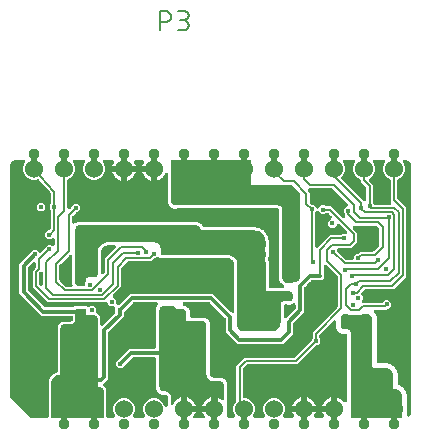
<source format=gbr>
G04 EAGLE Gerber RS-274X export*
G75*
%MOMM*%
%FSLAX34Y34*%
%LPD*%
%INCopper Layer 15*%
%IPPOS*%
%AMOC8*
5,1,8,0,0,1.08239X$1,22.5*%
G01*
%ADD10C,0.152400*%
%ADD11C,0.503200*%
%ADD12C,1.524000*%
%ADD13C,0.952500*%
%ADD14C,0.406400*%
%ADD15C,0.304800*%
%ADD16C,0.508000*%
%ADD17C,0.203200*%

G36*
X36602Y5134D02*
X36602Y5134D01*
X36628Y5132D01*
X36775Y5154D01*
X36922Y5171D01*
X36947Y5179D01*
X36973Y5183D01*
X37111Y5238D01*
X37250Y5288D01*
X37272Y5302D01*
X37297Y5312D01*
X37418Y5397D01*
X37543Y5477D01*
X37561Y5496D01*
X37583Y5511D01*
X37682Y5621D01*
X37785Y5728D01*
X37799Y5750D01*
X37816Y5770D01*
X37888Y5900D01*
X37964Y6027D01*
X37972Y6052D01*
X37985Y6075D01*
X38025Y6218D01*
X38070Y6359D01*
X38072Y6385D01*
X38080Y6410D01*
X38099Y6654D01*
X38099Y34138D01*
X38095Y34179D01*
X38097Y34220D01*
X38075Y34352D01*
X38059Y34484D01*
X38046Y34523D01*
X38039Y34564D01*
X37987Y34687D01*
X37985Y34691D01*
X38090Y35618D01*
X38090Y35668D01*
X38099Y35788D01*
X38099Y36027D01*
X38094Y36072D01*
X38097Y36117D01*
X38074Y36245D01*
X38059Y36374D01*
X38044Y36416D01*
X38037Y36460D01*
X38015Y36517D01*
X38043Y36644D01*
X38050Y36669D01*
X38136Y36862D01*
X38218Y37097D01*
X38229Y37145D01*
X38247Y37190D01*
X38294Y37430D01*
X38370Y38110D01*
X38370Y38130D01*
X38384Y38149D01*
X38748Y38728D01*
X38769Y38772D01*
X38797Y38812D01*
X38896Y39035D01*
X39122Y39681D01*
X39127Y39701D01*
X39144Y39716D01*
X39628Y40200D01*
X39658Y40238D01*
X39694Y40271D01*
X39841Y40467D01*
X40205Y41046D01*
X40214Y41065D01*
X40234Y41075D01*
X40813Y41439D01*
X40851Y41470D01*
X40894Y41494D01*
X41080Y41652D01*
X41564Y42136D01*
X41576Y42152D01*
X41599Y42158D01*
X42244Y42384D01*
X42288Y42405D01*
X42335Y42419D01*
X42552Y42532D01*
X43131Y42896D01*
X43147Y42909D01*
X43171Y42910D01*
X43850Y42986D01*
X43898Y42997D01*
X43946Y43000D01*
X44183Y43062D01*
X44699Y43243D01*
X44806Y43295D01*
X44917Y43339D01*
X44963Y43370D01*
X45013Y43395D01*
X45105Y43470D01*
X45203Y43537D01*
X45240Y43579D01*
X45284Y43614D01*
X45357Y43708D01*
X45436Y43796D01*
X45463Y43845D01*
X45498Y43889D01*
X45547Y43997D01*
X45605Y44101D01*
X45620Y44155D01*
X45643Y44206D01*
X45667Y44322D01*
X45700Y44437D01*
X45705Y44508D01*
X45713Y44547D01*
X45712Y44593D01*
X45719Y44680D01*
X45719Y79901D01*
X45716Y79927D01*
X45718Y79954D01*
X45696Y80100D01*
X45679Y80247D01*
X45670Y80272D01*
X45666Y80299D01*
X45612Y80435D01*
X45593Y80488D01*
X45685Y81189D01*
X45687Y81291D01*
X45698Y81392D01*
X45690Y81465D01*
X45691Y81538D01*
X45670Y81637D01*
X45658Y81738D01*
X45628Y81832D01*
X45617Y81878D01*
X45602Y81912D01*
X45595Y81933D01*
X45603Y81954D01*
X45604Y81956D01*
X45605Y81958D01*
X45649Y82115D01*
X45699Y82289D01*
X45699Y82291D01*
X45700Y82293D01*
X45707Y82378D01*
X45716Y82398D01*
X45732Y82420D01*
X45790Y82556D01*
X45853Y82689D01*
X45859Y82716D01*
X45870Y82740D01*
X45885Y82812D01*
X45887Y82817D01*
X45889Y82829D01*
X45921Y82979D01*
X45925Y83008D01*
X45925Y83022D01*
X45927Y83030D01*
X45926Y83079D01*
X45926Y83085D01*
X45937Y83162D01*
X45930Y83297D01*
X45966Y83323D01*
X46065Y83433D01*
X46100Y83466D01*
X46110Y83483D01*
X46130Y83505D01*
X46259Y83672D01*
X46298Y83738D01*
X46346Y83799D01*
X46414Y83930D01*
X46438Y83971D01*
X46444Y83990D01*
X46458Y84017D01*
X46538Y84212D01*
X46560Y84286D01*
X46590Y84357D01*
X46618Y84488D01*
X46660Y84505D01*
X46784Y84585D01*
X46825Y84608D01*
X46840Y84621D01*
X46865Y84638D01*
X47033Y84766D01*
X47088Y84820D01*
X47150Y84866D01*
X47249Y84975D01*
X47283Y85009D01*
X47294Y85025D01*
X47314Y85047D01*
X47442Y85215D01*
X47482Y85281D01*
X47530Y85341D01*
X47591Y85461D01*
X47636Y85466D01*
X47776Y85512D01*
X47822Y85523D01*
X47840Y85532D01*
X47868Y85542D01*
X48063Y85622D01*
X48131Y85660D01*
X48203Y85688D01*
X48326Y85768D01*
X48368Y85792D01*
X48383Y85805D01*
X48408Y85821D01*
X48575Y85950D01*
X48631Y86003D01*
X48692Y86049D01*
X48783Y86149D01*
X48827Y86143D01*
X48975Y86150D01*
X49022Y86149D01*
X49042Y86154D01*
X49072Y86155D01*
X49101Y86159D01*
X49127Y86165D01*
X49154Y86167D01*
X49295Y86208D01*
X49318Y86213D01*
X49363Y86223D01*
X49370Y86226D01*
X49439Y86244D01*
X49463Y86256D01*
X49489Y86263D01*
X49617Y86335D01*
X49702Y86379D01*
X49721Y86381D01*
X49890Y86401D01*
X49891Y86401D01*
X49893Y86402D01*
X50126Y86477D01*
X50149Y86486D01*
X50207Y86470D01*
X50302Y86432D01*
X50374Y86422D01*
X50444Y86402D01*
X50546Y86397D01*
X50646Y86382D01*
X50744Y86387D01*
X50792Y86385D01*
X50828Y86391D01*
X50891Y86395D01*
X51581Y86486D01*
X51600Y86475D01*
X51742Y86435D01*
X51883Y86390D01*
X51910Y86388D01*
X51936Y86380D01*
X52179Y86361D01*
X55652Y86361D01*
X55701Y86366D01*
X55822Y86370D01*
X56271Y86421D01*
X56318Y86432D01*
X56367Y86435D01*
X56603Y86497D01*
X56813Y86570D01*
X56856Y86591D01*
X56903Y86605D01*
X57120Y86718D01*
X57308Y86836D01*
X57346Y86866D01*
X57388Y86890D01*
X57575Y87049D01*
X57731Y87205D01*
X57761Y87243D01*
X57798Y87276D01*
X57944Y87472D01*
X58062Y87660D01*
X58083Y87704D01*
X58111Y87744D01*
X58210Y87967D01*
X58283Y88177D01*
X58294Y88224D01*
X58312Y88269D01*
X58359Y88509D01*
X58410Y88958D01*
X58410Y89008D01*
X58419Y89128D01*
X58419Y90043D01*
X58416Y90069D01*
X58418Y90095D01*
X58396Y90242D01*
X58379Y90389D01*
X58371Y90414D01*
X58367Y90440D01*
X58312Y90578D01*
X58262Y90717D01*
X58248Y90739D01*
X58238Y90764D01*
X58153Y90885D01*
X58073Y91010D01*
X58054Y91028D01*
X58039Y91050D01*
X57929Y91149D01*
X57822Y91252D01*
X57800Y91266D01*
X57780Y91283D01*
X57650Y91355D01*
X57523Y91431D01*
X57498Y91439D01*
X57475Y91452D01*
X57332Y91492D01*
X57191Y91537D01*
X57165Y91539D01*
X57140Y91547D01*
X56896Y91566D01*
X31928Y91566D01*
X12953Y110541D01*
X12953Y135331D01*
X24689Y147067D01*
X27635Y147067D01*
X29561Y145141D01*
X29581Y145125D01*
X29598Y145105D01*
X29718Y145017D01*
X29834Y144925D01*
X29857Y144913D01*
X29879Y144898D01*
X30015Y144839D01*
X30149Y144776D01*
X30175Y144770D01*
X30199Y144760D01*
X30345Y144734D01*
X30490Y144702D01*
X30516Y144703D01*
X30542Y144698D01*
X30690Y144706D01*
X30838Y144708D01*
X30863Y144715D01*
X30890Y144716D01*
X31032Y144757D01*
X31176Y144793D01*
X31199Y144805D01*
X31225Y144813D01*
X31354Y144885D01*
X31486Y144953D01*
X31506Y144970D01*
X31529Y144983D01*
X31715Y145141D01*
X34351Y147777D01*
X34430Y147876D01*
X34514Y147970D01*
X34538Y148013D01*
X34568Y148050D01*
X34622Y148165D01*
X34683Y148275D01*
X34696Y148322D01*
X34717Y148366D01*
X34743Y148489D01*
X34778Y148611D01*
X34783Y148672D01*
X34790Y148706D01*
X34789Y148754D01*
X34797Y148855D01*
X34797Y149301D01*
X36881Y151385D01*
X39827Y151385D01*
X40325Y150887D01*
X40404Y150825D01*
X40476Y150755D01*
X40540Y150717D01*
X40598Y150670D01*
X40689Y150627D01*
X40775Y150576D01*
X40846Y150553D01*
X40913Y150522D01*
X41011Y150500D01*
X41107Y150470D01*
X41181Y150464D01*
X41254Y150448D01*
X41354Y150450D01*
X41454Y150442D01*
X41528Y150453D01*
X41602Y150454D01*
X41699Y150479D01*
X41799Y150493D01*
X41868Y150521D01*
X41940Y150539D01*
X42029Y150585D01*
X42123Y150622D01*
X42184Y150665D01*
X42250Y150699D01*
X42327Y150764D01*
X42409Y150821D01*
X42459Y150876D01*
X42515Y150925D01*
X42575Y151005D01*
X42642Y151080D01*
X42678Y151145D01*
X42723Y151205D01*
X42762Y151297D01*
X42811Y151385D01*
X42831Y151457D01*
X42861Y151525D01*
X42878Y151624D01*
X42906Y151720D01*
X42914Y151820D01*
X42922Y151868D01*
X42920Y151904D01*
X42925Y151964D01*
X42925Y156079D01*
X42914Y156179D01*
X42912Y156279D01*
X42894Y156351D01*
X42885Y156425D01*
X42851Y156520D01*
X42827Y156617D01*
X42793Y156683D01*
X42768Y156753D01*
X42713Y156838D01*
X42667Y156927D01*
X42619Y156984D01*
X42579Y157046D01*
X42507Y157116D01*
X42442Y157192D01*
X42382Y157237D01*
X42328Y157288D01*
X42242Y157340D01*
X42161Y157400D01*
X42093Y157429D01*
X42029Y157467D01*
X41934Y157498D01*
X41841Y157538D01*
X41768Y157551D01*
X41697Y157573D01*
X41597Y157581D01*
X41498Y157599D01*
X41424Y157595D01*
X41350Y157601D01*
X41250Y157586D01*
X41150Y157581D01*
X41079Y157561D01*
X41005Y157550D01*
X40912Y157513D01*
X40815Y157485D01*
X40750Y157448D01*
X40681Y157421D01*
X40599Y157364D01*
X40511Y157315D01*
X40435Y157249D01*
X40395Y157222D01*
X40371Y157196D01*
X40325Y157156D01*
X39827Y156658D01*
X36881Y156658D01*
X34797Y158742D01*
X34797Y161688D01*
X36881Y163772D01*
X37581Y163772D01*
X37707Y163786D01*
X37833Y163793D01*
X37880Y163806D01*
X37928Y163812D01*
X38047Y163854D01*
X38168Y163889D01*
X38210Y163913D01*
X38256Y163929D01*
X38362Y163998D01*
X38472Y164060D01*
X38519Y164099D01*
X38549Y164118D01*
X38582Y164153D01*
X38659Y164218D01*
X38923Y164483D01*
X39002Y164582D01*
X39086Y164676D01*
X39110Y164718D01*
X39140Y164756D01*
X39194Y164870D01*
X39255Y164981D01*
X39268Y165027D01*
X39289Y165071D01*
X39315Y165194D01*
X39350Y165316D01*
X39355Y165377D01*
X39362Y165411D01*
X39361Y165459D01*
X39369Y165560D01*
X39369Y180522D01*
X39355Y180647D01*
X39348Y180774D01*
X39335Y180820D01*
X39329Y180868D01*
X39287Y180987D01*
X39252Y181108D01*
X39228Y181151D01*
X39212Y181196D01*
X39143Y181302D01*
X39082Y181413D01*
X39042Y181459D01*
X39023Y181489D01*
X38988Y181522D01*
X38923Y181599D01*
X38607Y181915D01*
X38607Y184861D01*
X38923Y185177D01*
X39002Y185276D01*
X39086Y185370D01*
X39110Y185412D01*
X39140Y185450D01*
X39194Y185564D01*
X39255Y185675D01*
X39268Y185722D01*
X39289Y185765D01*
X39315Y185889D01*
X39350Y186010D01*
X39355Y186071D01*
X39362Y186106D01*
X39361Y186154D01*
X39369Y186254D01*
X39369Y194983D01*
X39361Y195055D01*
X39362Y195128D01*
X39341Y195228D01*
X39329Y195329D01*
X39305Y195398D01*
X39289Y195469D01*
X39246Y195561D01*
X39212Y195657D01*
X39172Y195719D01*
X39141Y195785D01*
X39047Y195912D01*
X39023Y195950D01*
X39011Y195961D01*
X38996Y195982D01*
X29719Y206664D01*
X29623Y206752D01*
X29533Y206845D01*
X29495Y206869D01*
X29462Y206900D01*
X29349Y206963D01*
X29239Y207033D01*
X29197Y207048D01*
X29158Y207070D01*
X29033Y207107D01*
X28911Y207150D01*
X28866Y207155D01*
X28823Y207167D01*
X28694Y207174D01*
X28565Y207189D01*
X28520Y207184D01*
X28475Y207186D01*
X28347Y207163D01*
X28219Y207148D01*
X28165Y207131D01*
X28132Y207125D01*
X28087Y207106D01*
X27986Y207073D01*
X27219Y206755D01*
X23581Y206755D01*
X20220Y208148D01*
X17648Y210720D01*
X16255Y214081D01*
X16255Y217719D01*
X17744Y221314D01*
X17747Y221319D01*
X17751Y221329D01*
X17763Y221360D01*
X17774Y221396D01*
X17799Y221450D01*
X17822Y221552D01*
X17854Y221651D01*
X17856Y221686D01*
X17859Y221695D01*
X17861Y221727D01*
X17874Y221790D01*
X17873Y221894D01*
X17882Y221998D01*
X17876Y222037D01*
X17876Y222043D01*
X17871Y222070D01*
X17870Y222139D01*
X17845Y222240D01*
X17830Y222343D01*
X17814Y222383D01*
X17813Y222386D01*
X17804Y222407D01*
X17804Y222408D01*
X17787Y222477D01*
X17740Y222570D01*
X17701Y222667D01*
X17675Y222704D01*
X17675Y222706D01*
X17667Y222716D01*
X17661Y222725D01*
X17629Y222788D01*
X17562Y222867D01*
X17502Y222953D01*
X17468Y222984D01*
X17467Y222985D01*
X17458Y222993D01*
X17450Y223000D01*
X17404Y223054D01*
X17321Y223117D01*
X17243Y223186D01*
X17203Y223209D01*
X17201Y223211D01*
X17186Y223218D01*
X17182Y223220D01*
X17125Y223263D01*
X17030Y223304D01*
X16938Y223355D01*
X16895Y223367D01*
X16890Y223369D01*
X16869Y223375D01*
X16806Y223402D01*
X16703Y223421D01*
X16603Y223450D01*
X16509Y223457D01*
X16463Y223466D01*
X16425Y223464D01*
X16359Y223469D01*
X10000Y223469D01*
X9952Y223464D01*
X9851Y223462D01*
X9198Y223398D01*
X9098Y223376D01*
X8997Y223364D01*
X8904Y223334D01*
X8857Y223324D01*
X8824Y223308D01*
X8764Y223289D01*
X7558Y222789D01*
X7556Y222788D01*
X7554Y222788D01*
X7406Y222705D01*
X7254Y222620D01*
X7252Y222619D01*
X7250Y222618D01*
X7064Y222459D01*
X6141Y221536D01*
X6140Y221534D01*
X6138Y221533D01*
X6028Y221394D01*
X5924Y221263D01*
X5923Y221261D01*
X5922Y221260D01*
X5811Y221042D01*
X5311Y219836D01*
X5283Y219738D01*
X5246Y219643D01*
X5228Y219547D01*
X5215Y219501D01*
X5214Y219464D01*
X5202Y219402D01*
X5138Y218749D01*
X5139Y218701D01*
X5131Y218600D01*
X5131Y217280D01*
X5130Y217276D01*
X5091Y22760D01*
X5105Y22633D01*
X5112Y22506D01*
X5125Y22461D01*
X5131Y22414D01*
X5174Y22294D01*
X5209Y22171D01*
X5232Y22130D01*
X5248Y22086D01*
X5317Y21979D01*
X5379Y21867D01*
X5418Y21822D01*
X5437Y21793D01*
X5472Y21759D01*
X5538Y21681D01*
X21676Y5576D01*
X21775Y5498D01*
X21868Y5414D01*
X21911Y5390D01*
X21949Y5359D01*
X22063Y5306D01*
X22173Y5245D01*
X22220Y5232D01*
X22265Y5211D01*
X22387Y5185D01*
X22508Y5150D01*
X22570Y5145D01*
X22605Y5138D01*
X22653Y5139D01*
X22752Y5131D01*
X36576Y5131D01*
X36602Y5134D01*
G37*
G36*
X235870Y114819D02*
X235870Y114819D01*
X235959Y114819D01*
X236043Y114839D01*
X236128Y114849D01*
X236212Y114879D01*
X236298Y114899D01*
X236376Y114937D01*
X236456Y114966D01*
X236531Y115014D01*
X236611Y115054D01*
X236677Y115109D01*
X236749Y115155D01*
X236811Y115219D01*
X236880Y115276D01*
X236932Y115344D01*
X236991Y115406D01*
X237037Y115482D01*
X237091Y115553D01*
X237126Y115631D01*
X237170Y115705D01*
X237197Y115789D01*
X237234Y115871D01*
X237250Y115955D01*
X237276Y116037D01*
X237284Y116125D01*
X237301Y116213D01*
X237298Y116299D01*
X237304Y116384D01*
X237291Y116472D01*
X237288Y116561D01*
X237266Y116644D01*
X237253Y116729D01*
X237220Y116811D01*
X237197Y116897D01*
X237156Y116973D01*
X237124Y117053D01*
X237073Y117126D01*
X237031Y117204D01*
X236974Y117268D01*
X236939Y117319D01*
X236848Y117463D01*
X236759Y117607D01*
X236757Y117609D01*
X236756Y117610D01*
X236588Y117788D01*
X236221Y118121D01*
X236198Y118137D01*
X236180Y118157D01*
X235980Y118299D01*
X235555Y118553D01*
X235553Y118554D01*
X235551Y118555D01*
X235394Y118626D01*
X235268Y118682D01*
X235253Y118699D01*
X235233Y118752D01*
X235232Y118754D01*
X235231Y118756D01*
X235101Y118963D01*
X234805Y119361D01*
X234786Y119381D01*
X234772Y119404D01*
X234604Y119582D01*
X233973Y120152D01*
X233970Y120165D01*
X233955Y120251D01*
X233921Y120332D01*
X233897Y120417D01*
X233855Y120492D01*
X233822Y120572D01*
X233770Y120644D01*
X233727Y120721D01*
X233647Y120815D01*
X233618Y120855D01*
X233597Y120874D01*
X233568Y120907D01*
X233139Y121337D01*
X233131Y121400D01*
X233126Y121414D01*
X233124Y121430D01*
X233068Y121578D01*
X233015Y121725D01*
X233155Y122680D01*
X233156Y122714D01*
X233171Y122902D01*
X233171Y180848D01*
X233168Y180874D01*
X233170Y180900D01*
X233148Y181047D01*
X233131Y181194D01*
X233123Y181219D01*
X233119Y181245D01*
X233064Y181382D01*
X233014Y181522D01*
X233000Y181544D01*
X232990Y181569D01*
X232905Y181690D01*
X232825Y181815D01*
X232806Y181833D01*
X232791Y181855D01*
X232681Y181954D01*
X232574Y182057D01*
X232552Y182071D01*
X232532Y182088D01*
X232402Y182160D01*
X232275Y182236D01*
X232250Y182244D01*
X232227Y182257D01*
X232084Y182297D01*
X231943Y182342D01*
X231917Y182344D01*
X231892Y182352D01*
X231648Y182371D01*
X146332Y182371D01*
X146305Y182368D01*
X146278Y182370D01*
X146132Y182348D01*
X145986Y182331D01*
X145960Y182322D01*
X145934Y182318D01*
X145797Y182264D01*
X145689Y182225D01*
X144939Y182324D01*
X144838Y182326D01*
X144736Y182337D01*
X144664Y182328D01*
X144591Y182330D01*
X144491Y182308D01*
X144390Y182296D01*
X144297Y182266D01*
X144250Y182256D01*
X144217Y182240D01*
X144157Y182221D01*
X144123Y182207D01*
X144005Y182255D01*
X144003Y182256D01*
X144001Y182257D01*
X143836Y182304D01*
X143670Y182351D01*
X143668Y182351D01*
X143666Y182352D01*
X143431Y182371D01*
X143408Y182386D01*
X143293Y182431D01*
X143182Y182484D01*
X143132Y182495D01*
X143083Y182514D01*
X142962Y182531D01*
X142841Y182557D01*
X142790Y182556D01*
X142738Y182564D01*
X142614Y182558D01*
X142599Y182566D01*
X142515Y182593D01*
X142474Y182647D01*
X142420Y182702D01*
X142374Y182764D01*
X142265Y182863D01*
X142232Y182897D01*
X142215Y182908D01*
X142193Y182928D01*
X142131Y182975D01*
X142065Y183015D01*
X142005Y183062D01*
X141873Y183130D01*
X141832Y183154D01*
X141814Y183160D01*
X141787Y183174D01*
X141716Y183203D01*
X141642Y183225D01*
X141571Y183255D01*
X141426Y183286D01*
X141381Y183299D01*
X141361Y183300D01*
X141332Y183306D01*
X141278Y183313D01*
X141278Y183314D01*
X141204Y183362D01*
X141178Y183425D01*
X141140Y183492D01*
X141111Y183564D01*
X141031Y183688D01*
X141008Y183729D01*
X140995Y183744D01*
X140978Y183769D01*
X140931Y183831D01*
X140878Y183886D01*
X140832Y183947D01*
X140722Y184047D01*
X140689Y184081D01*
X140673Y184092D01*
X140651Y184111D01*
X140589Y184159D01*
X140523Y184198D01*
X140462Y184246D01*
X140331Y184313D01*
X140290Y184338D01*
X140271Y184344D01*
X140245Y184358D01*
X140195Y184378D01*
X140194Y184379D01*
X140135Y184444D01*
X140126Y184512D01*
X140108Y184587D01*
X140099Y184663D01*
X140053Y184804D01*
X140042Y184850D01*
X140033Y184867D01*
X140023Y184896D01*
X139994Y184968D01*
X139957Y185035D01*
X139928Y185106D01*
X139847Y185231D01*
X139824Y185272D01*
X139811Y185286D01*
X139795Y185311D01*
X139748Y185373D01*
X139695Y185428D01*
X139648Y185490D01*
X139539Y185589D01*
X139506Y185623D01*
X139489Y185634D01*
X139467Y185654D01*
X139424Y185687D01*
X139424Y185688D01*
X139381Y185772D01*
X139381Y185777D01*
X139375Y185900D01*
X139377Y186023D01*
X139366Y186073D01*
X139364Y186125D01*
X139329Y186243D01*
X139303Y186363D01*
X139281Y186410D01*
X139267Y186460D01*
X139207Y186567D01*
X139191Y186600D01*
X139191Y186602D01*
X139191Y186604D01*
X139191Y186606D01*
X139171Y186776D01*
X139151Y186948D01*
X139151Y186950D01*
X139150Y186952D01*
X139075Y187185D01*
X139027Y187303D01*
X139041Y187337D01*
X139069Y187435D01*
X139106Y187530D01*
X139113Y187580D01*
X139128Y187626D01*
X139130Y187649D01*
X139137Y187673D01*
X139142Y187774D01*
X139156Y187875D01*
X139153Y187937D01*
X139156Y187973D01*
X139153Y187996D01*
X139154Y188021D01*
X139147Y188057D01*
X139144Y188119D01*
X139046Y188867D01*
X139056Y188884D01*
X139064Y188909D01*
X139077Y188933D01*
X139117Y189075D01*
X139162Y189215D01*
X139164Y189242D01*
X139172Y189268D01*
X139191Y189512D01*
X139191Y211101D01*
X139172Y211265D01*
X139156Y211428D01*
X139152Y211438D01*
X139151Y211447D01*
X139096Y211602D01*
X139042Y211758D01*
X139037Y211766D01*
X139034Y211775D01*
X138945Y211913D01*
X138857Y212053D01*
X138850Y212060D01*
X138845Y212068D01*
X138727Y212182D01*
X138609Y212299D01*
X138601Y212304D01*
X138594Y212310D01*
X138452Y212395D01*
X138313Y212481D01*
X138303Y212484D01*
X138295Y212489D01*
X138138Y212539D01*
X137982Y212592D01*
X137972Y212592D01*
X137963Y212595D01*
X137800Y212609D01*
X137635Y212624D01*
X137625Y212623D01*
X137616Y212623D01*
X137453Y212599D01*
X137290Y212577D01*
X137281Y212573D01*
X137271Y212572D01*
X137117Y212511D01*
X136964Y212452D01*
X136956Y212447D01*
X136947Y212443D01*
X136812Y212349D01*
X136676Y212257D01*
X136669Y212250D01*
X136661Y212244D01*
X136551Y212122D01*
X136439Y212001D01*
X136433Y211991D01*
X136428Y211985D01*
X136413Y211959D01*
X136311Y211793D01*
X135690Y210575D01*
X134750Y209281D01*
X133619Y208150D01*
X132325Y207210D01*
X130900Y206484D01*
X129539Y206041D01*
X129539Y214884D01*
X129536Y214910D01*
X129538Y214936D01*
X129516Y215083D01*
X129499Y215230D01*
X129491Y215255D01*
X129487Y215281D01*
X129432Y215418D01*
X129382Y215558D01*
X129368Y215580D01*
X129358Y215605D01*
X129273Y215726D01*
X129193Y215851D01*
X129174Y215869D01*
X129159Y215891D01*
X129143Y215905D01*
X129225Y215990D01*
X129239Y216013D01*
X129256Y216032D01*
X129328Y216162D01*
X129404Y216289D01*
X129412Y216314D01*
X129425Y216337D01*
X129465Y216480D01*
X129510Y216621D01*
X129512Y216647D01*
X129520Y216672D01*
X129539Y216916D01*
X129539Y219803D01*
X129539Y219804D01*
X129539Y219805D01*
X129520Y219967D01*
X129499Y220149D01*
X129499Y220150D01*
X129499Y220151D01*
X129443Y220306D01*
X129382Y220477D01*
X129381Y220478D01*
X129381Y220479D01*
X129284Y220629D01*
X129193Y220770D01*
X129192Y220771D01*
X129191Y220772D01*
X129065Y220893D01*
X128942Y221012D01*
X128941Y221013D01*
X128793Y221101D01*
X128643Y221191D01*
X128642Y221191D01*
X128641Y221192D01*
X128587Y221209D01*
X128587Y221946D01*
X128584Y221972D01*
X128586Y221998D01*
X128564Y222145D01*
X128547Y222292D01*
X128538Y222317D01*
X128534Y222343D01*
X128479Y222481D01*
X128429Y222620D01*
X128415Y222642D01*
X128405Y222667D01*
X128321Y222788D01*
X128240Y222913D01*
X128221Y222931D01*
X128207Y222953D01*
X128097Y223052D01*
X127990Y223155D01*
X127967Y223169D01*
X127948Y223186D01*
X127818Y223258D01*
X127691Y223334D01*
X127666Y223342D01*
X127643Y223355D01*
X127500Y223395D01*
X127359Y223440D01*
X127333Y223442D01*
X127307Y223450D01*
X127064Y223469D01*
X126936Y223469D01*
X126910Y223466D01*
X126884Y223468D01*
X126737Y223446D01*
X126590Y223429D01*
X126566Y223421D01*
X126540Y223417D01*
X126402Y223362D01*
X126262Y223312D01*
X126240Y223298D01*
X126216Y223288D01*
X126094Y223203D01*
X125969Y223123D01*
X125951Y223104D01*
X125930Y223089D01*
X125830Y222979D01*
X125727Y222872D01*
X125714Y222850D01*
X125696Y222830D01*
X125624Y222700D01*
X125548Y222573D01*
X125540Y222548D01*
X125528Y222525D01*
X125487Y222382D01*
X125442Y222241D01*
X125440Y222215D01*
X125433Y222190D01*
X125413Y221946D01*
X125413Y221204D01*
X125265Y221146D01*
X125264Y221145D01*
X125263Y221145D01*
X125121Y221045D01*
X124979Y220947D01*
X124978Y220946D01*
X124977Y220946D01*
X124861Y220817D01*
X124745Y220689D01*
X124744Y220688D01*
X124744Y220687D01*
X124652Y220521D01*
X124576Y220384D01*
X124576Y220383D01*
X124575Y220382D01*
X124525Y220204D01*
X124481Y220049D01*
X124481Y220048D01*
X124480Y220046D01*
X124461Y219803D01*
X124461Y218439D01*
X117141Y218439D01*
X117584Y219800D01*
X118325Y221254D01*
X118337Y221288D01*
X118356Y221319D01*
X118398Y221451D01*
X118446Y221581D01*
X118451Y221617D01*
X118462Y221651D01*
X118473Y221789D01*
X118491Y221927D01*
X118487Y221962D01*
X118490Y221998D01*
X118469Y222135D01*
X118455Y222273D01*
X118443Y222307D01*
X118438Y222343D01*
X118387Y222472D01*
X118342Y222603D01*
X118323Y222633D01*
X118309Y222667D01*
X118230Y222780D01*
X118156Y222898D01*
X118131Y222923D01*
X118110Y222953D01*
X118007Y223046D01*
X117909Y223143D01*
X117878Y223162D01*
X117852Y223186D01*
X117730Y223253D01*
X117612Y223326D01*
X117578Y223338D01*
X117547Y223355D01*
X117413Y223393D01*
X117281Y223437D01*
X117246Y223440D01*
X117211Y223450D01*
X116967Y223469D01*
X111633Y223469D01*
X111597Y223465D01*
X111561Y223468D01*
X111424Y223445D01*
X111286Y223429D01*
X111253Y223417D01*
X111217Y223412D01*
X111089Y223359D01*
X110958Y223312D01*
X110928Y223292D01*
X110895Y223279D01*
X110782Y223198D01*
X110665Y223123D01*
X110641Y223097D01*
X110611Y223076D01*
X110520Y222972D01*
X110423Y222872D01*
X110405Y222841D01*
X110381Y222814D01*
X110316Y222692D01*
X110244Y222573D01*
X110234Y222539D01*
X110217Y222507D01*
X110180Y222373D01*
X110138Y222241D01*
X110135Y222205D01*
X110126Y222171D01*
X110121Y222032D01*
X110110Y221894D01*
X110116Y221858D01*
X110114Y221822D01*
X110141Y221686D01*
X110162Y221549D01*
X110175Y221516D01*
X110182Y221481D01*
X110275Y221254D01*
X111016Y219800D01*
X111459Y218439D01*
X104139Y218439D01*
X104139Y219803D01*
X104139Y219804D01*
X104139Y219805D01*
X104120Y219967D01*
X104099Y220149D01*
X104099Y220150D01*
X104099Y220151D01*
X104043Y220306D01*
X103982Y220477D01*
X103981Y220478D01*
X103981Y220479D01*
X103884Y220629D01*
X103793Y220770D01*
X103792Y220771D01*
X103791Y220772D01*
X103665Y220893D01*
X103542Y221012D01*
X103541Y221013D01*
X103393Y221101D01*
X103243Y221191D01*
X103242Y221191D01*
X103241Y221192D01*
X103187Y221209D01*
X103187Y221946D01*
X103184Y221972D01*
X103186Y221998D01*
X103164Y222145D01*
X103147Y222292D01*
X103138Y222317D01*
X103134Y222343D01*
X103079Y222481D01*
X103029Y222620D01*
X103015Y222642D01*
X103005Y222667D01*
X102921Y222788D01*
X102840Y222913D01*
X102821Y222931D01*
X102807Y222953D01*
X102697Y223052D01*
X102590Y223155D01*
X102567Y223169D01*
X102548Y223186D01*
X102418Y223258D01*
X102291Y223334D01*
X102266Y223342D01*
X102243Y223355D01*
X102100Y223395D01*
X101959Y223440D01*
X101933Y223442D01*
X101907Y223450D01*
X101664Y223469D01*
X101536Y223469D01*
X101510Y223466D01*
X101484Y223468D01*
X101337Y223446D01*
X101190Y223429D01*
X101166Y223421D01*
X101140Y223417D01*
X101002Y223362D01*
X100862Y223312D01*
X100840Y223298D01*
X100816Y223288D01*
X100694Y223203D01*
X100569Y223123D01*
X100551Y223104D01*
X100530Y223089D01*
X100430Y222979D01*
X100327Y222872D01*
X100314Y222850D01*
X100296Y222830D01*
X100224Y222700D01*
X100148Y222573D01*
X100140Y222548D01*
X100128Y222525D01*
X100087Y222382D01*
X100042Y222241D01*
X100040Y222215D01*
X100033Y222190D01*
X100013Y221946D01*
X100013Y221204D01*
X99865Y221146D01*
X99864Y221145D01*
X99863Y221145D01*
X99721Y221045D01*
X99579Y220947D01*
X99578Y220946D01*
X99577Y220946D01*
X99461Y220817D01*
X99345Y220689D01*
X99344Y220688D01*
X99344Y220687D01*
X99252Y220521D01*
X99176Y220384D01*
X99176Y220383D01*
X99175Y220382D01*
X99125Y220204D01*
X99081Y220049D01*
X99081Y220048D01*
X99080Y220046D01*
X99061Y219803D01*
X99061Y218439D01*
X91741Y218439D01*
X92184Y219800D01*
X92925Y221254D01*
X92937Y221288D01*
X92956Y221319D01*
X92998Y221451D01*
X93046Y221581D01*
X93051Y221617D01*
X93062Y221651D01*
X93073Y221789D01*
X93091Y221927D01*
X93087Y221962D01*
X93090Y221998D01*
X93069Y222135D01*
X93055Y222273D01*
X93043Y222307D01*
X93038Y222343D01*
X92987Y222472D01*
X92942Y222603D01*
X92923Y222633D01*
X92909Y222667D01*
X92830Y222780D01*
X92756Y222898D01*
X92731Y222923D01*
X92710Y222953D01*
X92607Y223046D01*
X92509Y223143D01*
X92478Y223162D01*
X92452Y223186D01*
X92330Y223253D01*
X92212Y223326D01*
X92178Y223338D01*
X92147Y223355D01*
X92013Y223393D01*
X91881Y223437D01*
X91846Y223440D01*
X91811Y223450D01*
X91567Y223469D01*
X85241Y223469D01*
X85137Y223457D01*
X85033Y223455D01*
X84969Y223439D01*
X84945Y223437D01*
X84938Y223434D01*
X84895Y223429D01*
X84797Y223394D01*
X84695Y223368D01*
X84634Y223336D01*
X84613Y223329D01*
X84610Y223327D01*
X84566Y223312D01*
X84479Y223255D01*
X84386Y223207D01*
X84333Y223161D01*
X84326Y223157D01*
X84314Y223150D01*
X84313Y223148D01*
X84274Y223123D01*
X84201Y223048D01*
X84122Y222980D01*
X84081Y222923D01*
X84072Y222915D01*
X84064Y222907D01*
X84064Y222905D01*
X84031Y222872D01*
X83978Y222783D01*
X83916Y222699D01*
X83889Y222634D01*
X83885Y222627D01*
X83876Y222614D01*
X83875Y222611D01*
X83853Y222573D01*
X83821Y222474D01*
X83780Y222378D01*
X83768Y222309D01*
X83760Y222285D01*
X83759Y222281D01*
X83746Y222241D01*
X83738Y222137D01*
X83720Y222035D01*
X83724Y221968D01*
X83721Y221939D01*
X83721Y221932D01*
X83718Y221894D01*
X83734Y221791D01*
X83740Y221687D01*
X83757Y221626D01*
X83761Y221593D01*
X83765Y221580D01*
X83770Y221549D01*
X83799Y221477D01*
X83827Y221389D01*
X83838Y221352D01*
X83845Y221341D01*
X85345Y217719D01*
X85345Y214081D01*
X83952Y210720D01*
X81380Y208148D01*
X78019Y206755D01*
X74381Y206755D01*
X71020Y208148D01*
X68448Y210720D01*
X67055Y214081D01*
X67055Y217719D01*
X68544Y221314D01*
X68547Y221319D01*
X68551Y221329D01*
X68563Y221360D01*
X68574Y221396D01*
X68599Y221450D01*
X68622Y221552D01*
X68654Y221651D01*
X68656Y221686D01*
X68659Y221695D01*
X68661Y221727D01*
X68674Y221790D01*
X68673Y221894D01*
X68682Y221998D01*
X68676Y222037D01*
X68676Y222043D01*
X68671Y222070D01*
X68670Y222139D01*
X68645Y222240D01*
X68630Y222343D01*
X68614Y222383D01*
X68613Y222386D01*
X68604Y222407D01*
X68604Y222408D01*
X68587Y222477D01*
X68540Y222570D01*
X68501Y222667D01*
X68475Y222704D01*
X68475Y222706D01*
X68467Y222716D01*
X68461Y222725D01*
X68429Y222788D01*
X68362Y222867D01*
X68302Y222953D01*
X68268Y222984D01*
X68267Y222985D01*
X68258Y222993D01*
X68250Y223000D01*
X68204Y223054D01*
X68121Y223117D01*
X68043Y223186D01*
X68003Y223209D01*
X68001Y223211D01*
X67986Y223218D01*
X67982Y223220D01*
X67925Y223263D01*
X67830Y223304D01*
X67738Y223355D01*
X67695Y223367D01*
X67690Y223369D01*
X67669Y223375D01*
X67606Y223402D01*
X67503Y223421D01*
X67403Y223450D01*
X67309Y223457D01*
X67263Y223466D01*
X67225Y223464D01*
X67159Y223469D01*
X59841Y223469D01*
X59737Y223457D01*
X59633Y223455D01*
X59569Y223439D01*
X59545Y223437D01*
X59538Y223434D01*
X59495Y223429D01*
X59397Y223394D01*
X59295Y223368D01*
X59234Y223336D01*
X59213Y223329D01*
X59210Y223327D01*
X59166Y223312D01*
X59079Y223255D01*
X58986Y223207D01*
X58933Y223161D01*
X58926Y223157D01*
X58914Y223150D01*
X58913Y223148D01*
X58874Y223123D01*
X58801Y223048D01*
X58722Y222980D01*
X58681Y222923D01*
X58672Y222915D01*
X58664Y222907D01*
X58664Y222905D01*
X58631Y222872D01*
X58578Y222783D01*
X58516Y222699D01*
X58489Y222634D01*
X58485Y222627D01*
X58476Y222614D01*
X58475Y222611D01*
X58453Y222573D01*
X58421Y222474D01*
X58380Y222378D01*
X58368Y222309D01*
X58360Y222285D01*
X58359Y222281D01*
X58346Y222241D01*
X58338Y222137D01*
X58320Y222035D01*
X58324Y221968D01*
X58321Y221939D01*
X58321Y221932D01*
X58318Y221894D01*
X58334Y221791D01*
X58340Y221687D01*
X58357Y221626D01*
X58361Y221593D01*
X58365Y221580D01*
X58370Y221549D01*
X58399Y221477D01*
X58427Y221389D01*
X58438Y221352D01*
X58445Y221341D01*
X59945Y217719D01*
X59945Y214081D01*
X58552Y210720D01*
X55980Y208147D01*
X54535Y207549D01*
X54468Y207512D01*
X54397Y207484D01*
X54316Y207427D01*
X54230Y207380D01*
X54174Y207328D01*
X54111Y207285D01*
X54045Y207212D01*
X53972Y207145D01*
X53929Y207083D01*
X53878Y207026D01*
X53830Y206940D01*
X53774Y206859D01*
X53746Y206788D01*
X53709Y206721D01*
X53682Y206626D01*
X53646Y206535D01*
X53635Y206459D01*
X53614Y206385D01*
X53602Y206237D01*
X53595Y206190D01*
X53597Y206171D01*
X53595Y206142D01*
X53595Y183145D01*
X53606Y183045D01*
X53608Y182944D01*
X53626Y182872D01*
X53635Y182798D01*
X53668Y182704D01*
X53693Y182606D01*
X53727Y182540D01*
X53752Y182470D01*
X53807Y182386D01*
X53853Y182297D01*
X53901Y182240D01*
X53941Y182177D01*
X54013Y182108D01*
X54078Y182031D01*
X54138Y181987D01*
X54192Y181935D01*
X54278Y181884D01*
X54359Y181824D01*
X54427Y181795D01*
X54491Y181756D01*
X54586Y181726D01*
X54679Y181686D01*
X54752Y181673D01*
X54823Y181650D01*
X54923Y181642D01*
X55022Y181624D01*
X55096Y181628D01*
X55170Y181622D01*
X55269Y181637D01*
X55370Y181642D01*
X55441Y181663D01*
X55515Y181674D01*
X55608Y181711D01*
X55705Y181739D01*
X55770Y181775D01*
X55839Y181803D01*
X55921Y181860D01*
X56009Y181909D01*
X56085Y181974D01*
X56125Y182002D01*
X56149Y182028D01*
X56195Y182067D01*
X56703Y182576D01*
X56782Y182675D01*
X56866Y182768D01*
X56890Y182811D01*
X56920Y182849D01*
X56974Y182963D01*
X57035Y183073D01*
X57048Y183120D01*
X57069Y183164D01*
X57095Y183287D01*
X57130Y183409D01*
X57135Y183469D01*
X57142Y183504D01*
X57141Y183553D01*
X57149Y183653D01*
X57149Y184099D01*
X59233Y186183D01*
X62179Y186183D01*
X64263Y184099D01*
X64263Y181153D01*
X62179Y179069D01*
X61733Y179069D01*
X61607Y179055D01*
X61481Y179048D01*
X61434Y179035D01*
X61386Y179029D01*
X61267Y178987D01*
X61146Y178952D01*
X61104Y178928D01*
X61058Y178912D01*
X60952Y178843D01*
X60842Y178782D01*
X60795Y178742D01*
X60765Y178723D01*
X60732Y178688D01*
X60655Y178623D01*
X58105Y176073D01*
X58026Y175974D01*
X57942Y175880D01*
X57918Y175837D01*
X57888Y175800D01*
X57834Y175685D01*
X57773Y175575D01*
X57760Y175528D01*
X57739Y175484D01*
X57713Y175361D01*
X57678Y175239D01*
X57673Y175178D01*
X57666Y175144D01*
X57667Y175096D01*
X57659Y174995D01*
X57659Y171120D01*
X57662Y171094D01*
X57660Y171068D01*
X57682Y170921D01*
X57699Y170773D01*
X57707Y170749D01*
X57711Y170724D01*
X57766Y170586D01*
X57816Y170445D01*
X57830Y170424D01*
X57840Y170400D01*
X57924Y170278D01*
X58005Y170153D01*
X58024Y170135D01*
X58038Y170113D01*
X58149Y170014D01*
X58256Y169910D01*
X58278Y169897D01*
X58297Y169880D01*
X58427Y169808D01*
X58555Y169732D01*
X58579Y169724D01*
X58602Y169711D01*
X58745Y169671D01*
X58887Y169625D01*
X58912Y169623D01*
X58937Y169616D01*
X59086Y169609D01*
X59234Y169597D01*
X59260Y169601D01*
X59286Y169600D01*
X59432Y169627D01*
X59579Y169649D01*
X59603Y169659D01*
X59628Y169663D01*
X59741Y169713D01*
X60052Y169754D01*
X60127Y169772D01*
X60203Y169781D01*
X60344Y169827D01*
X60390Y169838D01*
X60407Y169847D01*
X60436Y169857D01*
X60508Y169886D01*
X60575Y169923D01*
X60646Y169952D01*
X60771Y170033D01*
X60812Y170056D01*
X60826Y170069D01*
X60851Y170085D01*
X60913Y170132D01*
X60968Y170185D01*
X61030Y170232D01*
X61129Y170341D01*
X61163Y170374D01*
X61174Y170391D01*
X61194Y170413D01*
X61227Y170456D01*
X61228Y170456D01*
X61312Y170499D01*
X61317Y170499D01*
X61440Y170505D01*
X61563Y170503D01*
X61613Y170514D01*
X61665Y170516D01*
X61783Y170551D01*
X61903Y170577D01*
X61950Y170599D01*
X62000Y170613D01*
X62107Y170673D01*
X62140Y170689D01*
X62142Y170689D01*
X62144Y170689D01*
X62146Y170689D01*
X62319Y170709D01*
X62488Y170729D01*
X62490Y170729D01*
X62492Y170730D01*
X62725Y170805D01*
X62843Y170853D01*
X62877Y170839D01*
X62975Y170811D01*
X63070Y170774D01*
X63142Y170763D01*
X63213Y170743D01*
X63314Y170738D01*
X63415Y170724D01*
X63513Y170729D01*
X63561Y170726D01*
X63597Y170733D01*
X63659Y170736D01*
X64407Y170834D01*
X64424Y170824D01*
X64449Y170816D01*
X64473Y170803D01*
X64615Y170763D01*
X64755Y170718D01*
X64782Y170716D01*
X64808Y170708D01*
X65052Y170689D01*
X160960Y170689D01*
X161001Y170693D01*
X161042Y170691D01*
X161174Y170713D01*
X161306Y170729D01*
X161345Y170743D01*
X161386Y170749D01*
X161509Y170801D01*
X161563Y170820D01*
X162327Y170734D01*
X162457Y170735D01*
X162587Y170727D01*
X162631Y170735D01*
X162676Y170735D01*
X162803Y170765D01*
X162931Y170787D01*
X162982Y170807D01*
X163015Y170815D01*
X163059Y170837D01*
X163103Y170854D01*
X163332Y170774D01*
X163462Y170745D01*
X163591Y170708D01*
X163642Y170704D01*
X163672Y170697D01*
X163722Y170698D01*
X163835Y170689D01*
X164041Y170689D01*
X164049Y170685D01*
X164169Y170659D01*
X164288Y170625D01*
X164339Y170622D01*
X164390Y170611D01*
X164478Y170613D01*
X164487Y170606D01*
X164607Y170557D01*
X164724Y170501D01*
X164768Y170491D01*
X164810Y170474D01*
X164891Y170458D01*
X164964Y170393D01*
X165061Y170296D01*
X165093Y170276D01*
X165121Y170251D01*
X165241Y170185D01*
X165358Y170113D01*
X165393Y170101D01*
X165426Y170083D01*
X165558Y170045D01*
X165688Y170002D01*
X165725Y169998D01*
X165761Y169988D01*
X165895Y169977D01*
X165904Y169971D01*
X165955Y169925D01*
X165992Y169904D01*
X166041Y169865D01*
X166082Y169846D01*
X166119Y169820D01*
X166195Y169786D01*
X166251Y169706D01*
X166324Y169590D01*
X166351Y169564D01*
X166372Y169533D01*
X166475Y169442D01*
X166572Y169346D01*
X166604Y169326D01*
X166632Y169301D01*
X166753Y169235D01*
X166870Y169164D01*
X166905Y169152D01*
X166938Y169134D01*
X167066Y169094D01*
X167103Y169053D01*
X167184Y168951D01*
X167219Y168924D01*
X167249Y168890D01*
X167316Y168841D01*
X167353Y168750D01*
X167398Y168621D01*
X167419Y168589D01*
X167433Y168555D01*
X167512Y168443D01*
X167586Y168327D01*
X167613Y168301D01*
X167635Y168270D01*
X167737Y168180D01*
X167835Y168084D01*
X167868Y168064D01*
X167896Y168039D01*
X168011Y167972D01*
X168038Y167924D01*
X168095Y167807D01*
X168123Y167772D01*
X168145Y167733D01*
X168219Y167646D01*
X168230Y167548D01*
X168239Y167523D01*
X168243Y167497D01*
X168298Y167359D01*
X168348Y167220D01*
X168362Y167198D01*
X168372Y167173D01*
X168456Y167052D01*
X168537Y166927D01*
X168556Y166909D01*
X168571Y166887D01*
X168680Y166788D01*
X168787Y166685D01*
X168810Y166671D01*
X168829Y166654D01*
X168959Y166582D01*
X169086Y166506D01*
X169111Y166498D01*
X169134Y166485D01*
X169277Y166445D01*
X169418Y166400D01*
X169445Y166398D01*
X169470Y166390D01*
X169714Y166371D01*
X210200Y166371D01*
X210252Y166377D01*
X210304Y166374D01*
X210424Y166397D01*
X210546Y166411D01*
X210595Y166428D01*
X210646Y166438D01*
X210759Y166487D01*
X210769Y166491D01*
X211911Y166378D01*
X211959Y166379D01*
X212061Y166371D01*
X212803Y166371D01*
X212880Y166380D01*
X212957Y166378D01*
X213052Y166399D01*
X213150Y166411D01*
X213222Y166437D01*
X213253Y166443D01*
X213277Y166436D01*
X213283Y166435D01*
X213292Y166432D01*
X214074Y166194D01*
X214101Y166190D01*
X214126Y166180D01*
X214367Y166136D01*
X215432Y166031D01*
X216375Y165527D01*
X216401Y165517D01*
X216424Y165502D01*
X216651Y165413D01*
X217675Y165102D01*
X218502Y164423D01*
X218525Y164408D01*
X218545Y164390D01*
X218750Y164257D01*
X219694Y163753D01*
X220373Y162926D01*
X220392Y162907D01*
X220408Y162885D01*
X220584Y162715D01*
X221411Y162036D01*
X221915Y161092D01*
X221931Y161070D01*
X221942Y161045D01*
X222081Y160844D01*
X222760Y160017D01*
X223071Y158993D01*
X223082Y158968D01*
X223087Y158942D01*
X223185Y158717D01*
X223689Y157774D01*
X223794Y156709D01*
X223800Y156682D01*
X223801Y156655D01*
X223852Y156416D01*
X224090Y155634D01*
X224092Y155628D01*
X224094Y155619D01*
X224102Y155594D01*
X224081Y155539D01*
X224069Y155463D01*
X224048Y155389D01*
X224036Y155242D01*
X224030Y155195D01*
X224031Y155175D01*
X224029Y155145D01*
X224029Y154403D01*
X224031Y154379D01*
X224030Y154357D01*
X224035Y154322D01*
X224036Y154253D01*
X224147Y153128D01*
X224143Y153121D01*
X224110Y153003D01*
X224068Y152887D01*
X224062Y152836D01*
X224048Y152786D01*
X224029Y152542D01*
X224029Y116332D01*
X224032Y116306D01*
X224030Y116280D01*
X224052Y116133D01*
X224069Y115986D01*
X224077Y115961D01*
X224081Y115935D01*
X224136Y115797D01*
X224186Y115658D01*
X224200Y115636D01*
X224210Y115611D01*
X224295Y115490D01*
X224375Y115365D01*
X224394Y115347D01*
X224409Y115325D01*
X224519Y115226D01*
X224626Y115123D01*
X224648Y115109D01*
X224668Y115092D01*
X224798Y115020D01*
X224925Y114944D01*
X224950Y114936D01*
X224973Y114923D01*
X225116Y114883D01*
X225257Y114838D01*
X225283Y114836D01*
X225308Y114828D01*
X225552Y114809D01*
X235782Y114809D01*
X235870Y114819D01*
G37*
G36*
X226083Y78237D02*
X226083Y78237D01*
X226110Y78235D01*
X227596Y78382D01*
X227639Y78395D01*
X227694Y78401D01*
X229123Y78835D01*
X229162Y78856D01*
X229215Y78873D01*
X230533Y79577D01*
X230567Y79605D01*
X230615Y79632D01*
X231770Y80580D01*
X231798Y80614D01*
X231840Y80650D01*
X232788Y81805D01*
X232809Y81844D01*
X232843Y81887D01*
X233547Y83205D01*
X233560Y83247D01*
X233585Y83297D01*
X234019Y84726D01*
X234023Y84770D01*
X234038Y84824D01*
X234185Y86310D01*
X234182Y86334D01*
X234187Y86360D01*
X234187Y101567D01*
X234261Y102125D01*
X234463Y102614D01*
X234786Y103034D01*
X235206Y103357D01*
X235695Y103559D01*
X236253Y103633D01*
X237418Y103633D01*
X237426Y103634D01*
X237433Y103633D01*
X237523Y103654D01*
X237614Y103672D01*
X237621Y103677D01*
X237629Y103679D01*
X237777Y103781D01*
X237882Y103887D01*
X241671Y103887D01*
X241672Y103885D01*
X241751Y103835D01*
X241829Y103783D01*
X241836Y103782D01*
X241841Y103779D01*
X241934Y103763D01*
X242026Y103746D01*
X242033Y103747D01*
X242039Y103746D01*
X242215Y103784D01*
X242764Y104012D01*
X242810Y104042D01*
X242879Y104078D01*
X243405Y104482D01*
X243441Y104523D01*
X243499Y104575D01*
X243902Y105101D01*
X243926Y105150D01*
X243968Y105216D01*
X244222Y105829D01*
X244233Y105882D01*
X244256Y105956D01*
X244343Y106614D01*
X244341Y106644D01*
X244342Y106649D01*
X244347Y106680D01*
X244347Y109220D01*
X244341Y109250D01*
X244343Y109286D01*
X244256Y109944D01*
X244239Y109995D01*
X244222Y110072D01*
X243968Y110684D01*
X243938Y110730D01*
X243902Y110799D01*
X243499Y111325D01*
X243457Y111361D01*
X243405Y111419D01*
X242879Y111822D01*
X242830Y111846D01*
X242764Y111888D01*
X242152Y112142D01*
X242098Y112153D01*
X242024Y112176D01*
X241366Y112263D01*
X241336Y112261D01*
X241300Y112267D01*
X223553Y112267D01*
X222995Y112341D01*
X222506Y112543D01*
X222086Y112866D01*
X221763Y113286D01*
X221561Y113775D01*
X221487Y114333D01*
X221487Y136580D01*
X221486Y136588D01*
X221487Y136595D01*
X221466Y136685D01*
X221448Y136776D01*
X221443Y136783D01*
X221441Y136791D01*
X221339Y136939D01*
X220979Y137298D01*
X220979Y141086D01*
X221339Y141445D01*
X221343Y141452D01*
X221349Y141457D01*
X221398Y141535D01*
X221450Y141612D01*
X221451Y141620D01*
X221455Y141627D01*
X221487Y141804D01*
X221487Y145216D01*
X221486Y145224D01*
X221487Y145231D01*
X221466Y145321D01*
X221448Y145412D01*
X221443Y145419D01*
X221441Y145427D01*
X221339Y145575D01*
X221233Y145680D01*
X221233Y149468D01*
X221339Y149573D01*
X221343Y149580D01*
X221349Y149585D01*
X221399Y149664D01*
X221450Y149740D01*
X221451Y149748D01*
X221455Y149755D01*
X221487Y149932D01*
X221487Y154178D01*
X221483Y154201D01*
X221485Y154228D01*
X221309Y156012D01*
X221296Y156054D01*
X221290Y156109D01*
X220769Y157825D01*
X220748Y157864D01*
X220731Y157916D01*
X220533Y158287D01*
X220497Y158331D01*
X220444Y158407D01*
X220217Y158634D01*
X220217Y158751D01*
X220211Y158785D01*
X220213Y158819D01*
X220189Y158894D01*
X220178Y158948D01*
X220165Y158966D01*
X220157Y158990D01*
X219886Y159497D01*
X219858Y159531D01*
X219831Y159580D01*
X218694Y160966D01*
X218660Y160994D01*
X218624Y161036D01*
X217238Y162173D01*
X217199Y162194D01*
X217155Y162228D01*
X215574Y163073D01*
X215532Y163086D01*
X215483Y163111D01*
X213767Y163632D01*
X213723Y163636D01*
X213670Y163651D01*
X211886Y163827D01*
X211863Y163824D01*
X211836Y163829D01*
X167172Y163829D01*
X166977Y163860D01*
X166837Y163932D01*
X166726Y164043D01*
X166654Y164183D01*
X166617Y164417D01*
X166594Y164479D01*
X166580Y164544D01*
X166559Y164573D01*
X166547Y164605D01*
X166502Y164653D01*
X166464Y164707D01*
X166434Y164726D01*
X166410Y164751D01*
X166350Y164778D01*
X166321Y164796D01*
X166283Y165130D01*
X166268Y165177D01*
X166258Y165240D01*
X166014Y165938D01*
X165989Y165981D01*
X165965Y166041D01*
X165571Y166667D01*
X165537Y166702D01*
X165500Y166755D01*
X164977Y167278D01*
X164936Y167306D01*
X164889Y167349D01*
X164263Y167743D01*
X164216Y167760D01*
X164160Y167792D01*
X163462Y168036D01*
X163413Y168043D01*
X163352Y168061D01*
X162617Y168144D01*
X162590Y168142D01*
X162560Y168147D01*
X63500Y168147D01*
X63470Y168141D01*
X63434Y168143D01*
X62776Y168056D01*
X62725Y168039D01*
X62649Y168022D01*
X62036Y167768D01*
X61990Y167738D01*
X61921Y167702D01*
X61395Y167299D01*
X61359Y167257D01*
X61302Y167205D01*
X60898Y166679D01*
X60874Y166630D01*
X60832Y166564D01*
X60578Y165952D01*
X60567Y165898D01*
X60544Y165824D01*
X60457Y165166D01*
X60459Y165136D01*
X60453Y165100D01*
X60453Y119380D01*
X60459Y119350D01*
X60457Y119314D01*
X60544Y118656D01*
X60561Y118605D01*
X60578Y118529D01*
X60832Y117916D01*
X60862Y117870D01*
X60898Y117801D01*
X61302Y117275D01*
X61343Y117239D01*
X61395Y117182D01*
X61921Y116778D01*
X61970Y116754D01*
X62036Y116712D01*
X62649Y116458D01*
X62702Y116447D01*
X62776Y116424D01*
X63434Y116337D01*
X63464Y116339D01*
X63500Y116333D01*
X66040Y116333D01*
X66070Y116339D01*
X66106Y116337D01*
X66764Y116424D01*
X66815Y116441D01*
X66892Y116458D01*
X67504Y116712D01*
X67550Y116742D01*
X67619Y116778D01*
X68145Y117182D01*
X68181Y117223D01*
X68239Y117275D01*
X68474Y117583D01*
X68508Y117650D01*
X68547Y117714D01*
X68552Y117741D01*
X68563Y117763D01*
X68566Y117817D01*
X68579Y117891D01*
X68579Y119750D01*
X68939Y120109D01*
X68943Y120116D01*
X68949Y120121D01*
X68998Y120199D01*
X69050Y120276D01*
X69051Y120284D01*
X69055Y120291D01*
X69087Y120468D01*
X69087Y121887D01*
X69161Y122445D01*
X69363Y122934D01*
X69686Y123354D01*
X70106Y123677D01*
X70595Y123879D01*
X71153Y123953D01*
X76200Y123953D01*
X76230Y123959D01*
X76266Y123957D01*
X76924Y124044D01*
X76975Y124061D01*
X77052Y124078D01*
X77664Y124332D01*
X77710Y124362D01*
X77779Y124398D01*
X78305Y124802D01*
X78341Y124843D01*
X78399Y124895D01*
X78802Y125421D01*
X78826Y125470D01*
X78868Y125536D01*
X79122Y126149D01*
X79133Y126202D01*
X79156Y126276D01*
X79243Y126934D01*
X79241Y126964D01*
X79247Y127000D01*
X79247Y144758D01*
X79388Y146368D01*
X79801Y147907D01*
X80474Y149351D01*
X81388Y150657D01*
X82515Y151784D01*
X83821Y152698D01*
X85265Y153371D01*
X86804Y153784D01*
X88414Y153925D01*
X126213Y153925D01*
X127526Y153795D01*
X128765Y153420D01*
X129906Y152810D01*
X130907Y151989D01*
X131728Y150988D01*
X132338Y149847D01*
X132713Y148608D01*
X132843Y147295D01*
X132843Y143510D01*
X132844Y143505D01*
X132843Y143500D01*
X132864Y143407D01*
X132882Y143314D01*
X132885Y143309D01*
X132886Y143304D01*
X132942Y143226D01*
X132995Y143148D01*
X132999Y143145D01*
X133002Y143141D01*
X133084Y143090D01*
X133163Y143038D01*
X133168Y143038D01*
X133173Y143035D01*
X133350Y143003D01*
X189205Y143003D01*
X190865Y142839D01*
X192437Y142362D01*
X193886Y141588D01*
X195156Y140546D01*
X196198Y139276D01*
X196972Y137827D01*
X197449Y136255D01*
X197613Y134595D01*
X197613Y83058D01*
X197618Y83032D01*
X197616Y83001D01*
X197724Y82040D01*
X197739Y81993D01*
X197749Y81930D01*
X198069Y81017D01*
X198094Y80975D01*
X198118Y80915D01*
X198633Y80096D01*
X198667Y80060D01*
X198703Y80007D01*
X199387Y79323D01*
X199428Y79296D01*
X199476Y79253D01*
X200295Y78738D01*
X200341Y78721D01*
X200397Y78689D01*
X201310Y78369D01*
X201359Y78363D01*
X201420Y78344D01*
X202381Y78236D01*
X202408Y78238D01*
X202438Y78233D01*
X226060Y78233D01*
X226083Y78237D01*
G37*
G36*
X242799Y118972D02*
X242799Y118972D01*
X242842Y118983D01*
X242897Y118987D01*
X244137Y119299D01*
X244177Y119318D01*
X244230Y119332D01*
X245308Y119844D01*
X246342Y119961D01*
X246389Y119976D01*
X246453Y119986D01*
X247514Y120357D01*
X247557Y120382D01*
X247616Y120407D01*
X248569Y121005D01*
X248605Y121039D01*
X248658Y121076D01*
X249453Y121871D01*
X249480Y121912D01*
X249524Y121960D01*
X250122Y122912D01*
X250140Y122958D01*
X250171Y123015D01*
X250543Y124076D01*
X250550Y124125D01*
X250568Y124187D01*
X250694Y125305D01*
X250692Y125331D01*
X250697Y125361D01*
X250697Y195018D01*
X250696Y195026D01*
X250697Y195033D01*
X250676Y195123D01*
X250658Y195214D01*
X250653Y195221D01*
X250651Y195229D01*
X250549Y195377D01*
X244145Y201781D01*
X244138Y201785D01*
X244133Y201791D01*
X244055Y201840D01*
X243978Y201892D01*
X243970Y201893D01*
X243963Y201897D01*
X243786Y201929D01*
X235614Y201929D01*
X235255Y202289D01*
X235248Y202293D01*
X235243Y202299D01*
X235165Y202348D01*
X235088Y202400D01*
X235080Y202401D01*
X235073Y202405D01*
X234896Y202437D01*
X209590Y202437D01*
X209316Y202481D01*
X209105Y202588D01*
X208938Y202755D01*
X208831Y202966D01*
X208787Y203240D01*
X208787Y222962D01*
X208786Y222967D01*
X208787Y222972D01*
X208766Y223065D01*
X208748Y223159D01*
X208745Y223163D01*
X208744Y223168D01*
X208688Y223246D01*
X208635Y223324D01*
X208631Y223327D01*
X208628Y223331D01*
X208546Y223382D01*
X208467Y223434D01*
X208462Y223434D01*
X208457Y223437D01*
X208280Y223469D01*
X142240Y223469D01*
X142235Y223468D01*
X142230Y223469D01*
X142137Y223448D01*
X142044Y223430D01*
X142039Y223427D01*
X142034Y223426D01*
X141956Y223370D01*
X141878Y223317D01*
X141875Y223313D01*
X141871Y223310D01*
X141820Y223228D01*
X141768Y223149D01*
X141768Y223144D01*
X141765Y223139D01*
X141733Y222962D01*
X141733Y187960D01*
X141739Y187930D01*
X141737Y187894D01*
X141824Y187236D01*
X141841Y187185D01*
X141858Y187109D01*
X142112Y186496D01*
X142142Y186450D01*
X142178Y186381D01*
X142582Y185855D01*
X142623Y185819D01*
X142675Y185762D01*
X143201Y185358D01*
X143250Y185334D01*
X143316Y185292D01*
X143929Y185038D01*
X143982Y185027D01*
X144056Y185004D01*
X144714Y184917D01*
X144744Y184919D01*
X144780Y184913D01*
X232381Y184913D01*
X233144Y184827D01*
X233842Y184583D01*
X234467Y184190D01*
X234990Y183667D01*
X235383Y183042D01*
X235627Y182344D01*
X235713Y181581D01*
X235713Y122567D01*
X235727Y122497D01*
X235733Y122426D01*
X235747Y122398D01*
X235752Y122371D01*
X235782Y122328D01*
X235813Y122265D01*
X236576Y121239D01*
X236609Y121209D01*
X236643Y121165D01*
X237591Y120308D01*
X237629Y120286D01*
X237671Y120249D01*
X238768Y119594D01*
X238810Y119579D01*
X238858Y119551D01*
X240062Y119122D01*
X240106Y119116D01*
X240158Y119098D01*
X241423Y118912D01*
X241467Y118915D01*
X241522Y118907D01*
X242799Y118972D01*
G37*
G36*
X219663Y5143D02*
X219663Y5143D01*
X219767Y5145D01*
X219831Y5161D01*
X219855Y5163D01*
X219862Y5166D01*
X219905Y5171D01*
X220003Y5206D01*
X220105Y5232D01*
X220166Y5264D01*
X220187Y5271D01*
X220190Y5273D01*
X220234Y5288D01*
X220321Y5345D01*
X220414Y5393D01*
X220467Y5439D01*
X220474Y5443D01*
X220486Y5450D01*
X220487Y5452D01*
X220526Y5477D01*
X220599Y5552D01*
X220678Y5620D01*
X220719Y5677D01*
X220728Y5685D01*
X220736Y5693D01*
X220736Y5695D01*
X220769Y5728D01*
X220822Y5817D01*
X220884Y5901D01*
X220911Y5966D01*
X220915Y5973D01*
X220924Y5986D01*
X220925Y5989D01*
X220947Y6027D01*
X220979Y6126D01*
X221020Y6222D01*
X221032Y6291D01*
X221040Y6315D01*
X221041Y6319D01*
X221054Y6359D01*
X221062Y6463D01*
X221080Y6565D01*
X221076Y6632D01*
X221079Y6661D01*
X221079Y6668D01*
X221082Y6706D01*
X221066Y6809D01*
X221060Y6913D01*
X221043Y6974D01*
X221039Y7007D01*
X221035Y7020D01*
X221030Y7051D01*
X221001Y7123D01*
X220973Y7211D01*
X220962Y7248D01*
X220955Y7259D01*
X219455Y10881D01*
X219455Y14519D01*
X220848Y17880D01*
X223420Y20452D01*
X226781Y21845D01*
X230419Y21845D01*
X233780Y20452D01*
X236352Y17880D01*
X237745Y14519D01*
X237745Y10881D01*
X236256Y7286D01*
X236253Y7281D01*
X236249Y7271D01*
X236237Y7240D01*
X236226Y7204D01*
X236201Y7150D01*
X236178Y7048D01*
X236146Y6949D01*
X236144Y6914D01*
X236141Y6905D01*
X236139Y6873D01*
X236126Y6810D01*
X236127Y6706D01*
X236118Y6602D01*
X236124Y6563D01*
X236124Y6557D01*
X236129Y6530D01*
X236130Y6461D01*
X236155Y6360D01*
X236170Y6257D01*
X236186Y6217D01*
X236187Y6214D01*
X236196Y6193D01*
X236196Y6192D01*
X236213Y6123D01*
X236260Y6030D01*
X236299Y5933D01*
X236325Y5896D01*
X236325Y5894D01*
X236333Y5884D01*
X236339Y5875D01*
X236371Y5812D01*
X236438Y5733D01*
X236498Y5647D01*
X236532Y5616D01*
X236533Y5615D01*
X236542Y5607D01*
X236550Y5600D01*
X236596Y5546D01*
X236679Y5483D01*
X236757Y5414D01*
X236797Y5391D01*
X236799Y5389D01*
X236814Y5382D01*
X236818Y5380D01*
X236875Y5337D01*
X236970Y5296D01*
X237062Y5245D01*
X237105Y5233D01*
X237110Y5231D01*
X237131Y5225D01*
X237194Y5198D01*
X237297Y5179D01*
X237397Y5150D01*
X237491Y5143D01*
X237537Y5134D01*
X237575Y5136D01*
X237641Y5131D01*
X243967Y5131D01*
X244003Y5135D01*
X244039Y5132D01*
X244176Y5155D01*
X244314Y5171D01*
X244347Y5183D01*
X244383Y5188D01*
X244511Y5241D01*
X244642Y5288D01*
X244672Y5308D01*
X244705Y5321D01*
X244818Y5402D01*
X244935Y5477D01*
X244959Y5503D01*
X244989Y5524D01*
X245080Y5628D01*
X245177Y5728D01*
X245195Y5759D01*
X245219Y5786D01*
X245284Y5908D01*
X245356Y6027D01*
X245366Y6061D01*
X245383Y6093D01*
X245420Y6227D01*
X245462Y6359D01*
X245465Y6395D01*
X245474Y6429D01*
X245479Y6568D01*
X245490Y6706D01*
X245484Y6742D01*
X245486Y6778D01*
X245459Y6913D01*
X245438Y7051D01*
X245425Y7084D01*
X245418Y7119D01*
X245325Y7346D01*
X244584Y8800D01*
X244141Y10161D01*
X252984Y10161D01*
X253010Y10164D01*
X253036Y10162D01*
X253183Y10184D01*
X253330Y10201D01*
X253355Y10209D01*
X253381Y10213D01*
X253518Y10268D01*
X253658Y10318D01*
X253680Y10332D01*
X253705Y10342D01*
X253826Y10427D01*
X253951Y10507D01*
X253969Y10526D01*
X253991Y10541D01*
X254005Y10557D01*
X254090Y10475D01*
X254113Y10461D01*
X254132Y10444D01*
X254262Y10372D01*
X254389Y10296D01*
X254414Y10288D01*
X254437Y10275D01*
X254580Y10235D01*
X254721Y10190D01*
X254747Y10187D01*
X254772Y10180D01*
X255016Y10161D01*
X263859Y10161D01*
X263416Y8800D01*
X262675Y7346D01*
X262663Y7312D01*
X262644Y7281D01*
X262602Y7149D01*
X262554Y7019D01*
X262549Y6983D01*
X262538Y6949D01*
X262527Y6811D01*
X262509Y6673D01*
X262513Y6637D01*
X262510Y6602D01*
X262531Y6465D01*
X262545Y6327D01*
X262557Y6293D01*
X262562Y6257D01*
X262613Y6128D01*
X262658Y5997D01*
X262677Y5967D01*
X262691Y5933D01*
X262770Y5820D01*
X262844Y5702D01*
X262869Y5677D01*
X262890Y5647D01*
X262993Y5554D01*
X263091Y5457D01*
X263122Y5438D01*
X263148Y5414D01*
X263270Y5347D01*
X263388Y5274D01*
X263422Y5262D01*
X263453Y5245D01*
X263587Y5207D01*
X263719Y5163D01*
X263754Y5160D01*
X263789Y5150D01*
X264033Y5131D01*
X269367Y5131D01*
X269403Y5135D01*
X269439Y5132D01*
X269576Y5155D01*
X269714Y5171D01*
X269747Y5183D01*
X269783Y5188D01*
X269911Y5241D01*
X270042Y5288D01*
X270072Y5308D01*
X270105Y5321D01*
X270218Y5402D01*
X270335Y5477D01*
X270359Y5503D01*
X270389Y5524D01*
X270480Y5628D01*
X270577Y5728D01*
X270595Y5759D01*
X270619Y5786D01*
X270684Y5908D01*
X270756Y6027D01*
X270766Y6061D01*
X270783Y6093D01*
X270820Y6227D01*
X270862Y6359D01*
X270865Y6395D01*
X270874Y6429D01*
X270879Y6568D01*
X270890Y6706D01*
X270884Y6742D01*
X270886Y6778D01*
X270859Y6913D01*
X270838Y7051D01*
X270825Y7084D01*
X270818Y7119D01*
X270725Y7346D01*
X269984Y8800D01*
X269541Y10161D01*
X278384Y10161D01*
X278410Y10164D01*
X278436Y10162D01*
X278583Y10184D01*
X278730Y10201D01*
X278755Y10209D01*
X278781Y10213D01*
X278918Y10268D01*
X279058Y10318D01*
X279080Y10332D01*
X279105Y10342D01*
X279226Y10427D01*
X279351Y10507D01*
X279369Y10526D01*
X279391Y10541D01*
X279490Y10651D01*
X279593Y10758D01*
X279607Y10780D01*
X279624Y10800D01*
X279696Y10930D01*
X279772Y11057D01*
X279780Y11082D01*
X279793Y11105D01*
X279833Y11247D01*
X279878Y11389D01*
X279880Y11415D01*
X279887Y11440D01*
X279907Y11684D01*
X279907Y12193D01*
X280416Y12193D01*
X280442Y12196D01*
X280468Y12194D01*
X280615Y12216D01*
X280762Y12233D01*
X280787Y12242D01*
X280813Y12246D01*
X280951Y12300D01*
X281090Y12350D01*
X281112Y12365D01*
X281137Y12374D01*
X281258Y12459D01*
X281383Y12539D01*
X281401Y12558D01*
X281423Y12573D01*
X281522Y12683D01*
X281625Y12790D01*
X281639Y12813D01*
X281656Y12832D01*
X281728Y12962D01*
X281804Y13089D01*
X281812Y13114D01*
X281825Y13137D01*
X281865Y13280D01*
X281910Y13421D01*
X281912Y13447D01*
X281920Y13472D01*
X281939Y13716D01*
X281939Y22559D01*
X283300Y22116D01*
X284725Y21390D01*
X286019Y20450D01*
X287150Y19319D01*
X287566Y18747D01*
X287596Y18714D01*
X287621Y18676D01*
X287714Y18586D01*
X287801Y18491D01*
X287839Y18465D01*
X287872Y18433D01*
X287983Y18367D01*
X288089Y18294D01*
X288132Y18278D01*
X288171Y18255D01*
X288294Y18215D01*
X288414Y18169D01*
X288460Y18162D01*
X288503Y18148D01*
X288632Y18138D01*
X288759Y18120D01*
X288805Y18124D01*
X288850Y18120D01*
X288978Y18140D01*
X289107Y18151D01*
X289150Y18165D01*
X289195Y18172D01*
X289315Y18220D01*
X289438Y18260D01*
X289476Y18284D01*
X289519Y18301D01*
X289625Y18374D01*
X289735Y18442D01*
X289768Y18474D01*
X289805Y18500D01*
X289891Y18596D01*
X289983Y18686D01*
X290008Y18725D01*
X290038Y18758D01*
X290101Y18872D01*
X290170Y18981D01*
X290185Y19024D01*
X290207Y19064D01*
X290242Y19188D01*
X290284Y19310D01*
X290289Y19355D01*
X290302Y19399D01*
X290321Y19643D01*
X290321Y74746D01*
X290310Y74846D01*
X290308Y74947D01*
X290290Y75019D01*
X290281Y75092D01*
X290247Y75187D01*
X290223Y75285D01*
X290189Y75351D01*
X290164Y75420D01*
X290109Y75505D01*
X290063Y75595D01*
X290015Y75651D01*
X289975Y75713D01*
X289902Y75783D01*
X289837Y75860D01*
X289777Y75904D01*
X289724Y75955D01*
X289638Y76007D01*
X289556Y76067D01*
X289488Y76096D01*
X289425Y76134D01*
X289329Y76165D01*
X289236Y76205D01*
X289139Y76226D01*
X289093Y76240D01*
X289057Y76243D01*
X288997Y76256D01*
X288244Y76355D01*
X288143Y76357D01*
X288041Y76368D01*
X287969Y76360D01*
X287896Y76361D01*
X287796Y76339D01*
X287695Y76327D01*
X287602Y76297D01*
X287555Y76287D01*
X287522Y76271D01*
X287463Y76252D01*
X287256Y76167D01*
X286844Y76337D01*
X286842Y76338D01*
X286840Y76339D01*
X286675Y76385D01*
X286509Y76433D01*
X286507Y76433D01*
X286505Y76434D01*
X286261Y76453D01*
X285655Y76453D01*
X285597Y76498D01*
X285509Y76550D01*
X285428Y76611D01*
X285360Y76639D01*
X285298Y76677D01*
X285201Y76708D01*
X285107Y76748D01*
X285011Y76769D01*
X284966Y76784D01*
X284929Y76787D01*
X284911Y76790D01*
X284869Y76835D01*
X284786Y76931D01*
X284747Y76960D01*
X284714Y76994D01*
X284608Y77063D01*
X284506Y77138D01*
X284462Y77157D01*
X284421Y77183D01*
X284302Y77226D01*
X284186Y77276D01*
X284126Y77288D01*
X284093Y77300D01*
X284045Y77306D01*
X284004Y77315D01*
X283968Y77351D01*
X283905Y77431D01*
X283847Y77476D01*
X283796Y77529D01*
X283711Y77584D01*
X283631Y77647D01*
X283544Y77692D01*
X283504Y77718D01*
X283469Y77730D01*
X283453Y77738D01*
X283423Y77792D01*
X283368Y77906D01*
X283338Y77944D01*
X283315Y77986D01*
X283230Y78080D01*
X283151Y78179D01*
X283113Y78209D01*
X283081Y78245D01*
X282977Y78317D01*
X282878Y78395D01*
X282823Y78423D01*
X282794Y78443D01*
X282749Y78460D01*
X282712Y78480D01*
X282687Y78524D01*
X282646Y78618D01*
X282603Y78676D01*
X282567Y78740D01*
X282499Y78815D01*
X282438Y78897D01*
X282365Y78963D01*
X282333Y78998D01*
X282303Y79019D01*
X282289Y79031D01*
X282274Y79091D01*
X282251Y79216D01*
X282232Y79260D01*
X282220Y79307D01*
X282162Y79419D01*
X282112Y79535D01*
X282083Y79574D01*
X282061Y79617D01*
X281979Y79713D01*
X281903Y79814D01*
X281858Y79855D01*
X281835Y79882D01*
X281797Y79911D01*
X281765Y79939D01*
X281753Y79989D01*
X281738Y80090D01*
X281711Y80157D01*
X281693Y80228D01*
X281646Y80319D01*
X281609Y80413D01*
X281555Y80496D01*
X281534Y80538D01*
X281510Y80566D01*
X281476Y80619D01*
X281431Y80677D01*
X281431Y81283D01*
X281431Y81285D01*
X281431Y81287D01*
X281425Y81336D01*
X281426Y81345D01*
X281418Y81401D01*
X281411Y81461D01*
X281391Y81629D01*
X281391Y81631D01*
X281390Y81633D01*
X281377Y81677D01*
X281375Y81690D01*
X281362Y81721D01*
X281315Y81866D01*
X281145Y82278D01*
X281230Y82484D01*
X281258Y82583D01*
X281295Y82677D01*
X281306Y82749D01*
X281326Y82820D01*
X281331Y82921D01*
X281345Y83022D01*
X281341Y83120D01*
X281343Y83168D01*
X281336Y83204D01*
X281333Y83266D01*
X281230Y84049D01*
X281296Y84159D01*
X281304Y84184D01*
X281317Y84208D01*
X281357Y84350D01*
X281402Y84490D01*
X281404Y84517D01*
X281412Y84543D01*
X281431Y84787D01*
X281431Y86125D01*
X281420Y86225D01*
X281418Y86325D01*
X281400Y86397D01*
X281391Y86471D01*
X281358Y86566D01*
X281333Y86663D01*
X281299Y86729D01*
X281274Y86799D01*
X281219Y86884D01*
X281173Y86973D01*
X281125Y87030D01*
X281085Y87092D01*
X281013Y87162D01*
X280948Y87239D01*
X280888Y87283D01*
X280834Y87334D01*
X280748Y87386D01*
X280667Y87446D01*
X280599Y87475D01*
X280535Y87513D01*
X280439Y87544D01*
X280347Y87584D01*
X280274Y87597D01*
X280203Y87620D01*
X280103Y87628D01*
X280004Y87645D01*
X279930Y87642D01*
X279856Y87648D01*
X279756Y87633D01*
X279656Y87627D01*
X279585Y87607D01*
X279511Y87596D01*
X279418Y87559D01*
X279321Y87531D01*
X279256Y87495D01*
X279187Y87467D01*
X279105Y87410D01*
X279017Y87361D01*
X278941Y87296D01*
X278901Y87268D01*
X278877Y87242D01*
X278831Y87202D01*
X267401Y75772D01*
X267322Y75673D01*
X267238Y75579D01*
X267214Y75537D01*
X267184Y75499D01*
X267130Y75385D01*
X267069Y75274D01*
X267056Y75228D01*
X267035Y75184D01*
X267009Y75061D01*
X266974Y74939D01*
X266969Y74878D01*
X266962Y74843D01*
X266963Y74795D01*
X266955Y74695D01*
X266955Y73045D01*
X266969Y72919D01*
X266976Y72793D01*
X266989Y72747D01*
X266995Y72699D01*
X267037Y72580D01*
X267072Y72458D01*
X267096Y72416D01*
X267112Y72371D01*
X267181Y72264D01*
X267242Y72154D01*
X267282Y72108D01*
X267301Y72078D01*
X267336Y72044D01*
X267401Y71968D01*
X267717Y71652D01*
X267717Y68705D01*
X265633Y66622D01*
X265187Y66622D01*
X265061Y66607D01*
X264935Y66601D01*
X264888Y66588D01*
X264840Y66582D01*
X264721Y66539D01*
X264600Y66504D01*
X264558Y66481D01*
X264512Y66465D01*
X264406Y66396D01*
X264296Y66334D01*
X264249Y66295D01*
X264219Y66276D01*
X264186Y66241D01*
X264109Y66176D01*
X248300Y50366D01*
X206587Y50366D01*
X206462Y50351D01*
X206335Y50345D01*
X206289Y50332D01*
X206241Y50326D01*
X206122Y50283D01*
X206001Y50248D01*
X205958Y50225D01*
X205913Y50209D01*
X205807Y50140D01*
X205696Y50078D01*
X205650Y50039D01*
X205620Y50020D01*
X205587Y49985D01*
X205510Y49920D01*
X202631Y47041D01*
X202552Y46942D01*
X202468Y46848D01*
X202444Y46805D01*
X202414Y46768D01*
X202360Y46653D01*
X202299Y46543D01*
X202286Y46496D01*
X202265Y46452D01*
X202239Y46329D01*
X202204Y46207D01*
X202199Y46146D01*
X202192Y46112D01*
X202193Y46064D01*
X202185Y45963D01*
X202185Y23368D01*
X202186Y23359D01*
X202186Y23358D01*
X202187Y23349D01*
X202188Y23342D01*
X202186Y23316D01*
X202208Y23169D01*
X202225Y23022D01*
X202233Y22997D01*
X202237Y22971D01*
X202292Y22833D01*
X202342Y22694D01*
X202356Y22672D01*
X202366Y22647D01*
X202451Y22526D01*
X202531Y22401D01*
X202550Y22383D01*
X202565Y22361D01*
X202675Y22262D01*
X202782Y22159D01*
X202804Y22145D01*
X202824Y22128D01*
X202954Y22056D01*
X203081Y21980D01*
X203106Y21972D01*
X203129Y21959D01*
X203272Y21919D01*
X203413Y21874D01*
X203439Y21872D01*
X203464Y21864D01*
X203708Y21845D01*
X205019Y21845D01*
X208380Y20452D01*
X210952Y17880D01*
X212345Y14519D01*
X212345Y10881D01*
X210856Y7286D01*
X210853Y7281D01*
X210849Y7271D01*
X210837Y7240D01*
X210826Y7204D01*
X210801Y7150D01*
X210778Y7048D01*
X210746Y6949D01*
X210744Y6914D01*
X210741Y6905D01*
X210739Y6873D01*
X210726Y6810D01*
X210727Y6706D01*
X210718Y6602D01*
X210724Y6563D01*
X210724Y6557D01*
X210729Y6530D01*
X210730Y6461D01*
X210755Y6360D01*
X210770Y6257D01*
X210786Y6217D01*
X210787Y6214D01*
X210796Y6193D01*
X210796Y6192D01*
X210813Y6123D01*
X210860Y6030D01*
X210899Y5933D01*
X210925Y5896D01*
X210925Y5894D01*
X210933Y5884D01*
X210939Y5875D01*
X210971Y5812D01*
X211038Y5733D01*
X211098Y5647D01*
X211132Y5616D01*
X211133Y5615D01*
X211142Y5607D01*
X211150Y5600D01*
X211196Y5546D01*
X211279Y5483D01*
X211357Y5414D01*
X211397Y5391D01*
X211399Y5389D01*
X211414Y5382D01*
X211418Y5380D01*
X211475Y5337D01*
X211570Y5296D01*
X211662Y5245D01*
X211705Y5233D01*
X211710Y5231D01*
X211731Y5225D01*
X211794Y5198D01*
X211897Y5179D01*
X211997Y5150D01*
X212091Y5143D01*
X212137Y5134D01*
X212175Y5136D01*
X212241Y5131D01*
X219559Y5131D01*
X219663Y5143D01*
G37*
G36*
X194263Y5143D02*
X194263Y5143D01*
X194367Y5145D01*
X194431Y5161D01*
X194455Y5163D01*
X194462Y5166D01*
X194505Y5171D01*
X194603Y5206D01*
X194705Y5232D01*
X194766Y5264D01*
X194787Y5271D01*
X194790Y5273D01*
X194834Y5288D01*
X194921Y5345D01*
X195014Y5393D01*
X195067Y5439D01*
X195074Y5443D01*
X195086Y5450D01*
X195087Y5452D01*
X195126Y5477D01*
X195199Y5552D01*
X195278Y5620D01*
X195319Y5677D01*
X195328Y5685D01*
X195336Y5693D01*
X195336Y5695D01*
X195369Y5728D01*
X195422Y5817D01*
X195484Y5901D01*
X195511Y5966D01*
X195515Y5973D01*
X195524Y5986D01*
X195525Y5989D01*
X195547Y6027D01*
X195579Y6126D01*
X195620Y6222D01*
X195632Y6291D01*
X195640Y6315D01*
X195641Y6319D01*
X195654Y6359D01*
X195662Y6463D01*
X195680Y6565D01*
X195676Y6632D01*
X195679Y6661D01*
X195679Y6668D01*
X195682Y6706D01*
X195666Y6809D01*
X195660Y6913D01*
X195643Y6974D01*
X195639Y7007D01*
X195635Y7020D01*
X195630Y7051D01*
X195601Y7123D01*
X195573Y7211D01*
X195562Y7248D01*
X195555Y7259D01*
X194055Y10881D01*
X194055Y14519D01*
X195447Y17880D01*
X196149Y18582D01*
X196228Y18681D01*
X196312Y18775D01*
X196336Y18817D01*
X196366Y18855D01*
X196420Y18969D01*
X196481Y19080D01*
X196494Y19126D01*
X196515Y19170D01*
X196541Y19293D01*
X196576Y19415D01*
X196581Y19476D01*
X196588Y19510D01*
X196587Y19559D01*
X196595Y19659D01*
X196595Y48910D01*
X203641Y55955D01*
X245353Y55955D01*
X245479Y55970D01*
X245605Y55976D01*
X245652Y55990D01*
X245700Y55995D01*
X245819Y56038D01*
X245940Y56073D01*
X245982Y56096D01*
X246028Y56113D01*
X246134Y56181D01*
X246244Y56243D01*
X246291Y56282D01*
X246321Y56302D01*
X246354Y56337D01*
X246431Y56402D01*
X260157Y70128D01*
X260236Y70227D01*
X260320Y70321D01*
X260344Y70363D01*
X260374Y70401D01*
X260428Y70515D01*
X260489Y70626D01*
X260502Y70673D01*
X260523Y70716D01*
X260549Y70840D01*
X260584Y70961D01*
X260589Y71022D01*
X260596Y71057D01*
X260595Y71105D01*
X260603Y71205D01*
X260603Y71652D01*
X260919Y71968D01*
X260998Y72067D01*
X261082Y72161D01*
X261106Y72203D01*
X261136Y72241D01*
X261190Y72355D01*
X261251Y72466D01*
X261264Y72512D01*
X261285Y72556D01*
X261311Y72679D01*
X261346Y72801D01*
X261351Y72862D01*
X261358Y72897D01*
X261357Y72945D01*
X261365Y73045D01*
X261365Y77641D01*
X282151Y98427D01*
X282230Y98526D01*
X282315Y98620D01*
X282338Y98663D01*
X282368Y98700D01*
X282422Y98815D01*
X282483Y98925D01*
X282496Y98972D01*
X282517Y99015D01*
X282543Y99139D01*
X282578Y99261D01*
X282583Y99321D01*
X282590Y99356D01*
X282589Y99404D01*
X282597Y99504D01*
X282597Y124045D01*
X282583Y124171D01*
X282576Y124297D01*
X282563Y124343D01*
X282558Y124391D01*
X282515Y124510D01*
X282480Y124632D01*
X282456Y124674D01*
X282440Y124720D01*
X282371Y124826D01*
X282310Y124936D01*
X282270Y124982D01*
X282251Y125012D01*
X282216Y125046D01*
X282151Y125122D01*
X273111Y134163D01*
X273033Y134225D01*
X272960Y134295D01*
X272937Y134309D01*
X272920Y134324D01*
X272879Y134347D01*
X272838Y134379D01*
X272747Y134422D01*
X272661Y134474D01*
X272633Y134483D01*
X272615Y134493D01*
X272573Y134504D01*
X272523Y134528D01*
X272425Y134549D01*
X272329Y134580D01*
X272297Y134582D01*
X272279Y134587D01*
X272229Y134591D01*
X272182Y134601D01*
X272118Y134600D01*
X272036Y134607D01*
X272034Y134607D01*
X272017Y134605D01*
X271982Y134608D01*
X271908Y134597D01*
X271834Y134596D01*
X271749Y134574D01*
X271688Y134567D01*
X271672Y134561D01*
X271637Y134556D01*
X271568Y134529D01*
X271496Y134511D01*
X271419Y134471D01*
X271360Y134450D01*
X271345Y134440D01*
X271313Y134427D01*
X271252Y134385D01*
X271186Y134351D01*
X271121Y134295D01*
X271067Y134261D01*
X271054Y134247D01*
X271027Y134228D01*
X270977Y134173D01*
X270921Y134125D01*
X270871Y134058D01*
X270825Y134010D01*
X270814Y133993D01*
X270794Y133970D01*
X270758Y133905D01*
X270713Y133845D01*
X270681Y133770D01*
X270646Y133711D01*
X270639Y133690D01*
X270625Y133665D01*
X270605Y133593D01*
X270575Y133525D01*
X270562Y133448D01*
X270540Y133379D01*
X270538Y133355D01*
X270530Y133329D01*
X270522Y133229D01*
X270514Y133182D01*
X270516Y133146D01*
X270511Y133085D01*
X270511Y128088D01*
X270525Y127963D01*
X270532Y127836D01*
X270545Y127790D01*
X270551Y127742D01*
X270593Y127623D01*
X270628Y127501D01*
X270652Y127459D01*
X270668Y127414D01*
X270737Y127308D01*
X270798Y127197D01*
X270838Y127151D01*
X270857Y127121D01*
X270892Y127088D01*
X270957Y127011D01*
X271273Y126695D01*
X271273Y123749D01*
X269189Y121665D01*
X260930Y121665D01*
X260805Y121651D01*
X260678Y121644D01*
X260632Y121631D01*
X260584Y121625D01*
X260465Y121583D01*
X260344Y121548D01*
X260301Y121524D01*
X260256Y121508D01*
X260150Y121439D01*
X260039Y121378D01*
X259993Y121338D01*
X259963Y121319D01*
X259930Y121284D01*
X259853Y121219D01*
X254447Y115813D01*
X254368Y115714D01*
X254284Y115620D01*
X254260Y115578D01*
X254230Y115540D01*
X254176Y115426D01*
X254115Y115315D01*
X254102Y115268D01*
X254081Y115225D01*
X254055Y115101D01*
X254020Y114980D01*
X254015Y114919D01*
X254008Y114884D01*
X254009Y114836D01*
X254001Y114736D01*
X254001Y94539D01*
X244922Y85460D01*
X244843Y85361D01*
X244759Y85267D01*
X244735Y85225D01*
X244705Y85187D01*
X244651Y85073D01*
X244590Y84962D01*
X244577Y84915D01*
X244556Y84872D01*
X244530Y84748D01*
X244495Y84627D01*
X244490Y84566D01*
X244483Y84531D01*
X244484Y84483D01*
X244476Y84383D01*
X244476Y76378D01*
X235915Y67817D01*
X197663Y67817D01*
X187705Y77775D01*
X187705Y88574D01*
X187691Y88699D01*
X187684Y88826D01*
X187671Y88872D01*
X187665Y88920D01*
X187623Y89039D01*
X187588Y89160D01*
X187564Y89203D01*
X187548Y89248D01*
X187479Y89354D01*
X187418Y89465D01*
X187378Y89511D01*
X187359Y89541D01*
X187324Y89574D01*
X187259Y89651D01*
X174233Y102677D01*
X174134Y102756D01*
X174040Y102840D01*
X173998Y102864D01*
X173960Y102894D01*
X173846Y102948D01*
X173735Y103009D01*
X173688Y103022D01*
X173645Y103043D01*
X173521Y103069D01*
X173400Y103104D01*
X173339Y103109D01*
X173304Y103116D01*
X173256Y103115D01*
X173156Y103123D01*
X152589Y103123D01*
X152427Y103105D01*
X152266Y103089D01*
X152254Y103085D01*
X152242Y103083D01*
X152090Y103029D01*
X151936Y102976D01*
X151926Y102970D01*
X151914Y102966D01*
X151778Y102878D01*
X151640Y102792D01*
X151632Y102783D01*
X151622Y102777D01*
X151509Y102660D01*
X151394Y102545D01*
X151388Y102535D01*
X151379Y102526D01*
X151296Y102386D01*
X151211Y102249D01*
X151207Y102237D01*
X151201Y102227D01*
X151151Y102071D01*
X151099Y101919D01*
X151098Y101907D01*
X151094Y101895D01*
X151081Y101734D01*
X151066Y101572D01*
X151067Y101560D01*
X151066Y101548D01*
X151090Y101387D01*
X151112Y101226D01*
X151116Y101215D01*
X151118Y101203D01*
X151178Y101051D01*
X151236Y100900D01*
X151242Y100890D01*
X151247Y100879D01*
X151339Y100746D01*
X151430Y100611D01*
X151439Y100603D01*
X151446Y100593D01*
X151566Y100484D01*
X151685Y100374D01*
X151696Y100368D01*
X151704Y100360D01*
X151847Y100281D01*
X151988Y100200D01*
X152001Y100196D01*
X152010Y100191D01*
X152043Y100182D01*
X152219Y100122D01*
X152283Y100114D01*
X152345Y100096D01*
X152531Y100081D01*
X152565Y100077D01*
X152575Y100078D01*
X152589Y100077D01*
X152718Y100077D01*
X152799Y100045D01*
X152910Y99992D01*
X152961Y99982D01*
X153009Y99963D01*
X153130Y99945D01*
X153251Y99919D01*
X153303Y99920D01*
X153354Y99912D01*
X153408Y99915D01*
X153449Y99897D01*
X153512Y99860D01*
X153609Y99829D01*
X153693Y99793D01*
X153761Y99704D01*
X153849Y99613D01*
X153931Y99516D01*
X153970Y99488D01*
X154004Y99453D01*
X154110Y99385D01*
X154212Y99310D01*
X154256Y99290D01*
X154297Y99264D01*
X154416Y99222D01*
X154532Y99172D01*
X154591Y99159D01*
X154625Y99147D01*
X154673Y99142D01*
X154771Y99121D01*
X154890Y99105D01*
X154902Y99096D01*
X154953Y99043D01*
X155038Y98988D01*
X155110Y98931D01*
X155153Y98827D01*
X155215Y98717D01*
X155269Y98603D01*
X155299Y98565D01*
X155322Y98523D01*
X155407Y98429D01*
X155486Y98330D01*
X155524Y98300D01*
X155557Y98265D01*
X155660Y98193D01*
X155760Y98114D01*
X155814Y98087D01*
X155843Y98066D01*
X155888Y98049D01*
X155977Y98003D01*
X156088Y97957D01*
X156097Y97945D01*
X156133Y97881D01*
X156201Y97806D01*
X156256Y97732D01*
X156271Y97621D01*
X156301Y97498D01*
X156324Y97374D01*
X156344Y97330D01*
X156355Y97283D01*
X156413Y97171D01*
X156464Y97055D01*
X156493Y97016D01*
X156515Y96973D01*
X156596Y96877D01*
X156672Y96775D01*
X156717Y96735D01*
X156740Y96707D01*
X156779Y96679D01*
X156854Y96611D01*
X156949Y96538D01*
X156954Y96524D01*
X156972Y96453D01*
X157018Y96363D01*
X157056Y96268D01*
X157070Y96247D01*
X157071Y96222D01*
X157069Y96100D01*
X157080Y96049D01*
X157083Y95997D01*
X157117Y95879D01*
X157143Y95759D01*
X157165Y95712D01*
X157179Y95662D01*
X157227Y95578D01*
X157227Y95439D01*
X157227Y95437D01*
X157227Y95435D01*
X157247Y95262D01*
X157267Y95093D01*
X157267Y95091D01*
X157268Y95089D01*
X157343Y94856D01*
X157433Y94637D01*
X157390Y94534D01*
X157362Y94436D01*
X157325Y94341D01*
X157315Y94269D01*
X157295Y94199D01*
X157290Y94097D01*
X157275Y93996D01*
X157280Y93898D01*
X157278Y93851D01*
X157284Y93815D01*
X157287Y93752D01*
X157395Y92938D01*
X157362Y92884D01*
X157354Y92858D01*
X157341Y92835D01*
X157301Y92693D01*
X157256Y92552D01*
X157254Y92525D01*
X157246Y92499D01*
X157227Y92256D01*
X157227Y91440D01*
X157230Y91414D01*
X157228Y91388D01*
X157250Y91241D01*
X157267Y91094D01*
X157275Y91069D01*
X157279Y91043D01*
X157334Y90905D01*
X157384Y90766D01*
X157398Y90744D01*
X157408Y90719D01*
X157493Y90598D01*
X157573Y90473D01*
X157592Y90455D01*
X157607Y90433D01*
X157717Y90334D01*
X157824Y90231D01*
X157846Y90217D01*
X157866Y90200D01*
X157996Y90128D01*
X158123Y90052D01*
X158148Y90044D01*
X158171Y90031D01*
X158314Y89991D01*
X158455Y89946D01*
X158481Y89944D01*
X158506Y89936D01*
X158750Y89917D01*
X166424Y89917D01*
X166450Y89920D01*
X166477Y89918D01*
X166623Y89940D01*
X166770Y89957D01*
X166795Y89966D01*
X166822Y89970D01*
X166959Y90024D01*
X167098Y90074D01*
X167113Y90084D01*
X167963Y89972D01*
X168065Y89970D01*
X168166Y89959D01*
X168239Y89967D01*
X168312Y89966D01*
X168411Y89988D01*
X168512Y90000D01*
X168606Y90030D01*
X168652Y90040D01*
X168685Y90055D01*
X168745Y90075D01*
X168849Y90118D01*
X169054Y90033D01*
X169055Y90032D01*
X169057Y90031D01*
X169225Y89984D01*
X169389Y89937D01*
X169391Y89937D01*
X169393Y89936D01*
X169636Y89917D01*
X169708Y89917D01*
X169732Y89900D01*
X169846Y89855D01*
X169958Y89803D01*
X170008Y89792D01*
X170056Y89773D01*
X170178Y89755D01*
X170298Y89729D01*
X170350Y89730D01*
X170401Y89723D01*
X170531Y89729D01*
X170533Y89729D01*
X170596Y89691D01*
X170693Y89660D01*
X170747Y89637D01*
X170833Y89524D01*
X170887Y89469D01*
X170933Y89407D01*
X170985Y89360D01*
X170989Y89355D01*
X170999Y89347D01*
X171042Y89308D01*
X171075Y89274D01*
X171092Y89263D01*
X171114Y89243D01*
X171136Y89226D01*
X171167Y89208D01*
X171184Y89192D01*
X171220Y89172D01*
X171262Y89139D01*
X171326Y89106D01*
X171331Y89103D01*
X171345Y89097D01*
X171394Y89071D01*
X171435Y89047D01*
X171454Y89041D01*
X171480Y89028D01*
X171505Y89017D01*
X171580Y88996D01*
X171651Y88965D01*
X171794Y88934D01*
X171840Y88921D01*
X171860Y88920D01*
X171891Y88914D01*
X172034Y88895D01*
X172075Y88852D01*
X172161Y88797D01*
X172207Y88760D01*
X172261Y88629D01*
X172299Y88562D01*
X172327Y88490D01*
X172366Y88430D01*
X172368Y88425D01*
X172377Y88414D01*
X172407Y88366D01*
X172431Y88325D01*
X172444Y88310D01*
X172460Y88285D01*
X172477Y88263D01*
X172531Y88207D01*
X172577Y88146D01*
X172630Y88098D01*
X172633Y88093D01*
X172644Y88085D01*
X172686Y88047D01*
X172719Y88012D01*
X172736Y88002D01*
X172758Y87982D01*
X172780Y87965D01*
X172846Y87925D01*
X172907Y87877D01*
X173039Y87810D01*
X173079Y87785D01*
X173098Y87780D01*
X173125Y87766D01*
X173258Y87711D01*
X173287Y87658D01*
X173355Y87583D01*
X173391Y87536D01*
X173409Y87395D01*
X173428Y87320D01*
X173437Y87243D01*
X173459Y87175D01*
X173460Y87170D01*
X173465Y87158D01*
X173482Y87103D01*
X173494Y87057D01*
X173503Y87039D01*
X173513Y87010D01*
X173523Y86984D01*
X173560Y86917D01*
X173589Y86846D01*
X173628Y86786D01*
X173630Y86781D01*
X173638Y86770D01*
X173670Y86721D01*
X173693Y86680D01*
X173706Y86665D01*
X173722Y86641D01*
X173739Y86619D01*
X173792Y86563D01*
X173838Y86502D01*
X173948Y86402D01*
X173981Y86368D01*
X173997Y86358D01*
X174020Y86338D01*
X174134Y86250D01*
X174149Y86192D01*
X174195Y86101D01*
X174221Y86036D01*
X174227Y85924D01*
X174225Y85802D01*
X174236Y85751D01*
X174239Y85699D01*
X174273Y85581D01*
X174299Y85461D01*
X174321Y85414D01*
X174335Y85364D01*
X174395Y85257D01*
X174412Y85221D01*
X174412Y85141D01*
X174412Y85139D01*
X174412Y85137D01*
X174433Y84962D01*
X174452Y84795D01*
X174453Y84793D01*
X174453Y84791D01*
X174528Y84558D01*
X174613Y84353D01*
X174570Y84250D01*
X174542Y84152D01*
X174505Y84057D01*
X174494Y83985D01*
X174474Y83915D01*
X174469Y83813D01*
X174455Y83712D01*
X174460Y83614D01*
X174457Y83567D01*
X174464Y83531D01*
X174467Y83468D01*
X174580Y82610D01*
X174548Y82557D01*
X174540Y82531D01*
X174527Y82507D01*
X174486Y82365D01*
X174441Y82225D01*
X174439Y82198D01*
X174432Y82172D01*
X174412Y81928D01*
X174412Y42754D01*
X174418Y42706D01*
X174419Y42605D01*
X174479Y41996D01*
X174485Y41970D01*
X174486Y41942D01*
X174538Y41703D01*
X174642Y41358D01*
X174653Y41333D01*
X174659Y41307D01*
X174757Y41082D01*
X174927Y40764D01*
X174942Y40742D01*
X174953Y40717D01*
X175093Y40516D01*
X175321Y40237D01*
X175341Y40218D01*
X175357Y40196D01*
X175533Y40026D01*
X175811Y39797D01*
X175834Y39782D01*
X175854Y39763D01*
X176060Y39631D01*
X176378Y39461D01*
X176403Y39451D01*
X176426Y39437D01*
X176654Y39347D01*
X176999Y39242D01*
X177026Y39237D01*
X177051Y39227D01*
X177292Y39184D01*
X177900Y39124D01*
X177948Y39125D01*
X178049Y39117D01*
X181156Y39117D01*
X181182Y39120D01*
X181209Y39118D01*
X181355Y39140D01*
X181502Y39157D01*
X181527Y39166D01*
X181554Y39170D01*
X181691Y39224D01*
X181830Y39274D01*
X181845Y39284D01*
X182652Y39177D01*
X182754Y39176D01*
X182855Y39164D01*
X182928Y39173D01*
X183000Y39172D01*
X183100Y39193D01*
X183201Y39205D01*
X183294Y39235D01*
X183341Y39245D01*
X183374Y39261D01*
X183434Y39280D01*
X183537Y39323D01*
X183756Y39233D01*
X183758Y39232D01*
X183760Y39231D01*
X183928Y39184D01*
X184091Y39137D01*
X184093Y39137D01*
X184095Y39136D01*
X184339Y39117D01*
X184468Y39117D01*
X184549Y39085D01*
X184660Y39032D01*
X184711Y39022D01*
X184759Y39003D01*
X184880Y38985D01*
X185001Y38959D01*
X185053Y38960D01*
X185104Y38952D01*
X185158Y38955D01*
X185199Y38937D01*
X185262Y38900D01*
X185359Y38869D01*
X185443Y38833D01*
X185511Y38744D01*
X185599Y38653D01*
X185681Y38556D01*
X185720Y38528D01*
X185754Y38493D01*
X185860Y38425D01*
X185962Y38350D01*
X186006Y38330D01*
X186047Y38304D01*
X186166Y38262D01*
X186282Y38212D01*
X186341Y38199D01*
X186375Y38187D01*
X186423Y38182D01*
X186521Y38161D01*
X186640Y38145D01*
X186652Y38136D01*
X186703Y38083D01*
X186788Y38028D01*
X186860Y37971D01*
X186903Y37867D01*
X186964Y37757D01*
X187019Y37643D01*
X187049Y37605D01*
X187072Y37563D01*
X187157Y37469D01*
X187236Y37370D01*
X187274Y37340D01*
X187307Y37305D01*
X187410Y37233D01*
X187510Y37154D01*
X187564Y37127D01*
X187593Y37106D01*
X187638Y37089D01*
X187727Y37043D01*
X187838Y36997D01*
X187847Y36985D01*
X187883Y36921D01*
X187951Y36846D01*
X188006Y36772D01*
X188021Y36661D01*
X188051Y36538D01*
X188074Y36414D01*
X188094Y36370D01*
X188105Y36323D01*
X188163Y36211D01*
X188214Y36095D01*
X188243Y36056D01*
X188265Y36013D01*
X188346Y35917D01*
X188422Y35815D01*
X188467Y35775D01*
X188490Y35747D01*
X188529Y35719D01*
X188604Y35651D01*
X188699Y35578D01*
X188704Y35564D01*
X188722Y35493D01*
X188768Y35403D01*
X188806Y35308D01*
X188820Y35287D01*
X188821Y35262D01*
X188819Y35140D01*
X188830Y35089D01*
X188833Y35037D01*
X188867Y34919D01*
X188893Y34799D01*
X188915Y34752D01*
X188929Y34702D01*
X188977Y34618D01*
X188977Y34479D01*
X188977Y34477D01*
X188977Y34475D01*
X188998Y34295D01*
X189017Y34133D01*
X189017Y34131D01*
X189018Y34129D01*
X189093Y33896D01*
X189183Y33677D01*
X189140Y33574D01*
X189112Y33476D01*
X189075Y33381D01*
X189065Y33309D01*
X189045Y33239D01*
X189040Y33137D01*
X189025Y33036D01*
X189030Y32938D01*
X189028Y32891D01*
X189034Y32855D01*
X189037Y32792D01*
X189145Y31978D01*
X189112Y31924D01*
X189104Y31898D01*
X189091Y31875D01*
X189051Y31733D01*
X189006Y31592D01*
X189004Y31565D01*
X188996Y31539D01*
X188977Y31296D01*
X188977Y6654D01*
X188980Y6628D01*
X188978Y6602D01*
X189000Y6455D01*
X189017Y6308D01*
X189025Y6283D01*
X189029Y6257D01*
X189084Y6119D01*
X189134Y5980D01*
X189148Y5958D01*
X189158Y5933D01*
X189243Y5812D01*
X189323Y5687D01*
X189342Y5669D01*
X189357Y5647D01*
X189467Y5548D01*
X189574Y5445D01*
X189596Y5431D01*
X189616Y5414D01*
X189746Y5342D01*
X189873Y5266D01*
X189898Y5258D01*
X189921Y5245D01*
X190064Y5205D01*
X190205Y5160D01*
X190231Y5158D01*
X190256Y5150D01*
X190500Y5131D01*
X194159Y5131D01*
X194263Y5143D01*
G37*
G36*
X169778Y5131D02*
X169778Y5131D01*
X169780Y5131D01*
X169875Y5151D01*
X169972Y5170D01*
X169974Y5172D01*
X169977Y5172D01*
X170056Y5228D01*
X170138Y5283D01*
X170139Y5285D01*
X170141Y5287D01*
X170193Y5369D01*
X170247Y5451D01*
X170247Y5454D01*
X170249Y5456D01*
X170265Y5551D01*
X170282Y5648D01*
X170282Y5651D01*
X170282Y5654D01*
X170260Y5748D01*
X170239Y5844D01*
X170237Y5846D01*
X170237Y5849D01*
X170134Y5997D01*
X170050Y6081D01*
X169110Y7375D01*
X168384Y8800D01*
X167889Y10321D01*
X167673Y11685D01*
X177292Y11685D01*
X177297Y11686D01*
X177302Y11685D01*
X177395Y11706D01*
X177488Y11724D01*
X177493Y11727D01*
X177498Y11728D01*
X177576Y11784D01*
X177654Y11837D01*
X177657Y11841D01*
X177661Y11844D01*
X177712Y11926D01*
X177763Y12005D01*
X177764Y12010D01*
X177767Y12015D01*
X177799Y12192D01*
X177799Y12701D01*
X178308Y12701D01*
X178313Y12702D01*
X178318Y12701D01*
X178411Y12722D01*
X178504Y12740D01*
X178509Y12743D01*
X178514Y12745D01*
X178592Y12800D01*
X178670Y12853D01*
X178673Y12858D01*
X178677Y12861D01*
X178728Y12942D01*
X178779Y13021D01*
X178780Y13026D01*
X178783Y13031D01*
X178815Y13208D01*
X178815Y22827D01*
X180179Y22611D01*
X181700Y22116D01*
X183125Y21390D01*
X184419Y20450D01*
X185061Y19808D01*
X185064Y19807D01*
X185065Y19804D01*
X185146Y19752D01*
X185228Y19697D01*
X185231Y19697D01*
X185233Y19695D01*
X185329Y19678D01*
X185425Y19660D01*
X185428Y19660D01*
X185430Y19660D01*
X185527Y19681D01*
X185621Y19701D01*
X185623Y19703D01*
X185626Y19703D01*
X185706Y19760D01*
X185786Y19815D01*
X185787Y19818D01*
X185789Y19819D01*
X185841Y19902D01*
X185893Y19985D01*
X185894Y19987D01*
X185895Y19989D01*
X185927Y20167D01*
X185927Y33020D01*
X185925Y33033D01*
X185926Y33040D01*
X185922Y33059D01*
X185923Y33086D01*
X185836Y33744D01*
X185819Y33795D01*
X185802Y33872D01*
X185548Y34484D01*
X185518Y34530D01*
X185482Y34599D01*
X185079Y35125D01*
X185037Y35161D01*
X184985Y35219D01*
X184459Y35622D01*
X184410Y35646D01*
X184344Y35688D01*
X183732Y35942D01*
X183678Y35953D01*
X183604Y35976D01*
X182946Y36063D01*
X182916Y36061D01*
X182880Y36067D01*
X177825Y36067D01*
X176545Y36193D01*
X175337Y36560D01*
X174225Y37154D01*
X173250Y37954D01*
X172450Y38930D01*
X171855Y40042D01*
X171489Y41249D01*
X171363Y42529D01*
X171363Y83653D01*
X171357Y83683D01*
X171358Y83719D01*
X171266Y84420D01*
X171248Y84471D01*
X171232Y84547D01*
X170961Y85200D01*
X170931Y85246D01*
X170895Y85315D01*
X170465Y85876D01*
X170424Y85912D01*
X170371Y85969D01*
X169811Y86400D01*
X169761Y86424D01*
X169696Y86466D01*
X169043Y86736D01*
X168989Y86747D01*
X168915Y86771D01*
X168214Y86863D01*
X168184Y86861D01*
X168148Y86867D01*
X156243Y86867D01*
X155685Y86941D01*
X155196Y87143D01*
X154776Y87466D01*
X154453Y87886D01*
X154251Y88375D01*
X154177Y88933D01*
X154177Y93980D01*
X154171Y94010D01*
X154173Y94046D01*
X154086Y94704D01*
X154069Y94755D01*
X154052Y94832D01*
X153798Y95444D01*
X153768Y95490D01*
X153732Y95559D01*
X153329Y96085D01*
X153287Y96121D01*
X153235Y96179D01*
X152709Y96582D01*
X152660Y96606D01*
X152594Y96648D01*
X151982Y96902D01*
X151953Y96908D01*
X151947Y96911D01*
X151914Y96917D01*
X151854Y96936D01*
X151196Y97023D01*
X151166Y97021D01*
X151130Y97027D01*
X146090Y97027D01*
X145816Y97071D01*
X145605Y97178D01*
X145438Y97345D01*
X145331Y97556D01*
X145219Y98262D01*
X145200Y98312D01*
X145170Y98413D01*
X144989Y98767D01*
X144956Y98809D01*
X144896Y98895D01*
X144615Y99176D01*
X144570Y99206D01*
X144487Y99269D01*
X144133Y99450D01*
X144081Y99464D01*
X143982Y99499D01*
X143589Y99561D01*
X143553Y99559D01*
X143510Y99567D01*
X134620Y99567D01*
X134590Y99561D01*
X134554Y99563D01*
X133896Y99476D01*
X133845Y99459D01*
X133769Y99442D01*
X133156Y99188D01*
X133110Y99158D01*
X133041Y99122D01*
X132515Y98719D01*
X132479Y98677D01*
X132422Y98625D01*
X132018Y98099D01*
X131994Y98050D01*
X131952Y97984D01*
X131698Y97372D01*
X131687Y97318D01*
X131664Y97244D01*
X131577Y96586D01*
X131579Y96556D01*
X131573Y96520D01*
X131573Y31750D01*
X131578Y31724D01*
X131576Y31693D01*
X131671Y30845D01*
X131687Y30798D01*
X131697Y30735D01*
X131979Y29929D01*
X132004Y29887D01*
X132028Y29827D01*
X132482Y29105D01*
X132516Y29069D01*
X132553Y29016D01*
X133156Y28413D01*
X133197Y28385D01*
X133245Y28342D01*
X133967Y27888D01*
X134013Y27870D01*
X134069Y27839D01*
X134875Y27557D01*
X134924Y27550D01*
X134985Y27531D01*
X135833Y27436D01*
X135860Y27438D01*
X135890Y27433D01*
X137131Y27433D01*
X138177Y27315D01*
X139143Y26977D01*
X140009Y26433D01*
X140733Y25709D01*
X141277Y24843D01*
X141615Y23877D01*
X141733Y22831D01*
X141733Y15953D01*
X141737Y15932D01*
X141735Y15911D01*
X141757Y15834D01*
X141772Y15757D01*
X141784Y15739D01*
X141790Y15718D01*
X141840Y15656D01*
X141885Y15591D01*
X141903Y15579D01*
X141917Y15562D01*
X141987Y15525D01*
X142053Y15482D01*
X142074Y15478D01*
X142093Y15468D01*
X142172Y15460D01*
X142250Y15446D01*
X142271Y15451D01*
X142293Y15449D01*
X142368Y15472D01*
X142446Y15489D01*
X142464Y15502D01*
X142484Y15508D01*
X142545Y15560D01*
X142609Y15605D01*
X142621Y15624D01*
X142637Y15638D01*
X142687Y15730D01*
X142715Y15776D01*
X142717Y15787D01*
X142722Y15796D01*
X142984Y16600D01*
X143710Y18025D01*
X144650Y19319D01*
X145781Y20450D01*
X147075Y21390D01*
X148500Y22116D01*
X150021Y22611D01*
X151385Y22827D01*
X151385Y13208D01*
X151386Y13203D01*
X151385Y13198D01*
X151406Y13105D01*
X151424Y13012D01*
X151427Y13007D01*
X151428Y13002D01*
X151484Y12924D01*
X151537Y12846D01*
X151541Y12843D01*
X151544Y12839D01*
X151626Y12788D01*
X151705Y12737D01*
X151710Y12736D01*
X151715Y12733D01*
X151892Y12701D01*
X152401Y12701D01*
X152401Y12192D01*
X152402Y12187D01*
X152401Y12182D01*
X152422Y12089D01*
X152440Y11996D01*
X152443Y11991D01*
X152445Y11986D01*
X152500Y11908D01*
X152553Y11830D01*
X152558Y11827D01*
X152561Y11823D01*
X152642Y11772D01*
X152721Y11720D01*
X152726Y11720D01*
X152731Y11717D01*
X152908Y11685D01*
X162527Y11685D01*
X162311Y10321D01*
X161816Y8800D01*
X161090Y7375D01*
X160150Y6081D01*
X160066Y5997D01*
X160065Y5994D01*
X160062Y5993D01*
X160009Y5911D01*
X159955Y5830D01*
X159955Y5827D01*
X159953Y5825D01*
X159936Y5729D01*
X159918Y5633D01*
X159918Y5630D01*
X159918Y5628D01*
X159939Y5532D01*
X159959Y5437D01*
X159961Y5435D01*
X159961Y5432D01*
X160018Y5352D01*
X160073Y5272D01*
X160076Y5271D01*
X160077Y5269D01*
X160161Y5216D01*
X160243Y5165D01*
X160245Y5164D01*
X160247Y5163D01*
X160425Y5131D01*
X169775Y5131D01*
X169778Y5131D01*
G37*
G36*
X92663Y5143D02*
X92663Y5143D01*
X92767Y5145D01*
X92831Y5161D01*
X92855Y5163D01*
X92862Y5166D01*
X92905Y5171D01*
X93003Y5206D01*
X93105Y5232D01*
X93166Y5264D01*
X93187Y5271D01*
X93190Y5273D01*
X93234Y5288D01*
X93321Y5345D01*
X93414Y5393D01*
X93467Y5439D01*
X93474Y5443D01*
X93486Y5450D01*
X93487Y5452D01*
X93526Y5477D01*
X93599Y5552D01*
X93678Y5620D01*
X93719Y5677D01*
X93728Y5685D01*
X93736Y5693D01*
X93736Y5695D01*
X93769Y5728D01*
X93822Y5817D01*
X93884Y5901D01*
X93911Y5966D01*
X93915Y5973D01*
X93924Y5986D01*
X93925Y5989D01*
X93947Y6027D01*
X93979Y6126D01*
X94020Y6222D01*
X94032Y6291D01*
X94040Y6315D01*
X94041Y6319D01*
X94054Y6359D01*
X94062Y6463D01*
X94080Y6565D01*
X94076Y6632D01*
X94079Y6661D01*
X94079Y6668D01*
X94082Y6706D01*
X94066Y6809D01*
X94060Y6913D01*
X94043Y6974D01*
X94039Y7007D01*
X94035Y7020D01*
X94030Y7051D01*
X94001Y7123D01*
X93973Y7211D01*
X93962Y7248D01*
X93955Y7259D01*
X92455Y10881D01*
X92455Y14519D01*
X93848Y17880D01*
X96420Y20452D01*
X99781Y21845D01*
X103419Y21845D01*
X106780Y20452D01*
X109352Y17880D01*
X110745Y14519D01*
X110745Y10881D01*
X109256Y7286D01*
X109253Y7281D01*
X109249Y7271D01*
X109237Y7240D01*
X109226Y7204D01*
X109201Y7150D01*
X109178Y7048D01*
X109146Y6949D01*
X109144Y6914D01*
X109141Y6905D01*
X109139Y6873D01*
X109126Y6810D01*
X109127Y6706D01*
X109118Y6602D01*
X109124Y6563D01*
X109124Y6557D01*
X109129Y6530D01*
X109130Y6461D01*
X109155Y6360D01*
X109170Y6257D01*
X109186Y6217D01*
X109187Y6214D01*
X109196Y6193D01*
X109196Y6192D01*
X109213Y6123D01*
X109260Y6030D01*
X109299Y5933D01*
X109325Y5896D01*
X109325Y5894D01*
X109333Y5884D01*
X109339Y5875D01*
X109371Y5812D01*
X109438Y5733D01*
X109498Y5647D01*
X109532Y5616D01*
X109533Y5615D01*
X109542Y5607D01*
X109550Y5600D01*
X109596Y5546D01*
X109679Y5483D01*
X109757Y5414D01*
X109797Y5391D01*
X109799Y5389D01*
X109814Y5382D01*
X109818Y5380D01*
X109875Y5337D01*
X109970Y5296D01*
X110062Y5245D01*
X110105Y5233D01*
X110110Y5231D01*
X110131Y5225D01*
X110194Y5198D01*
X110297Y5179D01*
X110397Y5150D01*
X110491Y5143D01*
X110537Y5134D01*
X110575Y5136D01*
X110641Y5131D01*
X117959Y5131D01*
X118063Y5143D01*
X118167Y5145D01*
X118231Y5161D01*
X118255Y5163D01*
X118262Y5166D01*
X118305Y5171D01*
X118403Y5206D01*
X118505Y5232D01*
X118566Y5264D01*
X118587Y5271D01*
X118590Y5273D01*
X118634Y5288D01*
X118721Y5345D01*
X118814Y5393D01*
X118867Y5439D01*
X118874Y5443D01*
X118886Y5450D01*
X118887Y5452D01*
X118926Y5477D01*
X118999Y5552D01*
X119078Y5620D01*
X119119Y5677D01*
X119128Y5685D01*
X119136Y5693D01*
X119136Y5695D01*
X119169Y5728D01*
X119222Y5817D01*
X119284Y5901D01*
X119311Y5966D01*
X119315Y5973D01*
X119324Y5986D01*
X119325Y5989D01*
X119347Y6027D01*
X119379Y6126D01*
X119420Y6222D01*
X119432Y6291D01*
X119440Y6315D01*
X119441Y6319D01*
X119454Y6359D01*
X119462Y6463D01*
X119480Y6565D01*
X119476Y6632D01*
X119479Y6661D01*
X119479Y6668D01*
X119482Y6706D01*
X119466Y6809D01*
X119460Y6913D01*
X119443Y6974D01*
X119439Y7007D01*
X119435Y7020D01*
X119430Y7051D01*
X119401Y7123D01*
X119373Y7211D01*
X119362Y7248D01*
X119355Y7259D01*
X117855Y10881D01*
X117855Y14519D01*
X119248Y17880D01*
X121820Y20452D01*
X125181Y21845D01*
X128819Y21845D01*
X132180Y20452D01*
X134753Y17880D01*
X135753Y15465D01*
X135777Y15421D01*
X135794Y15374D01*
X135862Y15269D01*
X135922Y15161D01*
X135956Y15123D01*
X135983Y15081D01*
X136073Y14995D01*
X136156Y14903D01*
X136198Y14874D01*
X136234Y14839D01*
X136341Y14775D01*
X136443Y14704D01*
X136490Y14686D01*
X136533Y14660D01*
X136651Y14622D01*
X136767Y14577D01*
X136817Y14569D01*
X136865Y14554D01*
X136989Y14544D01*
X137112Y14526D01*
X137162Y14530D01*
X137212Y14526D01*
X137335Y14544D01*
X137459Y14555D01*
X137507Y14570D01*
X137557Y14578D01*
X137672Y14624D01*
X137791Y14662D01*
X137834Y14688D01*
X137881Y14706D01*
X137983Y14777D01*
X138089Y14841D01*
X138126Y14877D01*
X138167Y14905D01*
X138250Y14997D01*
X138339Y15084D01*
X138367Y15127D01*
X138400Y15164D01*
X138460Y15273D01*
X138528Y15378D01*
X138545Y15425D01*
X138569Y15469D01*
X138603Y15589D01*
X138644Y15706D01*
X138650Y15756D01*
X138664Y15805D01*
X138683Y16048D01*
X138683Y22575D01*
X138678Y22624D01*
X138674Y22745D01*
X138661Y22856D01*
X138654Y22886D01*
X138653Y22916D01*
X138615Y23055D01*
X138583Y23196D01*
X138570Y23223D01*
X138562Y23252D01*
X138493Y23379D01*
X138429Y23509D01*
X138410Y23532D01*
X138396Y23559D01*
X138300Y23667D01*
X138209Y23779D01*
X138185Y23797D01*
X138165Y23820D01*
X138047Y23903D01*
X137933Y23991D01*
X137905Y24004D01*
X137881Y24021D01*
X137747Y24076D01*
X137616Y24136D01*
X137586Y24142D01*
X137558Y24153D01*
X137318Y24200D01*
X136098Y24337D01*
X135968Y24337D01*
X135838Y24344D01*
X135794Y24337D01*
X135750Y24336D01*
X135623Y24307D01*
X135495Y24284D01*
X135443Y24264D01*
X135411Y24256D01*
X135367Y24235D01*
X135267Y24196D01*
X135258Y24192D01*
X134955Y24298D01*
X134825Y24327D01*
X134696Y24364D01*
X134645Y24368D01*
X134615Y24375D01*
X134565Y24374D01*
X134452Y24383D01*
X134254Y24383D01*
X134205Y24397D01*
X134158Y24420D01*
X134038Y24445D01*
X133920Y24479D01*
X133868Y24482D01*
X133817Y24493D01*
X133694Y24491D01*
X133630Y24494D01*
X133620Y24501D01*
X133499Y24551D01*
X133383Y24607D01*
X133339Y24616D01*
X133297Y24633D01*
X133186Y24655D01*
X133173Y24667D01*
X133152Y24698D01*
X133050Y24790D01*
X132953Y24887D01*
X132921Y24907D01*
X132893Y24932D01*
X132773Y24998D01*
X132657Y25070D01*
X132621Y25082D01*
X132588Y25100D01*
X132456Y25137D01*
X132326Y25181D01*
X132289Y25185D01*
X132253Y25195D01*
X132029Y25213D01*
X131958Y25263D01*
X131856Y25344D01*
X131815Y25363D01*
X131778Y25389D01*
X131675Y25434D01*
X131666Y25449D01*
X131652Y25484D01*
X131573Y25597D01*
X131499Y25712D01*
X131473Y25739D01*
X131451Y25769D01*
X131349Y25861D01*
X131251Y25957D01*
X131219Y25977D01*
X131191Y26002D01*
X131071Y26067D01*
X130954Y26139D01*
X130918Y26151D01*
X130885Y26169D01*
X130671Y26236D01*
X130612Y26301D01*
X130531Y26402D01*
X130496Y26430D01*
X130466Y26463D01*
X130375Y26531D01*
X130370Y26547D01*
X130364Y26584D01*
X130312Y26711D01*
X130266Y26841D01*
X130246Y26872D01*
X130232Y26907D01*
X130152Y27019D01*
X130078Y27134D01*
X130052Y27161D01*
X130030Y27191D01*
X129927Y27282D01*
X129829Y27378D01*
X129797Y27397D01*
X129769Y27422D01*
X129575Y27536D01*
X129532Y27612D01*
X129476Y27728D01*
X129447Y27763D01*
X129425Y27803D01*
X129352Y27889D01*
X129350Y27906D01*
X129353Y27944D01*
X129330Y28079D01*
X129315Y28215D01*
X129302Y28250D01*
X129296Y28288D01*
X129243Y28414D01*
X129197Y28543D01*
X129177Y28575D01*
X129162Y28609D01*
X129083Y28721D01*
X129008Y28836D01*
X128981Y28862D01*
X128959Y28893D01*
X128795Y29046D01*
X128771Y29130D01*
X128742Y29257D01*
X128722Y29297D01*
X128709Y29340D01*
X128635Y29483D01*
X128635Y29485D01*
X128640Y29536D01*
X128626Y29658D01*
X128619Y29781D01*
X128605Y29831D01*
X128599Y29882D01*
X128557Y29998D01*
X128523Y30114D01*
X128523Y30312D01*
X128508Y30445D01*
X128500Y30579D01*
X128487Y30628D01*
X128483Y30658D01*
X128467Y30705D01*
X128438Y30815D01*
X128332Y31118D01*
X128336Y31127D01*
X128379Y31250D01*
X128428Y31370D01*
X128436Y31414D01*
X128450Y31456D01*
X128464Y31585D01*
X128485Y31714D01*
X128483Y31769D01*
X128487Y31803D01*
X128481Y31852D01*
X128477Y31958D01*
X128374Y32871D01*
X128376Y32873D01*
X128389Y32912D01*
X128409Y32948D01*
X128445Y33077D01*
X128488Y33203D01*
X128492Y33244D01*
X128504Y33284D01*
X128523Y33528D01*
X128523Y54757D01*
X128520Y54783D01*
X128522Y54809D01*
X128500Y54956D01*
X128483Y55103D01*
X128475Y55128D01*
X128471Y55154D01*
X128416Y55292D01*
X128366Y55431D01*
X128352Y55453D01*
X128342Y55478D01*
X128257Y55599D01*
X128177Y55724D01*
X128158Y55742D01*
X128143Y55764D01*
X128033Y55863D01*
X127926Y55966D01*
X127904Y55980D01*
X127884Y55997D01*
X127754Y56069D01*
X127627Y56145D01*
X127602Y56153D01*
X127579Y56166D01*
X127436Y56206D01*
X127295Y56251D01*
X127269Y56253D01*
X127244Y56261D01*
X127000Y56280D01*
X109200Y56280D01*
X109074Y56266D01*
X108948Y56259D01*
X108901Y56246D01*
X108853Y56240D01*
X108734Y56198D01*
X108613Y56163D01*
X108571Y56139D01*
X108525Y56123D01*
X108419Y56054D01*
X108309Y55992D01*
X108262Y55953D01*
X108232Y55934D01*
X108199Y55899D01*
X108122Y55834D01*
X99679Y47390D01*
X96732Y47390D01*
X94649Y49474D01*
X94649Y52420D01*
X105622Y63394D01*
X127000Y63394D01*
X127026Y63397D01*
X127052Y63395D01*
X127199Y63417D01*
X127346Y63433D01*
X127371Y63442D01*
X127397Y63446D01*
X127535Y63501D01*
X127674Y63551D01*
X127696Y63565D01*
X127721Y63575D01*
X127842Y63659D01*
X127967Y63740D01*
X127985Y63759D01*
X128007Y63774D01*
X128106Y63884D01*
X128209Y63991D01*
X128223Y64013D01*
X128240Y64033D01*
X128312Y64163D01*
X128388Y64290D01*
X128396Y64315D01*
X128409Y64338D01*
X128449Y64481D01*
X128494Y64622D01*
X128496Y64648D01*
X128504Y64673D01*
X128523Y64917D01*
X128523Y94796D01*
X128520Y94822D01*
X128522Y94849D01*
X128500Y94995D01*
X128483Y95142D01*
X128474Y95167D01*
X128470Y95194D01*
X128416Y95331D01*
X128366Y95470D01*
X128356Y95485D01*
X128463Y96292D01*
X128464Y96394D01*
X128476Y96495D01*
X128467Y96568D01*
X128468Y96641D01*
X128447Y96740D01*
X128435Y96841D01*
X128409Y96922D01*
X128409Y96923D01*
X128408Y96924D01*
X128405Y96935D01*
X128395Y96981D01*
X128379Y97014D01*
X128360Y97074D01*
X128317Y97177D01*
X128407Y97396D01*
X128408Y97398D01*
X128409Y97400D01*
X128455Y97562D01*
X128503Y97731D01*
X128503Y97733D01*
X128504Y97735D01*
X128523Y97979D01*
X128523Y98108D01*
X128555Y98189D01*
X128608Y98300D01*
X128618Y98351D01*
X128637Y98399D01*
X128655Y98521D01*
X128681Y98641D01*
X128680Y98692D01*
X128687Y98744D01*
X128685Y98798D01*
X128703Y98839D01*
X128740Y98902D01*
X128771Y98999D01*
X128807Y99083D01*
X128896Y99151D01*
X128987Y99239D01*
X129084Y99321D01*
X129112Y99360D01*
X129147Y99394D01*
X129215Y99500D01*
X129290Y99602D01*
X129310Y99646D01*
X129336Y99687D01*
X129378Y99806D01*
X129428Y99922D01*
X129441Y99981D01*
X129453Y100015D01*
X129458Y100063D01*
X129479Y100161D01*
X129495Y100280D01*
X129504Y100292D01*
X129557Y100343D01*
X129612Y100428D01*
X129675Y100508D01*
X129720Y100595D01*
X129746Y100636D01*
X129758Y100670D01*
X129786Y100726D01*
X129907Y101017D01*
X129948Y101162D01*
X129994Y101305D01*
X129996Y101329D01*
X130003Y101352D01*
X130010Y101503D01*
X130022Y101652D01*
X130019Y101676D01*
X130020Y101700D01*
X129993Y101848D01*
X129970Y101997D01*
X129962Y102019D01*
X129957Y102043D01*
X129897Y102181D01*
X129842Y102321D01*
X129828Y102341D01*
X129818Y102363D01*
X129728Y102484D01*
X129643Y102607D01*
X129625Y102623D01*
X129610Y102643D01*
X129496Y102740D01*
X129384Y102840D01*
X129363Y102852D01*
X129344Y102868D01*
X129211Y102936D01*
X129079Y103009D01*
X129056Y103015D01*
X129034Y103026D01*
X128888Y103063D01*
X128744Y103104D01*
X128714Y103106D01*
X128696Y103111D01*
X128649Y103111D01*
X128500Y103123D01*
X110562Y103123D01*
X110437Y103109D01*
X110310Y103102D01*
X110264Y103089D01*
X110216Y103083D01*
X110097Y103041D01*
X109976Y103006D01*
X109933Y102982D01*
X109888Y102966D01*
X109782Y102897D01*
X109671Y102836D01*
X109625Y102796D01*
X109595Y102777D01*
X109562Y102742D01*
X109485Y102677D01*
X101793Y94985D01*
X101714Y94886D01*
X101630Y94792D01*
X101606Y94750D01*
X101576Y94712D01*
X101522Y94598D01*
X101461Y94487D01*
X101448Y94440D01*
X101427Y94397D01*
X101401Y94273D01*
X101366Y94152D01*
X101361Y94091D01*
X101354Y94056D01*
X101355Y94008D01*
X101347Y93908D01*
X101347Y90983D01*
X88585Y78221D01*
X88506Y78122D01*
X88422Y78028D01*
X88398Y77986D01*
X88368Y77948D01*
X88314Y77834D01*
X88253Y77723D01*
X88240Y77676D01*
X88219Y77633D01*
X88193Y77509D01*
X88158Y77388D01*
X88153Y77327D01*
X88146Y77292D01*
X88147Y77244D01*
X88139Y77144D01*
X88139Y38151D01*
X84394Y34406D01*
X84300Y34288D01*
X84203Y34173D01*
X84192Y34152D01*
X84177Y34133D01*
X84113Y33997D01*
X84044Y33863D01*
X84039Y33839D01*
X84028Y33818D01*
X83997Y33671D01*
X83960Y33525D01*
X83960Y33500D01*
X83955Y33477D01*
X83957Y33327D01*
X83955Y33176D01*
X83960Y33153D01*
X83961Y33129D01*
X83998Y32983D01*
X84030Y32836D01*
X84040Y32814D01*
X84046Y32791D01*
X84115Y32656D01*
X84179Y32521D01*
X84194Y32502D01*
X84205Y32481D01*
X84303Y32366D01*
X84397Y32249D01*
X84416Y32234D01*
X84431Y32215D01*
X84447Y32203D01*
X84476Y32152D01*
X84505Y32080D01*
X84585Y31956D01*
X84608Y31915D01*
X84621Y31900D01*
X84638Y31875D01*
X84766Y31707D01*
X84820Y31652D01*
X84866Y31590D01*
X84975Y31491D01*
X85008Y31457D01*
X85025Y31446D01*
X85047Y31426D01*
X85215Y31298D01*
X85281Y31258D01*
X85341Y31210D01*
X85461Y31149D01*
X85466Y31104D01*
X85512Y30964D01*
X85523Y30918D01*
X85532Y30900D01*
X85542Y30872D01*
X85622Y30677D01*
X85660Y30609D01*
X85688Y30537D01*
X85768Y30414D01*
X85792Y30372D01*
X85805Y30357D01*
X85821Y30332D01*
X85950Y30165D01*
X86003Y30109D01*
X86049Y30048D01*
X86149Y29957D01*
X86143Y29913D01*
X86150Y29765D01*
X86149Y29718D01*
X86154Y29698D01*
X86155Y29668D01*
X86159Y29639D01*
X86165Y29613D01*
X86167Y29586D01*
X86208Y29445D01*
X86213Y29422D01*
X86223Y29377D01*
X86226Y29370D01*
X86244Y29301D01*
X86256Y29277D01*
X86263Y29251D01*
X86335Y29123D01*
X86379Y29038D01*
X86382Y29015D01*
X86401Y28850D01*
X86401Y28849D01*
X86402Y28847D01*
X86477Y28614D01*
X86486Y28591D01*
X86470Y28533D01*
X86432Y28438D01*
X86422Y28366D01*
X86402Y28296D01*
X86397Y28194D01*
X86382Y28094D01*
X86387Y27996D01*
X86385Y27948D01*
X86391Y27912D01*
X86395Y27849D01*
X86486Y27159D01*
X86475Y27140D01*
X86435Y26998D01*
X86390Y26857D01*
X86388Y26830D01*
X86380Y26804D01*
X86361Y26561D01*
X86361Y6654D01*
X86364Y6628D01*
X86362Y6602D01*
X86384Y6455D01*
X86401Y6308D01*
X86409Y6283D01*
X86413Y6257D01*
X86468Y6119D01*
X86518Y5980D01*
X86532Y5958D01*
X86542Y5933D01*
X86627Y5812D01*
X86707Y5687D01*
X86726Y5669D01*
X86741Y5647D01*
X86851Y5548D01*
X86958Y5445D01*
X86980Y5431D01*
X87000Y5414D01*
X87130Y5342D01*
X87257Y5266D01*
X87282Y5258D01*
X87305Y5245D01*
X87448Y5205D01*
X87589Y5160D01*
X87615Y5158D01*
X87640Y5150D01*
X87884Y5131D01*
X92559Y5131D01*
X92663Y5143D01*
G37*
G36*
X83825Y5132D02*
X83825Y5132D01*
X83830Y5131D01*
X83923Y5152D01*
X84017Y5170D01*
X84021Y5173D01*
X84026Y5174D01*
X84104Y5230D01*
X84182Y5283D01*
X84185Y5287D01*
X84189Y5290D01*
X84240Y5372D01*
X84292Y5451D01*
X84292Y5456D01*
X84295Y5461D01*
X84327Y5638D01*
X84327Y27940D01*
X84323Y27959D01*
X84325Y27967D01*
X84322Y27982D01*
X84323Y28006D01*
X84236Y28664D01*
X84219Y28715D01*
X84202Y28792D01*
X83948Y29404D01*
X83918Y29450D01*
X83882Y29519D01*
X83479Y30045D01*
X83437Y30081D01*
X83385Y30139D01*
X82859Y30542D01*
X82810Y30566D01*
X82744Y30608D01*
X82132Y30862D01*
X82078Y30873D01*
X82004Y30896D01*
X80755Y31061D01*
X80266Y31263D01*
X79846Y31586D01*
X79523Y32006D01*
X79321Y32495D01*
X79247Y33053D01*
X79247Y88900D01*
X79241Y88930D01*
X79243Y88966D01*
X79156Y89624D01*
X79139Y89675D01*
X79122Y89752D01*
X78868Y90364D01*
X78838Y90410D01*
X78802Y90479D01*
X78399Y91005D01*
X78357Y91041D01*
X78305Y91099D01*
X77779Y91502D01*
X77730Y91526D01*
X77664Y91568D01*
X77052Y91822D01*
X76998Y91833D01*
X76924Y91856D01*
X76266Y91943D01*
X76236Y91941D01*
X76200Y91947D01*
X71153Y91947D01*
X70595Y92021D01*
X70106Y92223D01*
X69686Y92546D01*
X69363Y92966D01*
X69161Y93455D01*
X69087Y94013D01*
X69087Y96520D01*
X69081Y96550D01*
X69083Y96586D01*
X69016Y97094D01*
X68993Y97163D01*
X68977Y97234D01*
X68960Y97257D01*
X68951Y97284D01*
X68903Y97338D01*
X68861Y97397D01*
X68837Y97412D01*
X68818Y97434D01*
X68752Y97465D01*
X68690Y97503D01*
X68660Y97509D01*
X68637Y97520D01*
X68584Y97522D01*
X68513Y97535D01*
X61027Y97535D01*
X60956Y97521D01*
X60883Y97514D01*
X60858Y97501D01*
X60830Y97496D01*
X60770Y97455D01*
X60706Y97421D01*
X60688Y97399D01*
X60665Y97383D01*
X60625Y97322D01*
X60579Y97266D01*
X60570Y97237D01*
X60555Y97215D01*
X60546Y97163D01*
X60524Y97094D01*
X60457Y96586D01*
X60459Y96556D01*
X60453Y96520D01*
X60453Y88929D01*
X60335Y87883D01*
X59997Y86917D01*
X59453Y86051D01*
X58729Y85327D01*
X57863Y84783D01*
X56897Y84445D01*
X55851Y84327D01*
X50800Y84327D01*
X50770Y84321D01*
X50734Y84323D01*
X50076Y84236D01*
X50025Y84219D01*
X49949Y84202D01*
X49336Y83948D01*
X49290Y83918D01*
X49221Y83882D01*
X48695Y83479D01*
X48659Y83437D01*
X48602Y83385D01*
X48198Y82859D01*
X48174Y82810D01*
X48132Y82744D01*
X47878Y82132D01*
X47867Y82078D01*
X47844Y82004D01*
X47757Y81346D01*
X47759Y81316D01*
X47753Y81280D01*
X47753Y43213D01*
X47679Y42655D01*
X47477Y42166D01*
X47154Y41746D01*
X46734Y41423D01*
X46245Y41221D01*
X45659Y41144D01*
X44533Y41017D01*
X44486Y41002D01*
X44422Y40991D01*
X43348Y40616D01*
X43325Y40602D01*
X43310Y40599D01*
X43286Y40583D01*
X43246Y40566D01*
X42283Y39961D01*
X42247Y39927D01*
X42194Y39890D01*
X41390Y39086D01*
X41362Y39045D01*
X41319Y38997D01*
X40714Y38034D01*
X40696Y37988D01*
X40664Y37932D01*
X40289Y36858D01*
X40282Y36809D01*
X40263Y36747D01*
X40136Y35617D01*
X40138Y35590D01*
X40133Y35560D01*
X40133Y5638D01*
X40134Y5633D01*
X40133Y5628D01*
X40154Y5535D01*
X40172Y5441D01*
X40175Y5437D01*
X40176Y5432D01*
X40232Y5354D01*
X40285Y5276D01*
X40289Y5273D01*
X40292Y5269D01*
X40374Y5218D01*
X40453Y5166D01*
X40458Y5166D01*
X40463Y5163D01*
X40640Y5131D01*
X83820Y5131D01*
X83825Y5132D01*
G37*
G36*
X193674Y94065D02*
X193674Y94065D01*
X193748Y94066D01*
X193845Y94091D01*
X193945Y94105D01*
X194014Y94133D01*
X194086Y94151D01*
X194176Y94197D01*
X194269Y94234D01*
X194330Y94277D01*
X194396Y94311D01*
X194473Y94376D01*
X194555Y94433D01*
X194605Y94488D01*
X194661Y94537D01*
X194721Y94617D01*
X194788Y94692D01*
X194824Y94757D01*
X194869Y94817D01*
X194908Y94909D01*
X194957Y94997D01*
X194977Y95069D01*
X195007Y95137D01*
X195024Y95236D01*
X195052Y95332D01*
X195060Y95432D01*
X195068Y95480D01*
X195066Y95516D01*
X195071Y95576D01*
X195071Y134395D01*
X195066Y134443D01*
X195064Y134545D01*
X194959Y135607D01*
X194954Y135634D01*
X194953Y135661D01*
X194901Y135900D01*
X194657Y136706D01*
X194646Y136731D01*
X194640Y136758D01*
X194542Y136982D01*
X194145Y137725D01*
X194130Y137747D01*
X194119Y137772D01*
X193979Y137973D01*
X193445Y138624D01*
X193427Y138641D01*
X193414Y138660D01*
X193412Y138662D01*
X193410Y138665D01*
X193234Y138835D01*
X192583Y139369D01*
X192560Y139384D01*
X192541Y139403D01*
X192335Y139535D01*
X191592Y139932D01*
X191567Y139942D01*
X191544Y139957D01*
X191316Y140047D01*
X190510Y140291D01*
X190483Y140296D01*
X190458Y140306D01*
X190217Y140349D01*
X189155Y140454D01*
X189106Y140453D01*
X189005Y140461D01*
X132087Y140461D01*
X131349Y141199D01*
X131329Y141215D01*
X131312Y141235D01*
X131192Y141324D01*
X131076Y141416D01*
X131053Y141427D01*
X131031Y141443D01*
X130895Y141501D01*
X130761Y141565D01*
X130736Y141570D01*
X130711Y141581D01*
X130565Y141607D01*
X130421Y141638D01*
X130394Y141638D01*
X130368Y141642D01*
X130220Y141635D01*
X130072Y141632D01*
X130047Y141626D01*
X130020Y141624D01*
X129878Y141583D01*
X129734Y141547D01*
X129711Y141535D01*
X129686Y141528D01*
X129556Y141455D01*
X129424Y141387D01*
X129404Y141370D01*
X129381Y141358D01*
X129195Y141199D01*
X128101Y140105D01*
X127655Y140105D01*
X127529Y140091D01*
X127403Y140084D01*
X127356Y140071D01*
X127308Y140065D01*
X127189Y140023D01*
X127068Y139988D01*
X127026Y139964D01*
X126980Y139948D01*
X126874Y139879D01*
X126764Y139818D01*
X126717Y139778D01*
X126687Y139759D01*
X126654Y139724D01*
X126577Y139659D01*
X124586Y137667D01*
X105338Y137667D01*
X105212Y137653D01*
X105086Y137646D01*
X105040Y137633D01*
X104991Y137627D01*
X104872Y137585D01*
X104751Y137550D01*
X104709Y137526D01*
X104663Y137510D01*
X104557Y137441D01*
X104447Y137380D01*
X104401Y137340D01*
X104371Y137321D01*
X104358Y137308D01*
X104357Y137307D01*
X104334Y137284D01*
X104261Y137221D01*
X99394Y132354D01*
X99315Y132255D01*
X99231Y132162D01*
X99207Y132119D01*
X99177Y132081D01*
X99123Y131967D01*
X99062Y131857D01*
X99049Y131810D01*
X99028Y131766D01*
X99002Y131643D01*
X98967Y131521D01*
X98962Y131460D01*
X98955Y131426D01*
X98956Y131378D01*
X98948Y131277D01*
X98948Y115925D01*
X96864Y113842D01*
X92303Y109281D01*
X92241Y109203D01*
X92171Y109130D01*
X92133Y109066D01*
X92087Y109008D01*
X92044Y108917D01*
X91992Y108831D01*
X91970Y108760D01*
X91938Y108693D01*
X91917Y108595D01*
X91886Y108499D01*
X91880Y108425D01*
X91865Y108352D01*
X91866Y108252D01*
X91858Y108152D01*
X91869Y108078D01*
X91870Y108004D01*
X91895Y107907D01*
X91910Y107807D01*
X91937Y107738D01*
X91955Y107666D01*
X92002Y107576D01*
X92039Y107483D01*
X92081Y107422D01*
X92115Y107356D01*
X92180Y107279D01*
X92238Y107197D01*
X92293Y107147D01*
X92341Y107091D01*
X92422Y107031D01*
X92496Y106964D01*
X92561Y106928D01*
X92621Y106883D01*
X92713Y106844D01*
X92801Y106795D01*
X92873Y106775D01*
X92941Y106745D01*
X93000Y106735D01*
X95138Y104597D01*
X95138Y102067D01*
X95149Y101967D01*
X95151Y101867D01*
X95169Y101795D01*
X95178Y101721D01*
X95211Y101626D01*
X95236Y101529D01*
X95270Y101463D01*
X95295Y101393D01*
X95350Y101308D01*
X95396Y101219D01*
X95444Y101162D01*
X95484Y101100D01*
X95556Y101030D01*
X95621Y100954D01*
X95681Y100910D01*
X95735Y100858D01*
X95821Y100806D01*
X95902Y100747D01*
X95970Y100717D01*
X96034Y100679D01*
X96130Y100648D01*
X96222Y100609D01*
X96295Y100595D01*
X96366Y100573D01*
X96466Y100565D01*
X96565Y100547D01*
X96639Y100551D01*
X96713Y100545D01*
X96813Y100560D01*
X96913Y100565D01*
X96984Y100585D01*
X97058Y100596D01*
X97151Y100634D01*
X97248Y100661D01*
X97313Y100698D01*
X97382Y100725D01*
X97464Y100782D01*
X97552Y100832D01*
X97628Y100897D01*
X97668Y100924D01*
X97692Y100951D01*
X97738Y100990D01*
X104455Y107707D01*
X106985Y110237D01*
X176733Y110237D01*
X179263Y107707D01*
X192471Y94499D01*
X192549Y94437D01*
X192622Y94367D01*
X192686Y94329D01*
X192744Y94282D01*
X192835Y94240D01*
X192921Y94188D01*
X192992Y94165D01*
X193059Y94134D01*
X193157Y94112D01*
X193253Y94082D01*
X193327Y94076D01*
X193400Y94060D01*
X193500Y94062D01*
X193600Y94054D01*
X193674Y94065D01*
G37*
G36*
X342543Y6243D02*
X342543Y6243D01*
X342644Y6249D01*
X342715Y6269D01*
X342789Y6280D01*
X342882Y6317D01*
X342979Y6345D01*
X343044Y6381D01*
X343113Y6409D01*
X343195Y6466D01*
X343283Y6515D01*
X343359Y6580D01*
X343399Y6608D01*
X343423Y6634D01*
X343469Y6674D01*
X343859Y7064D01*
X343861Y7066D01*
X343862Y7067D01*
X343967Y7200D01*
X344076Y7337D01*
X344077Y7339D01*
X344078Y7340D01*
X344189Y7558D01*
X344689Y8764D01*
X344717Y8862D01*
X344754Y8957D01*
X344772Y9053D01*
X344785Y9099D01*
X344786Y9136D01*
X344798Y9198D01*
X344862Y9851D01*
X344861Y9899D01*
X344869Y10000D01*
X344869Y218600D01*
X344864Y218648D01*
X344862Y218749D01*
X344798Y219402D01*
X344776Y219502D01*
X344764Y219603D01*
X344734Y219696D01*
X344724Y219743D01*
X344708Y219776D01*
X344689Y219836D01*
X344189Y221042D01*
X344188Y221044D01*
X344188Y221046D01*
X344107Y221190D01*
X344020Y221346D01*
X344019Y221348D01*
X344018Y221350D01*
X343859Y221536D01*
X342936Y222459D01*
X342934Y222460D01*
X342933Y222462D01*
X342794Y222572D01*
X342663Y222676D01*
X342661Y222677D01*
X342660Y222678D01*
X342442Y222789D01*
X341236Y223289D01*
X341137Y223317D01*
X341043Y223354D01*
X340947Y223372D01*
X340901Y223385D01*
X340864Y223386D01*
X340802Y223398D01*
X340149Y223462D01*
X340101Y223461D01*
X340000Y223469D01*
X339241Y223469D01*
X339137Y223457D01*
X339033Y223455D01*
X338969Y223439D01*
X338945Y223437D01*
X338938Y223434D01*
X338895Y223429D01*
X338797Y223394D01*
X338695Y223368D01*
X338634Y223336D01*
X338613Y223329D01*
X338610Y223327D01*
X338566Y223312D01*
X338479Y223255D01*
X338386Y223207D01*
X338333Y223161D01*
X338326Y223157D01*
X338314Y223150D01*
X338313Y223148D01*
X338274Y223123D01*
X338201Y223048D01*
X338122Y222980D01*
X338081Y222923D01*
X338072Y222915D01*
X338064Y222907D01*
X338064Y222905D01*
X338031Y222872D01*
X337978Y222783D01*
X337916Y222699D01*
X337889Y222634D01*
X337885Y222627D01*
X337876Y222614D01*
X337875Y222611D01*
X337853Y222573D01*
X337821Y222474D01*
X337780Y222378D01*
X337768Y222309D01*
X337760Y222285D01*
X337759Y222281D01*
X337746Y222241D01*
X337738Y222137D01*
X337720Y222035D01*
X337724Y221968D01*
X337721Y221939D01*
X337721Y221932D01*
X337718Y221894D01*
X337734Y221791D01*
X337740Y221687D01*
X337757Y221626D01*
X337761Y221593D01*
X337765Y221580D01*
X337770Y221549D01*
X337799Y221477D01*
X337827Y221389D01*
X337838Y221352D01*
X337845Y221341D01*
X339345Y217719D01*
X339345Y214081D01*
X337952Y210720D01*
X335380Y208147D01*
X333935Y207549D01*
X333868Y207512D01*
X333797Y207484D01*
X333716Y207427D01*
X333630Y207380D01*
X333574Y207328D01*
X333511Y207285D01*
X333445Y207212D01*
X333372Y207145D01*
X333329Y207083D01*
X333278Y207026D01*
X333230Y206940D01*
X333174Y206859D01*
X333146Y206788D01*
X333109Y206721D01*
X333082Y206626D01*
X333046Y206535D01*
X333035Y206459D01*
X333014Y206385D01*
X333002Y206237D01*
X332995Y206190D01*
X332997Y206171D01*
X332995Y206142D01*
X332995Y191232D01*
X333009Y191107D01*
X333016Y190980D01*
X333029Y190934D01*
X333035Y190886D01*
X333077Y190767D01*
X333112Y190646D01*
X333136Y190603D01*
X333152Y190558D01*
X333221Y190452D01*
X333282Y190341D01*
X333322Y190295D01*
X333341Y190265D01*
X333376Y190231D01*
X333441Y190155D01*
X340631Y182965D01*
X340631Y124773D01*
X329903Y114045D01*
X306081Y114045D01*
X305955Y114031D01*
X305829Y114024D01*
X305782Y114011D01*
X305734Y114005D01*
X305615Y113963D01*
X305494Y113928D01*
X305452Y113904D01*
X305406Y113888D01*
X305300Y113819D01*
X305190Y113758D01*
X305144Y113718D01*
X305113Y113699D01*
X305080Y113664D01*
X305003Y113599D01*
X302621Y111217D01*
X302605Y111196D01*
X302585Y111179D01*
X302497Y111060D01*
X302405Y110944D01*
X302393Y110920D01*
X302378Y110899D01*
X302319Y110763D01*
X302256Y110629D01*
X302250Y110603D01*
X302240Y110579D01*
X302214Y110433D01*
X302182Y110288D01*
X302183Y110262D01*
X302178Y110236D01*
X302186Y110088D01*
X302188Y109940D01*
X302195Y109914D01*
X302196Y109888D01*
X302237Y109746D01*
X302273Y109602D01*
X302285Y109578D01*
X302293Y109553D01*
X302365Y109424D01*
X302433Y109292D01*
X302450Y109272D01*
X302463Y109249D01*
X302621Y109063D01*
X303531Y108153D01*
X303531Y105207D01*
X303282Y104958D01*
X303220Y104880D01*
X303150Y104807D01*
X303112Y104743D01*
X303065Y104685D01*
X303022Y104594D01*
X302971Y104508D01*
X302948Y104437D01*
X302917Y104370D01*
X302895Y104272D01*
X302865Y104176D01*
X302859Y104102D01*
X302843Y104029D01*
X302845Y103929D01*
X302837Y103829D01*
X302848Y103755D01*
X302849Y103681D01*
X302874Y103584D01*
X302889Y103484D01*
X302916Y103415D01*
X302934Y103343D01*
X302980Y103254D01*
X303017Y103160D01*
X303060Y103099D01*
X303094Y103033D01*
X303159Y102956D01*
X303216Y102874D01*
X303271Y102824D01*
X303320Y102768D01*
X303400Y102708D01*
X303475Y102641D01*
X303540Y102605D01*
X303600Y102561D01*
X303692Y102521D01*
X303780Y102472D01*
X303852Y102452D01*
X303920Y102422D01*
X304019Y102405D01*
X304115Y102377D01*
X304215Y102369D01*
X304263Y102361D01*
X304299Y102363D01*
X304359Y102358D01*
X319567Y102358D01*
X319692Y102372D01*
X319819Y102379D01*
X319865Y102392D01*
X319913Y102398D01*
X320032Y102440D01*
X320153Y102475D01*
X320196Y102499D01*
X320241Y102515D01*
X320347Y102584D01*
X320458Y102645D01*
X320504Y102685D01*
X320534Y102704D01*
X320567Y102739D01*
X320644Y102804D01*
X322484Y104644D01*
X325430Y104644D01*
X327514Y102560D01*
X327514Y99614D01*
X325430Y97530D01*
X324984Y97530D01*
X324858Y97516D01*
X324732Y97509D01*
X324685Y97496D01*
X324637Y97490D01*
X324518Y97448D01*
X324397Y97413D01*
X324355Y97389D01*
X324309Y97373D01*
X324203Y97304D01*
X324093Y97243D01*
X324046Y97203D01*
X324016Y97184D01*
X323983Y97149D01*
X323906Y97084D01*
X323591Y96768D01*
X314939Y96768D01*
X314917Y96766D01*
X314894Y96768D01*
X314744Y96746D01*
X314593Y96728D01*
X314572Y96721D01*
X314550Y96718D01*
X314408Y96662D01*
X314265Y96611D01*
X314246Y96599D01*
X314225Y96590D01*
X314100Y96504D01*
X313972Y96422D01*
X313957Y96406D01*
X313938Y96393D01*
X313836Y96281D01*
X313730Y96171D01*
X313718Y96152D01*
X313703Y96135D01*
X313629Y96003D01*
X313551Y95872D01*
X313544Y95851D01*
X313533Y95831D01*
X313491Y95685D01*
X313445Y95540D01*
X313443Y95518D01*
X313437Y95496D01*
X313429Y95343D01*
X313417Y95193D01*
X313420Y95171D01*
X313419Y95148D01*
X313454Y94906D01*
X313509Y94665D01*
X313522Y94630D01*
X313528Y94593D01*
X313580Y94466D01*
X313625Y94336D01*
X313645Y94305D01*
X313660Y94270D01*
X313739Y94158D01*
X313813Y94043D01*
X313840Y94017D01*
X313861Y93986D01*
X313964Y93895D01*
X314062Y93799D01*
X314093Y93781D01*
X314114Y93762D01*
X314116Y93761D01*
X314122Y93755D01*
X314255Y93678D01*
X314264Y93651D01*
X314284Y93611D01*
X314296Y93568D01*
X314360Y93454D01*
X314416Y93337D01*
X314444Y93303D01*
X314466Y93263D01*
X314625Y93077D01*
X314641Y93060D01*
X314662Y92937D01*
X314677Y92802D01*
X314690Y92766D01*
X314696Y92729D01*
X314749Y92603D01*
X314795Y92474D01*
X314815Y92442D01*
X314830Y92408D01*
X314910Y92296D01*
X314984Y92181D01*
X315011Y92155D01*
X315033Y92124D01*
X315145Y92019D01*
X315148Y91991D01*
X315158Y91947D01*
X315160Y91902D01*
X315197Y91778D01*
X315226Y91652D01*
X315246Y91611D01*
X315259Y91568D01*
X315372Y91351D01*
X315440Y91243D01*
X315441Y91233D01*
X315447Y91110D01*
X315462Y91060D01*
X315468Y91009D01*
X315469Y91007D01*
X315469Y90467D01*
X315484Y90334D01*
X315492Y90201D01*
X315505Y90152D01*
X315509Y90121D01*
X315525Y90074D01*
X315531Y90053D01*
X315533Y90036D01*
X315539Y90021D01*
X315554Y89964D01*
X315722Y89486D01*
X315676Y89390D01*
X315633Y89268D01*
X315583Y89147D01*
X315576Y89103D01*
X315561Y89061D01*
X315548Y88932D01*
X315527Y88803D01*
X315528Y88748D01*
X315525Y88715D01*
X315531Y88666D01*
X315535Y88559D01*
X315647Y87559D01*
X315616Y87510D01*
X315603Y87471D01*
X315583Y87435D01*
X315547Y87307D01*
X315504Y87180D01*
X315500Y87139D01*
X315488Y87100D01*
X315469Y86856D01*
X315469Y52832D01*
X315472Y52806D01*
X315470Y52780D01*
X315492Y52633D01*
X315509Y52486D01*
X315517Y52461D01*
X315521Y52435D01*
X315576Y52297D01*
X315626Y52158D01*
X315640Y52136D01*
X315650Y52111D01*
X315735Y51990D01*
X315815Y51865D01*
X315834Y51847D01*
X315849Y51825D01*
X315959Y51726D01*
X316066Y51623D01*
X316088Y51609D01*
X316108Y51592D01*
X316238Y51520D01*
X316365Y51444D01*
X316390Y51436D01*
X316413Y51423D01*
X316556Y51383D01*
X316697Y51338D01*
X316723Y51336D01*
X316748Y51328D01*
X316992Y51309D01*
X320490Y51309D01*
X320541Y51315D01*
X320593Y51312D01*
X320714Y51335D01*
X320836Y51349D01*
X320885Y51366D01*
X320936Y51376D01*
X321048Y51425D01*
X321164Y51466D01*
X321168Y51469D01*
X322479Y51340D01*
X322630Y51342D01*
X322781Y51340D01*
X322804Y51345D01*
X322827Y51345D01*
X322974Y51382D01*
X323122Y51415D01*
X323147Y51426D01*
X323165Y51430D01*
X323206Y51451D01*
X323346Y51512D01*
X323361Y51520D01*
X323841Y51374D01*
X323941Y51356D01*
X324039Y51328D01*
X324137Y51320D01*
X324184Y51312D01*
X324220Y51314D01*
X324283Y51309D01*
X324490Y51309D01*
X324527Y51291D01*
X324682Y51218D01*
X324684Y51217D01*
X324685Y51217D01*
X324857Y51180D01*
X325023Y51144D01*
X325025Y51144D01*
X325026Y51144D01*
X325203Y51148D01*
X325372Y51150D01*
X325373Y51151D01*
X325375Y51151D01*
X325452Y51168D01*
X325461Y51162D01*
X325463Y51162D01*
X325465Y51160D01*
X325626Y51097D01*
X325785Y51034D01*
X325787Y51034D01*
X325789Y51033D01*
X326022Y50991D01*
X326141Y50877D01*
X326268Y50754D01*
X326270Y50753D01*
X326271Y50752D01*
X326477Y50620D01*
X326538Y50587D01*
X326564Y50577D01*
X326587Y50562D01*
X326815Y50472D01*
X326881Y50452D01*
X326883Y50452D01*
X326885Y50451D01*
X327060Y50420D01*
X327224Y50390D01*
X327226Y50390D01*
X327228Y50389D01*
X327465Y50394D01*
X327609Y50301D01*
X327752Y50209D01*
X327754Y50208D01*
X327756Y50207D01*
X327976Y50121D01*
X328071Y49984D01*
X328170Y49840D01*
X328172Y49839D01*
X328173Y49837D01*
X328349Y49668D01*
X328403Y49623D01*
X328426Y49609D01*
X328445Y49590D01*
X328651Y49457D01*
X328713Y49424D01*
X328715Y49424D01*
X328716Y49423D01*
X328880Y49359D01*
X329037Y49296D01*
X329039Y49296D01*
X329041Y49295D01*
X329274Y49253D01*
X329400Y49132D01*
X329519Y49017D01*
X329521Y49016D01*
X329522Y49014D01*
X329721Y48886D01*
X329792Y48724D01*
X329858Y48573D01*
X329859Y48571D01*
X329860Y48569D01*
X329999Y48368D01*
X330044Y48314D01*
X330054Y48305D01*
X330058Y48298D01*
X330067Y48291D01*
X330079Y48274D01*
X330254Y48104D01*
X330308Y48059D01*
X330310Y48058D01*
X330312Y48057D01*
X330460Y47962D01*
X330601Y47871D01*
X330603Y47870D01*
X330605Y47869D01*
X330825Y47782D01*
X330922Y47643D01*
X331020Y47502D01*
X331022Y47500D01*
X331023Y47498D01*
X331193Y47334D01*
X331229Y47172D01*
X331266Y47001D01*
X331266Y46999D01*
X331267Y46997D01*
X331364Y46773D01*
X331397Y46711D01*
X331413Y46689D01*
X331424Y46664D01*
X331563Y46463D01*
X331608Y46409D01*
X331609Y46407D01*
X331610Y46406D01*
X331736Y46284D01*
X331858Y46167D01*
X331860Y46166D01*
X331861Y46164D01*
X332060Y46036D01*
X332128Y45881D01*
X332196Y45723D01*
X332198Y45722D01*
X332198Y45720D01*
X332334Y45525D01*
X332337Y45356D01*
X332340Y45184D01*
X332340Y45182D01*
X332340Y45180D01*
X332392Y44941D01*
X332412Y44875D01*
X332423Y44850D01*
X332429Y44823D01*
X332527Y44598D01*
X332560Y44537D01*
X332561Y44535D01*
X332561Y44533D01*
X332663Y44387D01*
X332758Y44250D01*
X332759Y44249D01*
X332761Y44247D01*
X332931Y44083D01*
X332965Y43925D01*
X333003Y43749D01*
X333004Y43747D01*
X333005Y43745D01*
X333102Y43521D01*
X333112Y43503D01*
X333111Y43496D01*
X333080Y43331D01*
X333081Y43329D01*
X333080Y43327D01*
X333090Y43145D01*
X333098Y42983D01*
X333098Y42981D01*
X333098Y42979D01*
X333146Y42815D01*
X333194Y42648D01*
X333194Y42646D01*
X333195Y42645D01*
X333249Y42548D01*
X333249Y42343D01*
X333260Y42242D01*
X333262Y42140D01*
X333283Y42044D01*
X333289Y41997D01*
X333301Y41963D01*
X333314Y41901D01*
X333460Y41421D01*
X333452Y41406D01*
X333396Y41265D01*
X333337Y41126D01*
X333333Y41103D01*
X333324Y41082D01*
X333302Y40932D01*
X333275Y40783D01*
X333276Y40755D01*
X333273Y40737D01*
X333277Y40690D01*
X333280Y40539D01*
X333409Y39228D01*
X333406Y39223D01*
X333388Y39174D01*
X333363Y39129D01*
X333330Y39011D01*
X333288Y38895D01*
X333282Y38843D01*
X333268Y38793D01*
X333249Y38550D01*
X333249Y34235D01*
X333255Y34184D01*
X333252Y34133D01*
X333275Y34012D01*
X333289Y33889D01*
X333306Y33841D01*
X333315Y33790D01*
X333365Y33677D01*
X333406Y33561D01*
X333434Y33518D01*
X333455Y33471D01*
X333594Y33270D01*
X333637Y33217D01*
X333639Y33215D01*
X333640Y33213D01*
X333766Y33092D01*
X333887Y32975D01*
X333890Y32973D01*
X333892Y32971D01*
X334097Y32839D01*
X334159Y32806D01*
X334184Y32797D01*
X334207Y32782D01*
X334434Y32692D01*
X334501Y32672D01*
X334503Y32672D01*
X334505Y32671D01*
X334677Y32640D01*
X334844Y32610D01*
X334846Y32610D01*
X334848Y32609D01*
X335085Y32614D01*
X335229Y32521D01*
X335372Y32429D01*
X335374Y32428D01*
X335376Y32427D01*
X335596Y32341D01*
X335692Y32203D01*
X335790Y32060D01*
X335792Y32059D01*
X335793Y32057D01*
X335969Y31888D01*
X336023Y31843D01*
X336046Y31829D01*
X336065Y31810D01*
X336271Y31677D01*
X336333Y31644D01*
X336335Y31644D01*
X336336Y31643D01*
X336500Y31579D01*
X336657Y31516D01*
X336659Y31516D01*
X336661Y31515D01*
X336894Y31473D01*
X337020Y31352D01*
X337139Y31237D01*
X337141Y31236D01*
X337142Y31234D01*
X337341Y31106D01*
X337411Y30948D01*
X337478Y30793D01*
X337479Y30791D01*
X337480Y30789D01*
X337619Y30588D01*
X337664Y30534D01*
X337683Y30516D01*
X337699Y30494D01*
X337874Y30324D01*
X337928Y30279D01*
X337930Y30278D01*
X337932Y30277D01*
X338080Y30182D01*
X338221Y30091D01*
X338223Y30090D01*
X338225Y30089D01*
X338445Y30002D01*
X338542Y29863D01*
X338640Y29722D01*
X338642Y29720D01*
X338643Y29718D01*
X338813Y29554D01*
X338849Y29388D01*
X338886Y29221D01*
X338886Y29219D01*
X338887Y29217D01*
X338984Y28993D01*
X339017Y28931D01*
X339033Y28909D01*
X339044Y28884D01*
X339183Y28683D01*
X339228Y28629D01*
X339229Y28627D01*
X339230Y28626D01*
X339358Y28503D01*
X339478Y28387D01*
X339480Y28386D01*
X339481Y28384D01*
X339680Y28256D01*
X339748Y28101D01*
X339816Y27943D01*
X339818Y27942D01*
X339818Y27940D01*
X339953Y27745D01*
X339957Y27577D01*
X339960Y27404D01*
X339960Y27402D01*
X339960Y27400D01*
X340012Y27161D01*
X340032Y27094D01*
X340043Y27069D01*
X340049Y27043D01*
X340147Y26819D01*
X340179Y26757D01*
X340181Y26755D01*
X340181Y26753D01*
X340287Y26602D01*
X340378Y26471D01*
X340379Y26469D01*
X340381Y26467D01*
X340551Y26303D01*
X340580Y26168D01*
X340597Y26059D01*
X340613Y26019D01*
X340623Y25969D01*
X340624Y25967D01*
X340625Y25965D01*
X340722Y25741D01*
X340732Y25723D01*
X340730Y25711D01*
X340700Y25551D01*
X340701Y25549D01*
X340700Y25547D01*
X340710Y25365D01*
X340718Y25203D01*
X340718Y25201D01*
X340718Y25199D01*
X340766Y25035D01*
X340814Y24868D01*
X340814Y24866D01*
X340815Y24865D01*
X340869Y24768D01*
X340869Y24563D01*
X340880Y24462D01*
X340882Y24360D01*
X340903Y24264D01*
X340909Y24217D01*
X340921Y24183D01*
X340934Y24121D01*
X341080Y23641D01*
X341072Y23626D01*
X341016Y23485D01*
X340957Y23346D01*
X340953Y23323D01*
X340944Y23302D01*
X340922Y23152D01*
X340895Y23003D01*
X340896Y22975D01*
X340893Y22957D01*
X340897Y22910D01*
X340900Y22759D01*
X341029Y21448D01*
X341026Y21443D01*
X341008Y21394D01*
X340983Y21349D01*
X340950Y21231D01*
X340908Y21115D01*
X340902Y21063D01*
X340888Y21013D01*
X340869Y20770D01*
X340869Y7751D01*
X340880Y7651D01*
X340882Y7551D01*
X340900Y7479D01*
X340909Y7405D01*
X340942Y7310D01*
X340967Y7213D01*
X341001Y7147D01*
X341026Y7077D01*
X341081Y6992D01*
X341127Y6903D01*
X341175Y6846D01*
X341215Y6784D01*
X341287Y6714D01*
X341352Y6637D01*
X341412Y6593D01*
X341466Y6542D01*
X341552Y6490D01*
X341633Y6430D01*
X341701Y6401D01*
X341765Y6363D01*
X341860Y6332D01*
X341953Y6292D01*
X342026Y6279D01*
X342097Y6257D01*
X342197Y6248D01*
X342296Y6231D01*
X342370Y6235D01*
X342444Y6229D01*
X342543Y6243D01*
G37*
G36*
X336555Y5132D02*
X336555Y5132D01*
X336560Y5131D01*
X336653Y5152D01*
X336747Y5170D01*
X336751Y5173D01*
X336756Y5174D01*
X336834Y5230D01*
X336912Y5283D01*
X336915Y5287D01*
X336919Y5290D01*
X336970Y5372D01*
X337022Y5451D01*
X337022Y5456D01*
X337025Y5461D01*
X337057Y5638D01*
X337057Y22860D01*
X337053Y22883D01*
X337053Y22884D01*
X337055Y22895D01*
X337054Y22898D01*
X337055Y22910D01*
X336933Y24149D01*
X336920Y24191D01*
X336913Y24246D01*
X336552Y25437D01*
X336531Y25476D01*
X336514Y25529D01*
X335927Y26627D01*
X335899Y26661D01*
X335872Y26710D01*
X335082Y27672D01*
X335048Y27700D01*
X335012Y27742D01*
X334050Y28532D01*
X334011Y28553D01*
X333967Y28587D01*
X332869Y29174D01*
X332827Y29187D01*
X332777Y29212D01*
X331586Y29573D01*
X331542Y29578D01*
X331489Y29593D01*
X330264Y29713D01*
X329966Y29761D01*
X329755Y29868D01*
X329588Y30035D01*
X329481Y30246D01*
X329437Y30520D01*
X329437Y40640D01*
X329436Y40644D01*
X329437Y40649D01*
X329433Y40667D01*
X329435Y40690D01*
X329313Y41929D01*
X329300Y41971D01*
X329293Y42026D01*
X328932Y43217D01*
X328911Y43256D01*
X328894Y43309D01*
X328307Y44407D01*
X328279Y44441D01*
X328252Y44490D01*
X327462Y45452D01*
X327428Y45480D01*
X327392Y45522D01*
X326430Y46312D01*
X326391Y46333D01*
X326347Y46367D01*
X325249Y46954D01*
X325207Y46967D01*
X325157Y46992D01*
X323966Y47353D01*
X323922Y47358D01*
X323869Y47373D01*
X322630Y47495D01*
X322607Y47492D01*
X322580Y47497D01*
X313723Y47497D01*
X313165Y47571D01*
X312676Y47773D01*
X312256Y48096D01*
X311933Y48516D01*
X311731Y49005D01*
X311657Y49563D01*
X311657Y88900D01*
X311652Y88926D01*
X311654Y88957D01*
X311559Y89805D01*
X311543Y89852D01*
X311533Y89915D01*
X311251Y90721D01*
X311226Y90763D01*
X311202Y90823D01*
X310748Y91545D01*
X310714Y91581D01*
X310677Y91634D01*
X310074Y92237D01*
X310072Y92239D01*
X310071Y92240D01*
X310057Y92249D01*
X310033Y92265D01*
X309985Y92308D01*
X309263Y92762D01*
X309217Y92780D01*
X309161Y92811D01*
X308355Y93093D01*
X308306Y93100D01*
X308245Y93119D01*
X307397Y93214D01*
X307370Y93212D01*
X307340Y93217D01*
X303856Y93217D01*
X303848Y93216D01*
X303841Y93217D01*
X303751Y93196D01*
X303660Y93178D01*
X303653Y93173D01*
X303645Y93171D01*
X303497Y93069D01*
X302235Y91806D01*
X291973Y91806D01*
X290711Y93069D01*
X290704Y93073D01*
X290699Y93079D01*
X290621Y93128D01*
X290544Y93180D01*
X290536Y93181D01*
X290529Y93185D01*
X290352Y93217D01*
X288798Y93217D01*
X288772Y93212D01*
X288741Y93214D01*
X288063Y93138D01*
X288016Y93123D01*
X287952Y93112D01*
X287308Y92887D01*
X287266Y92862D01*
X287206Y92838D01*
X286649Y92488D01*
X286613Y92454D01*
X286560Y92417D01*
X286043Y91900D01*
X286016Y91859D01*
X285972Y91811D01*
X285622Y91254D01*
X285605Y91208D01*
X285573Y91152D01*
X285348Y90508D01*
X285341Y90459D01*
X285322Y90397D01*
X285246Y89719D01*
X285248Y89692D01*
X285243Y89662D01*
X285243Y82804D01*
X285249Y82774D01*
X285247Y82738D01*
X285316Y82212D01*
X285334Y82160D01*
X285351Y82084D01*
X285554Y81594D01*
X285584Y81549D01*
X285620Y81479D01*
X285943Y81058D01*
X285984Y81022D01*
X286036Y80965D01*
X286457Y80642D01*
X286506Y80618D01*
X286572Y80576D01*
X286616Y80557D01*
X286625Y80556D01*
X286633Y80551D01*
X286810Y80519D01*
X287674Y80519D01*
X288194Y80303D01*
X288203Y80302D01*
X288211Y80297D01*
X288388Y80265D01*
X290040Y80265D01*
X290972Y80160D01*
X291830Y79859D01*
X292600Y79375D01*
X293243Y78732D01*
X293727Y77962D01*
X294028Y77104D01*
X294133Y76172D01*
X294133Y5638D01*
X294134Y5633D01*
X294133Y5628D01*
X294154Y5535D01*
X294172Y5441D01*
X294175Y5437D01*
X294176Y5432D01*
X294232Y5354D01*
X294285Y5276D01*
X294289Y5273D01*
X294292Y5269D01*
X294374Y5218D01*
X294453Y5166D01*
X294458Y5166D01*
X294463Y5163D01*
X294640Y5131D01*
X336550Y5131D01*
X336555Y5132D01*
G37*
G36*
X294666Y138688D02*
X294666Y138688D01*
X294692Y138686D01*
X294839Y138708D01*
X294986Y138725D01*
X295011Y138733D01*
X295037Y138737D01*
X295175Y138792D01*
X295314Y138842D01*
X295336Y138856D01*
X295361Y138866D01*
X295482Y138951D01*
X295607Y139031D01*
X295625Y139050D01*
X295647Y139065D01*
X295746Y139175D01*
X295849Y139282D01*
X295863Y139304D01*
X295880Y139324D01*
X295952Y139454D01*
X296028Y139581D01*
X296036Y139606D01*
X296049Y139629D01*
X296089Y139772D01*
X296134Y139913D01*
X296136Y139939D01*
X296144Y139964D01*
X296163Y140208D01*
X296163Y141681D01*
X298247Y143765D01*
X298693Y143765D01*
X298819Y143779D01*
X298945Y143786D01*
X298992Y143799D01*
X299040Y143805D01*
X299159Y143847D01*
X299280Y143882D01*
X299322Y143906D01*
X299368Y143922D01*
X299474Y143991D01*
X299584Y144052D01*
X299631Y144092D01*
X299661Y144111D01*
X299694Y144146D01*
X299771Y144211D01*
X301356Y145797D01*
X311901Y145797D01*
X312027Y145811D01*
X312153Y145818D01*
X312200Y145831D01*
X312248Y145837D01*
X312367Y145879D01*
X312488Y145914D01*
X312530Y145938D01*
X312576Y145954D01*
X312682Y146023D01*
X312792Y146084D01*
X312839Y146124D01*
X312869Y146143D01*
X312902Y146178D01*
X312979Y146243D01*
X317307Y150571D01*
X317386Y150670D01*
X317470Y150764D01*
X317494Y150807D01*
X317524Y150844D01*
X317578Y150959D01*
X317639Y151069D01*
X317652Y151116D01*
X317673Y151160D01*
X317699Y151283D01*
X317734Y151405D01*
X317739Y151466D01*
X317746Y151500D01*
X317745Y151548D01*
X317753Y151649D01*
X317753Y165079D01*
X317751Y165102D01*
X317752Y165124D01*
X317738Y165220D01*
X317732Y165331D01*
X317719Y165377D01*
X317713Y165425D01*
X317703Y165455D01*
X317701Y165469D01*
X317671Y165544D01*
X317636Y165665D01*
X317612Y165708D01*
X317596Y165753D01*
X317575Y165786D01*
X317572Y165793D01*
X317549Y165826D01*
X317527Y165859D01*
X317466Y165970D01*
X317426Y166016D01*
X317407Y166046D01*
X317374Y166078D01*
X317373Y166079D01*
X317371Y166080D01*
X317307Y166156D01*
X316148Y167315D01*
X316049Y167393D01*
X315955Y167478D01*
X315913Y167501D01*
X315875Y167531D01*
X315761Y167585D01*
X315650Y167647D01*
X315604Y167660D01*
X315560Y167680D01*
X315437Y167707D01*
X315315Y167741D01*
X315254Y167746D01*
X315219Y167754D01*
X315171Y167753D01*
X315071Y167761D01*
X296815Y167761D01*
X296715Y167749D01*
X296615Y167748D01*
X296543Y167730D01*
X296469Y167721D01*
X296374Y167687D01*
X296277Y167663D01*
X296211Y167629D01*
X296141Y167604D01*
X296056Y167549D01*
X295967Y167503D01*
X295910Y167455D01*
X295848Y167415D01*
X295778Y167342D01*
X295701Y167277D01*
X295657Y167217D01*
X295606Y167164D01*
X295554Y167078D01*
X295494Y166997D01*
X295465Y166929D01*
X295427Y166865D01*
X295396Y166769D01*
X295356Y166677D01*
X295343Y166604D01*
X295320Y166533D01*
X295312Y166433D01*
X295295Y166334D01*
X295298Y166260D01*
X295292Y166185D01*
X295307Y166086D01*
X295313Y165986D01*
X295333Y165914D01*
X295344Y165841D01*
X295381Y165748D01*
X295409Y165651D01*
X295445Y165586D01*
X295473Y165517D01*
X295530Y165435D01*
X295579Y165347D01*
X295644Y165270D01*
X295672Y165231D01*
X295698Y165207D01*
X295738Y165161D01*
X298959Y161940D01*
X298959Y153782D01*
X293766Y148589D01*
X283464Y148589D01*
X283438Y148586D01*
X283412Y148588D01*
X283265Y148566D01*
X283118Y148549D01*
X283093Y148541D01*
X283067Y148537D01*
X282929Y148482D01*
X282790Y148432D01*
X282768Y148418D01*
X282743Y148408D01*
X282622Y148323D01*
X282497Y148243D01*
X282479Y148224D01*
X282457Y148209D01*
X282358Y148099D01*
X282255Y147992D01*
X282241Y147970D01*
X282224Y147950D01*
X282152Y147820D01*
X282076Y147693D01*
X282068Y147668D01*
X282055Y147645D01*
X282015Y147502D01*
X281970Y147361D01*
X281968Y147335D01*
X281960Y147310D01*
X281941Y147066D01*
X281941Y146823D01*
X281955Y146697D01*
X281962Y146571D01*
X281975Y146524D01*
X281981Y146476D01*
X282023Y146357D01*
X282058Y146236D01*
X282082Y146194D01*
X282098Y146148D01*
X282167Y146042D01*
X282228Y145932D01*
X282268Y145885D01*
X282287Y145855D01*
X282322Y145822D01*
X282343Y145797D01*
X282351Y145786D01*
X282358Y145779D01*
X282387Y145745D01*
X289001Y139131D01*
X289100Y139052D01*
X289194Y138968D01*
X289237Y138944D01*
X289274Y138914D01*
X289389Y138860D01*
X289499Y138799D01*
X289546Y138786D01*
X289590Y138765D01*
X289713Y138739D01*
X289835Y138704D01*
X289896Y138699D01*
X289930Y138692D01*
X289978Y138693D01*
X290079Y138685D01*
X294640Y138685D01*
X294666Y138688D01*
G37*
G36*
X326624Y185501D02*
X326624Y185501D01*
X326724Y185503D01*
X326797Y185521D01*
X326870Y185529D01*
X326965Y185563D01*
X327062Y185588D01*
X327128Y185622D01*
X327199Y185647D01*
X327283Y185701D01*
X327372Y185747D01*
X327429Y185796D01*
X327491Y185836D01*
X327561Y185908D01*
X327638Y185973D01*
X327682Y186033D01*
X327734Y186087D01*
X327785Y186173D01*
X327845Y186254D01*
X327874Y186322D01*
X327912Y186386D01*
X327943Y186481D01*
X327983Y186574D01*
X327996Y186647D01*
X328019Y186718D01*
X328027Y186818D01*
X328044Y186917D01*
X328041Y186991D01*
X328047Y187065D01*
X328032Y187164D01*
X328027Y187265D01*
X328006Y187336D01*
X327995Y187410D01*
X327958Y187503D01*
X327930Y187600D01*
X327894Y187664D01*
X327866Y187734D01*
X327809Y187816D01*
X327760Y187904D01*
X327695Y187980D01*
X327667Y188020D01*
X327641Y188044D01*
X327601Y188090D01*
X327405Y188286D01*
X327405Y206142D01*
X327397Y206217D01*
X327398Y206294D01*
X327377Y206390D01*
X327365Y206488D01*
X327340Y206560D01*
X327323Y206634D01*
X327281Y206723D01*
X327248Y206816D01*
X327206Y206880D01*
X327174Y206949D01*
X327112Y207026D01*
X327059Y207109D01*
X327004Y207162D01*
X326956Y207222D01*
X326879Y207283D01*
X326808Y207351D01*
X326743Y207390D01*
X326683Y207438D01*
X326550Y207506D01*
X326509Y207530D01*
X326491Y207536D01*
X326465Y207549D01*
X325020Y208147D01*
X322448Y210720D01*
X321055Y214081D01*
X321055Y217719D01*
X322544Y221314D01*
X322547Y221319D01*
X322551Y221329D01*
X322563Y221360D01*
X322574Y221396D01*
X322599Y221450D01*
X322622Y221552D01*
X322654Y221651D01*
X322656Y221686D01*
X322659Y221695D01*
X322661Y221727D01*
X322674Y221790D01*
X322673Y221894D01*
X322682Y221998D01*
X322676Y222037D01*
X322676Y222043D01*
X322671Y222070D01*
X322670Y222139D01*
X322645Y222240D01*
X322630Y222343D01*
X322614Y222383D01*
X322613Y222386D01*
X322604Y222407D01*
X322604Y222408D01*
X322587Y222477D01*
X322540Y222570D01*
X322501Y222667D01*
X322475Y222704D01*
X322475Y222706D01*
X322467Y222716D01*
X322461Y222725D01*
X322429Y222788D01*
X322362Y222867D01*
X322302Y222953D01*
X322268Y222984D01*
X322267Y222985D01*
X322258Y222993D01*
X322250Y223000D01*
X322204Y223054D01*
X322121Y223117D01*
X322043Y223186D01*
X322003Y223209D01*
X322001Y223211D01*
X321986Y223218D01*
X321982Y223220D01*
X321925Y223263D01*
X321830Y223304D01*
X321738Y223355D01*
X321695Y223367D01*
X321690Y223369D01*
X321669Y223375D01*
X321606Y223402D01*
X321503Y223421D01*
X321403Y223450D01*
X321309Y223457D01*
X321263Y223466D01*
X321225Y223464D01*
X321159Y223469D01*
X313841Y223469D01*
X313737Y223457D01*
X313633Y223455D01*
X313569Y223439D01*
X313545Y223437D01*
X313538Y223434D01*
X313495Y223429D01*
X313397Y223394D01*
X313295Y223368D01*
X313234Y223336D01*
X313213Y223329D01*
X313210Y223327D01*
X313166Y223312D01*
X313079Y223255D01*
X312986Y223207D01*
X312933Y223161D01*
X312926Y223157D01*
X312914Y223150D01*
X312913Y223148D01*
X312874Y223123D01*
X312801Y223048D01*
X312722Y222980D01*
X312681Y222923D01*
X312672Y222915D01*
X312664Y222907D01*
X312664Y222905D01*
X312631Y222872D01*
X312578Y222783D01*
X312516Y222699D01*
X312489Y222634D01*
X312485Y222627D01*
X312476Y222614D01*
X312475Y222611D01*
X312453Y222573D01*
X312421Y222474D01*
X312380Y222378D01*
X312368Y222309D01*
X312360Y222285D01*
X312359Y222281D01*
X312346Y222241D01*
X312338Y222137D01*
X312320Y222035D01*
X312324Y221968D01*
X312321Y221939D01*
X312321Y221932D01*
X312318Y221894D01*
X312334Y221791D01*
X312340Y221687D01*
X312357Y221626D01*
X312361Y221593D01*
X312365Y221580D01*
X312370Y221549D01*
X312399Y221477D01*
X312427Y221389D01*
X312438Y221352D01*
X312445Y221341D01*
X313945Y217719D01*
X313945Y214081D01*
X312552Y210720D01*
X309980Y208147D01*
X309875Y208104D01*
X309744Y208031D01*
X309610Y207962D01*
X309592Y207946D01*
X309570Y207935D01*
X309459Y207834D01*
X309345Y207736D01*
X309330Y207717D01*
X309312Y207701D01*
X309227Y207577D01*
X309137Y207456D01*
X309128Y207434D01*
X309114Y207414D01*
X309059Y207274D01*
X308999Y207136D01*
X308995Y207112D01*
X308986Y207090D01*
X308964Y206940D01*
X308938Y206793D01*
X308939Y206769D01*
X308935Y206745D01*
X308948Y206595D01*
X308956Y206445D01*
X308962Y206422D01*
X308964Y206398D01*
X309010Y206255D01*
X309052Y206110D01*
X309064Y206089D01*
X309071Y206066D01*
X309149Y205937D01*
X309222Y205806D01*
X309241Y205784D01*
X309251Y205767D01*
X309284Y205733D01*
X309381Y205620D01*
X312421Y202580D01*
X312421Y187016D01*
X312426Y186972D01*
X312425Y186961D01*
X312434Y186899D01*
X312435Y186894D01*
X312441Y186771D01*
X312455Y186722D01*
X312461Y186670D01*
X312474Y186632D01*
X312477Y186616D01*
X312504Y186547D01*
X312536Y186436D01*
X312561Y186391D01*
X312578Y186342D01*
X312598Y186312D01*
X312605Y186292D01*
X312653Y186223D01*
X312704Y186131D01*
X312747Y186081D01*
X312767Y186049D01*
X312789Y186028D01*
X312804Y186006D01*
X312827Y185985D01*
X312862Y185944D01*
X312865Y185941D01*
X312947Y185875D01*
X313018Y185807D01*
X313039Y185794D01*
X313063Y185772D01*
X313102Y185751D01*
X313137Y185723D01*
X313242Y185673D01*
X313317Y185628D01*
X313335Y185622D01*
X313368Y185604D01*
X313411Y185592D01*
X313452Y185572D01*
X313576Y185545D01*
X313649Y185522D01*
X313663Y185521D01*
X313704Y185509D01*
X313759Y185505D01*
X313792Y185498D01*
X313841Y185498D01*
X313947Y185490D01*
X326524Y185490D01*
X326624Y185501D01*
G37*
G36*
X287400Y174267D02*
X287400Y174267D01*
X287474Y174268D01*
X287571Y174293D01*
X287671Y174308D01*
X287740Y174335D01*
X287812Y174353D01*
X287902Y174400D01*
X287995Y174437D01*
X288056Y174479D01*
X288122Y174513D01*
X288199Y174578D01*
X288281Y174636D01*
X288331Y174691D01*
X288387Y174739D01*
X288447Y174820D01*
X288514Y174894D01*
X288550Y174959D01*
X288595Y175019D01*
X288634Y175111D01*
X288683Y175199D01*
X288703Y175271D01*
X288733Y175339D01*
X288750Y175438D01*
X288778Y175535D01*
X288786Y175635D01*
X288794Y175682D01*
X288792Y175718D01*
X288797Y175779D01*
X288797Y177728D01*
X288783Y177853D01*
X288776Y177980D01*
X288763Y178026D01*
X288757Y178074D01*
X288715Y178193D01*
X288680Y178314D01*
X288656Y178357D01*
X288640Y178402D01*
X288571Y178508D01*
X288510Y178619D01*
X288470Y178665D01*
X288451Y178695D01*
X288416Y178728D01*
X288351Y178805D01*
X288035Y179121D01*
X288035Y182067D01*
X290354Y184386D01*
X290397Y184409D01*
X290454Y184457D01*
X290517Y184497D01*
X290586Y184569D01*
X290663Y184634D01*
X290707Y184694D01*
X290759Y184748D01*
X290810Y184834D01*
X290870Y184915D01*
X290899Y184983D01*
X290938Y185047D01*
X290968Y185143D01*
X291008Y185235D01*
X291021Y185308D01*
X291044Y185379D01*
X291052Y185479D01*
X291070Y185578D01*
X291066Y185652D01*
X291072Y185726D01*
X291057Y185826D01*
X291052Y185926D01*
X291031Y185997D01*
X291020Y186071D01*
X290983Y186164D01*
X290955Y186261D01*
X290919Y186326D01*
X290891Y186395D01*
X290834Y186477D01*
X290785Y186565D01*
X290720Y186641D01*
X290692Y186681D01*
X290666Y186705D01*
X290627Y186751D01*
X278435Y198943D01*
X278336Y199022D01*
X278242Y199106D01*
X278199Y199130D01*
X278162Y199160D01*
X278047Y199214D01*
X277937Y199275D01*
X277890Y199288D01*
X277846Y199309D01*
X277723Y199335D01*
X277601Y199370D01*
X277540Y199375D01*
X277506Y199382D01*
X277458Y199381D01*
X277357Y199389D01*
X258837Y199389D01*
X258737Y199378D01*
X258636Y199376D01*
X258564Y199358D01*
X258490Y199349D01*
X258396Y199316D01*
X258298Y199291D01*
X258232Y199257D01*
X258162Y199232D01*
X258078Y199177D01*
X257989Y199131D01*
X257932Y199083D01*
X257869Y199043D01*
X257800Y198971D01*
X257723Y198906D01*
X257679Y198846D01*
X257627Y198792D01*
X257576Y198706D01*
X257516Y198625D01*
X257487Y198557D01*
X257448Y198493D01*
X257418Y198397D01*
X257378Y198305D01*
X257365Y198232D01*
X257342Y198161D01*
X257334Y198061D01*
X257316Y197962D01*
X257320Y197888D01*
X257314Y197814D01*
X257329Y197714D01*
X257334Y197614D01*
X257355Y197543D01*
X257366Y197469D01*
X257403Y197376D01*
X257431Y197279D01*
X257467Y197214D01*
X257495Y197145D01*
X257552Y197063D01*
X257601Y196975D01*
X257666Y196899D01*
X257694Y196859D01*
X257720Y196835D01*
X257759Y196789D01*
X258827Y195722D01*
X258827Y187971D01*
X258841Y187845D01*
X258848Y187719D01*
X258861Y187672D01*
X258867Y187624D01*
X258909Y187505D01*
X258944Y187384D01*
X258968Y187342D01*
X258984Y187296D01*
X259053Y187190D01*
X259114Y187080D01*
X259154Y187033D01*
X259173Y187003D01*
X259208Y186970D01*
X259273Y186893D01*
X260553Y185613D01*
X260653Y185534D01*
X260746Y185450D01*
X260789Y185426D01*
X260826Y185396D01*
X260941Y185342D01*
X261051Y185281D01*
X261098Y185268D01*
X261142Y185247D01*
X261265Y185221D01*
X261387Y185186D01*
X261447Y185181D01*
X261482Y185174D01*
X261530Y185175D01*
X261631Y185167D01*
X262077Y185167D01*
X264480Y182764D01*
X264501Y182748D01*
X264517Y182728D01*
X264637Y182640D01*
X264753Y182547D01*
X264777Y182536D01*
X264798Y182521D01*
X264934Y182462D01*
X265068Y182399D01*
X265094Y182393D01*
X265118Y182383D01*
X265264Y182356D01*
X265409Y182325D01*
X265435Y182326D01*
X265461Y182321D01*
X265609Y182329D01*
X265757Y182331D01*
X265783Y182338D01*
X265809Y182339D01*
X265951Y182380D01*
X266095Y182416D01*
X266118Y182428D01*
X266144Y182435D01*
X266273Y182508D01*
X266405Y182576D01*
X266425Y182593D01*
X266448Y182606D01*
X266634Y182764D01*
X268792Y184922D01*
X271738Y184922D01*
X272054Y184606D01*
X272153Y184527D01*
X272247Y184443D01*
X272289Y184419D01*
X272327Y184389D01*
X272442Y184335D01*
X272552Y184274D01*
X272599Y184261D01*
X272642Y184240D01*
X272766Y184214D01*
X272888Y184179D01*
X272948Y184175D01*
X272983Y184167D01*
X273031Y184168D01*
X273131Y184160D01*
X276739Y184160D01*
X286197Y174701D01*
X286275Y174639D01*
X286348Y174569D01*
X286412Y174531D01*
X286470Y174485D01*
X286561Y174442D01*
X286647Y174390D01*
X286718Y174368D01*
X286785Y174336D01*
X286883Y174315D01*
X286979Y174284D01*
X287053Y174278D01*
X287126Y174263D01*
X287226Y174264D01*
X287326Y174256D01*
X287400Y174267D01*
G37*
G36*
X264836Y149141D02*
X264836Y149141D01*
X264936Y149146D01*
X265007Y149167D01*
X265081Y149178D01*
X265174Y149215D01*
X265271Y149243D01*
X265336Y149279D01*
X265405Y149307D01*
X265487Y149364D01*
X265575Y149413D01*
X265651Y149478D01*
X265691Y149506D01*
X265715Y149532D01*
X265761Y149571D01*
X267005Y150815D01*
X275956Y159767D01*
X284662Y159767D01*
X284787Y159781D01*
X284914Y159788D01*
X284960Y159801D01*
X285008Y159807D01*
X285127Y159849D01*
X285248Y159884D01*
X285291Y159908D01*
X285336Y159924D01*
X285442Y159993D01*
X285553Y160054D01*
X285599Y160094D01*
X285629Y160113D01*
X285662Y160148D01*
X285739Y160213D01*
X286055Y160529D01*
X288787Y160529D01*
X288887Y160540D01*
X288988Y160542D01*
X289060Y160560D01*
X289134Y160569D01*
X289228Y160602D01*
X289326Y160627D01*
X289392Y160661D01*
X289462Y160686D01*
X289546Y160741D01*
X289635Y160787D01*
X289692Y160835D01*
X289755Y160875D01*
X289824Y160947D01*
X289901Y161012D01*
X289945Y161072D01*
X289997Y161126D01*
X290048Y161212D01*
X290108Y161293D01*
X290137Y161361D01*
X290176Y161425D01*
X290206Y161521D01*
X290246Y161613D01*
X290259Y161686D01*
X290282Y161757D01*
X290290Y161857D01*
X290308Y161956D01*
X290304Y162030D01*
X290310Y162104D01*
X290295Y162204D01*
X290290Y162304D01*
X290269Y162375D01*
X290258Y162449D01*
X290221Y162542D01*
X290193Y162639D01*
X290157Y162704D01*
X290129Y162773D01*
X290072Y162855D01*
X290023Y162943D01*
X289958Y163019D01*
X289930Y163059D01*
X289904Y163083D01*
X289865Y163129D01*
X284159Y168835D01*
X284080Y168897D01*
X284008Y168967D01*
X283944Y169006D01*
X283886Y169052D01*
X283795Y169095D01*
X283709Y169146D01*
X283638Y169169D01*
X283570Y169201D01*
X283472Y169222D01*
X283377Y169252D01*
X283302Y169258D01*
X283230Y169274D01*
X283129Y169272D01*
X283029Y169280D01*
X282956Y169269D01*
X282881Y169268D01*
X282784Y169244D01*
X282685Y169229D01*
X282615Y169201D01*
X282543Y169183D01*
X282454Y169137D01*
X282361Y169100D01*
X282300Y169058D01*
X282233Y169023D01*
X282157Y168958D01*
X282075Y168901D01*
X282025Y168846D01*
X281968Y168798D01*
X281908Y168717D01*
X281841Y168642D01*
X281805Y168577D01*
X281788Y168554D01*
X279475Y166241D01*
X276528Y166241D01*
X274445Y168324D01*
X274445Y171271D01*
X276761Y173587D01*
X276810Y173612D01*
X276867Y173660D01*
X276929Y173701D01*
X276999Y173773D01*
X277075Y173838D01*
X277120Y173898D01*
X277171Y173951D01*
X277223Y174037D01*
X277283Y174118D01*
X277312Y174187D01*
X277350Y174250D01*
X277381Y174346D01*
X277421Y174438D01*
X277434Y174511D01*
X277456Y174582D01*
X277464Y174682D01*
X277482Y174781D01*
X277478Y174856D01*
X277484Y174930D01*
X277469Y175029D01*
X277464Y175129D01*
X277444Y175201D01*
X277433Y175274D01*
X277396Y175368D01*
X277368Y175464D01*
X277331Y175529D01*
X277304Y175598D01*
X277247Y175681D01*
X277198Y175768D01*
X277132Y175845D01*
X277105Y175884D01*
X277079Y175908D01*
X277039Y175955D01*
X274869Y178124D01*
X274770Y178203D01*
X274677Y178287D01*
X274634Y178311D01*
X274596Y178341D01*
X274482Y178395D01*
X274371Y178456D01*
X274325Y178469D01*
X274281Y178490D01*
X274158Y178516D01*
X274036Y178551D01*
X273975Y178556D01*
X273941Y178563D01*
X273893Y178562D01*
X273792Y178570D01*
X273131Y178570D01*
X273006Y178556D01*
X272879Y178549D01*
X272833Y178536D01*
X272785Y178531D01*
X272666Y178488D01*
X272545Y178453D01*
X272503Y178429D01*
X272457Y178413D01*
X272351Y178344D01*
X272240Y178283D01*
X272194Y178243D01*
X272164Y178224D01*
X272131Y178189D01*
X272054Y178124D01*
X271738Y177808D01*
X268792Y177808D01*
X266389Y180211D01*
X266369Y180227D01*
X266352Y180247D01*
X266232Y180336D01*
X266116Y180428D01*
X266093Y180439D01*
X266071Y180454D01*
X265935Y180513D01*
X265801Y180577D01*
X265775Y180582D01*
X265751Y180592D01*
X265605Y180619D01*
X265460Y180650D01*
X265434Y180650D01*
X265408Y180654D01*
X265260Y180647D01*
X265112Y180644D01*
X265087Y180638D01*
X265060Y180636D01*
X264918Y180595D01*
X264774Y180559D01*
X264751Y180547D01*
X264725Y180540D01*
X264596Y180467D01*
X264464Y180399D01*
X264444Y180382D01*
X264421Y180370D01*
X264235Y180211D01*
X263607Y179583D01*
X263528Y179484D01*
X263444Y179390D01*
X263420Y179348D01*
X263390Y179310D01*
X263336Y179196D01*
X263275Y179085D01*
X263262Y179038D01*
X263241Y178995D01*
X263215Y178871D01*
X263180Y178750D01*
X263175Y178689D01*
X263168Y178654D01*
X263169Y178606D01*
X263161Y178506D01*
X263161Y150649D01*
X263172Y150549D01*
X263174Y150448D01*
X263192Y150376D01*
X263201Y150302D01*
X263235Y150208D01*
X263259Y150110D01*
X263293Y150044D01*
X263318Y149974D01*
X263373Y149890D01*
X263419Y149801D01*
X263467Y149744D01*
X263507Y149681D01*
X263579Y149612D01*
X263644Y149535D01*
X263704Y149491D01*
X263758Y149439D01*
X263844Y149388D01*
X263925Y149328D01*
X263993Y149299D01*
X264057Y149260D01*
X264153Y149230D01*
X264245Y149190D01*
X264318Y149177D01*
X264389Y149154D01*
X264489Y149146D01*
X264588Y149128D01*
X264662Y149132D01*
X264736Y149126D01*
X264836Y149141D01*
G37*
G36*
X305434Y188491D02*
X305434Y188491D01*
X305508Y188492D01*
X305605Y188517D01*
X305705Y188532D01*
X305774Y188559D01*
X305846Y188577D01*
X305936Y188624D01*
X306029Y188661D01*
X306090Y188703D01*
X306156Y188737D01*
X306233Y188802D01*
X306315Y188860D01*
X306365Y188915D01*
X306421Y188963D01*
X306481Y189044D01*
X306548Y189118D01*
X306584Y189183D01*
X306629Y189243D01*
X306668Y189335D01*
X306717Y189423D01*
X306737Y189495D01*
X306767Y189563D01*
X306784Y189662D01*
X306812Y189759D01*
X306820Y189859D01*
X306828Y189906D01*
X306826Y189942D01*
X306831Y190003D01*
X306831Y199633D01*
X306817Y199759D01*
X306810Y199885D01*
X306797Y199932D01*
X306791Y199980D01*
X306749Y200099D01*
X306714Y200220D01*
X306690Y200262D01*
X306674Y200308D01*
X306605Y200414D01*
X306544Y200524D01*
X306504Y200571D01*
X306485Y200601D01*
X306450Y200634D01*
X306385Y200711D01*
X302005Y205090D01*
X302005Y206142D01*
X301997Y206217D01*
X301998Y206294D01*
X301977Y206390D01*
X301965Y206488D01*
X301940Y206560D01*
X301923Y206634D01*
X301881Y206723D01*
X301848Y206816D01*
X301806Y206880D01*
X301774Y206949D01*
X301712Y207026D01*
X301659Y207109D01*
X301604Y207162D01*
X301556Y207222D01*
X301479Y207283D01*
X301408Y207351D01*
X301343Y207390D01*
X301283Y207438D01*
X301150Y207506D01*
X301109Y207530D01*
X301091Y207536D01*
X301065Y207549D01*
X299620Y208147D01*
X297048Y210720D01*
X295655Y214081D01*
X295655Y217719D01*
X297144Y221314D01*
X297147Y221319D01*
X297151Y221329D01*
X297163Y221360D01*
X297174Y221396D01*
X297199Y221450D01*
X297222Y221552D01*
X297254Y221651D01*
X297256Y221686D01*
X297259Y221695D01*
X297261Y221727D01*
X297274Y221790D01*
X297273Y221894D01*
X297282Y221998D01*
X297276Y222037D01*
X297276Y222043D01*
X297271Y222070D01*
X297270Y222139D01*
X297245Y222240D01*
X297230Y222343D01*
X297214Y222383D01*
X297213Y222386D01*
X297204Y222407D01*
X297204Y222408D01*
X297187Y222477D01*
X297140Y222570D01*
X297101Y222667D01*
X297075Y222704D01*
X297075Y222706D01*
X297067Y222716D01*
X297061Y222725D01*
X297029Y222788D01*
X296962Y222867D01*
X296902Y222953D01*
X296868Y222984D01*
X296867Y222985D01*
X296858Y222993D01*
X296850Y223000D01*
X296804Y223054D01*
X296721Y223117D01*
X296643Y223186D01*
X296603Y223209D01*
X296601Y223211D01*
X296586Y223218D01*
X296582Y223220D01*
X296525Y223263D01*
X296430Y223304D01*
X296338Y223355D01*
X296295Y223367D01*
X296290Y223369D01*
X296269Y223375D01*
X296206Y223402D01*
X296103Y223421D01*
X296003Y223450D01*
X295909Y223457D01*
X295863Y223466D01*
X295825Y223464D01*
X295759Y223469D01*
X288441Y223469D01*
X288337Y223457D01*
X288233Y223455D01*
X288169Y223439D01*
X288145Y223437D01*
X288138Y223434D01*
X288095Y223429D01*
X287997Y223394D01*
X287895Y223368D01*
X287834Y223336D01*
X287813Y223329D01*
X287810Y223327D01*
X287766Y223312D01*
X287679Y223255D01*
X287586Y223207D01*
X287533Y223161D01*
X287526Y223157D01*
X287514Y223150D01*
X287513Y223148D01*
X287474Y223123D01*
X287401Y223048D01*
X287322Y222980D01*
X287281Y222923D01*
X287272Y222915D01*
X287264Y222907D01*
X287264Y222905D01*
X287231Y222872D01*
X287178Y222783D01*
X287116Y222699D01*
X287089Y222634D01*
X287085Y222627D01*
X287076Y222614D01*
X287075Y222611D01*
X287053Y222573D01*
X287021Y222474D01*
X286980Y222378D01*
X286968Y222309D01*
X286960Y222285D01*
X286959Y222281D01*
X286946Y222241D01*
X286938Y222137D01*
X286920Y222035D01*
X286924Y221968D01*
X286921Y221939D01*
X286921Y221932D01*
X286918Y221894D01*
X286934Y221791D01*
X286940Y221687D01*
X286957Y221626D01*
X286961Y221593D01*
X286965Y221580D01*
X286970Y221549D01*
X286999Y221477D01*
X287027Y221389D01*
X287038Y221352D01*
X287045Y221341D01*
X288545Y217719D01*
X288545Y214081D01*
X287152Y210720D01*
X285872Y209439D01*
X285855Y209418D01*
X285835Y209401D01*
X285747Y209282D01*
X285655Y209166D01*
X285644Y209142D01*
X285628Y209121D01*
X285569Y208985D01*
X285506Y208851D01*
X285501Y208825D01*
X285490Y208801D01*
X285464Y208655D01*
X285433Y208510D01*
X285433Y208484D01*
X285428Y208458D01*
X285436Y208310D01*
X285439Y208162D01*
X285445Y208136D01*
X285446Y208110D01*
X285487Y207968D01*
X285524Y207824D01*
X285536Y207800D01*
X285543Y207775D01*
X285615Y207646D01*
X285683Y207514D01*
X285700Y207494D01*
X285713Y207471D01*
X285872Y207285D01*
X304231Y188925D01*
X304309Y188863D01*
X304382Y188793D01*
X304446Y188755D01*
X304504Y188709D01*
X304595Y188666D01*
X304681Y188614D01*
X304752Y188592D01*
X304819Y188560D01*
X304917Y188539D01*
X305013Y188508D01*
X305087Y188502D01*
X305160Y188487D01*
X305260Y188488D01*
X305360Y188480D01*
X305434Y188491D01*
G37*
G36*
X57954Y98691D02*
X57954Y98691D01*
X58055Y98693D01*
X58126Y98711D01*
X58200Y98720D01*
X58295Y98754D01*
X58393Y98778D01*
X58458Y98812D01*
X58528Y98837D01*
X58613Y98892D01*
X58702Y98938D01*
X58759Y98986D01*
X58820Y99026D01*
X58891Y99099D01*
X58968Y99164D01*
X59011Y99224D01*
X59063Y99277D01*
X59115Y99364D01*
X59175Y99445D01*
X59204Y99513D01*
X59241Y99576D01*
X59272Y99672D01*
X59292Y99718D01*
X59299Y99720D01*
X59325Y99730D01*
X59329Y99732D01*
X59360Y99745D01*
X59484Y99825D01*
X59525Y99848D01*
X59540Y99861D01*
X59565Y99878D01*
X59733Y100006D01*
X59788Y100060D01*
X59850Y100106D01*
X59949Y100215D01*
X59983Y100248D01*
X59994Y100265D01*
X60014Y100287D01*
X60115Y100419D01*
X60116Y100420D01*
X60203Y100565D01*
X60294Y100718D01*
X60295Y100719D01*
X60346Y100879D01*
X60400Y101049D01*
X60401Y101050D01*
X60401Y101051D01*
X60414Y101210D01*
X60429Y101397D01*
X60429Y101398D01*
X60405Y101557D01*
X60377Y101742D01*
X60377Y101743D01*
X60316Y101896D01*
X60249Y102066D01*
X60248Y102067D01*
X60152Y102205D01*
X60050Y102352D01*
X60049Y102353D01*
X59918Y102472D01*
X59792Y102586D01*
X59791Y102586D01*
X59627Y102677D01*
X59487Y102754D01*
X59486Y102754D01*
X59486Y102755D01*
X59317Y102803D01*
X59152Y102849D01*
X59151Y102849D01*
X59150Y102850D01*
X58906Y102869D01*
X36942Y102869D01*
X24383Y115428D01*
X24383Y129438D01*
X26477Y131532D01*
X26556Y131631D01*
X26640Y131725D01*
X26664Y131767D01*
X26694Y131805D01*
X26748Y131919D01*
X26809Y132030D01*
X26822Y132077D01*
X26843Y132120D01*
X26869Y132244D01*
X26904Y132365D01*
X26909Y132426D01*
X26916Y132461D01*
X26915Y132509D01*
X26923Y132609D01*
X26923Y135564D01*
X26912Y135664D01*
X26910Y135764D01*
X26892Y135836D01*
X26883Y135910D01*
X26850Y136005D01*
X26825Y136102D01*
X26791Y136168D01*
X26766Y136238D01*
X26711Y136323D01*
X26665Y136412D01*
X26617Y136469D01*
X26577Y136531D01*
X26505Y136601D01*
X26440Y136677D01*
X26380Y136721D01*
X26326Y136773D01*
X26240Y136825D01*
X26159Y136884D01*
X26091Y136914D01*
X26027Y136952D01*
X25931Y136983D01*
X25839Y137022D01*
X25766Y137036D01*
X25695Y137058D01*
X25595Y137066D01*
X25496Y137084D01*
X25422Y137080D01*
X25348Y137086D01*
X25248Y137071D01*
X25148Y137066D01*
X25077Y137046D01*
X25003Y137035D01*
X24910Y136997D01*
X24813Y136970D01*
X24748Y136933D01*
X24679Y136906D01*
X24597Y136848D01*
X24509Y136799D01*
X24433Y136734D01*
X24393Y136707D01*
X24369Y136680D01*
X24323Y136641D01*
X20513Y132831D01*
X20434Y132732D01*
X20350Y132638D01*
X20326Y132596D01*
X20296Y132558D01*
X20242Y132444D01*
X20181Y132333D01*
X20168Y132286D01*
X20147Y132243D01*
X20121Y132119D01*
X20086Y131998D01*
X20081Y131937D01*
X20074Y131902D01*
X20075Y131854D01*
X20067Y131754D01*
X20067Y114118D01*
X20081Y113993D01*
X20088Y113866D01*
X20101Y113820D01*
X20107Y113772D01*
X20149Y113653D01*
X20184Y113532D01*
X20208Y113489D01*
X20224Y113444D01*
X20293Y113338D01*
X20354Y113227D01*
X20394Y113181D01*
X20413Y113151D01*
X20448Y113118D01*
X20513Y113041D01*
X34428Y99126D01*
X34527Y99047D01*
X34621Y98963D01*
X34663Y98939D01*
X34701Y98909D01*
X34815Y98855D01*
X34926Y98794D01*
X34973Y98781D01*
X35016Y98760D01*
X35140Y98734D01*
X35261Y98699D01*
X35322Y98694D01*
X35357Y98687D01*
X35405Y98688D01*
X35505Y98680D01*
X57853Y98680D01*
X57954Y98691D01*
G37*
G36*
X56626Y115836D02*
X56626Y115836D01*
X56727Y115838D01*
X56799Y115856D01*
X56872Y115865D01*
X56967Y115898D01*
X57065Y115923D01*
X57131Y115957D01*
X57201Y115982D01*
X57285Y116037D01*
X57374Y116083D01*
X57431Y116131D01*
X57493Y116171D01*
X57563Y116243D01*
X57640Y116309D01*
X57684Y116368D01*
X57736Y116422D01*
X57787Y116508D01*
X57847Y116589D01*
X57876Y116657D01*
X57914Y116721D01*
X57945Y116817D01*
X57985Y116909D01*
X57998Y116982D01*
X58021Y117053D01*
X58029Y117153D01*
X58046Y117252D01*
X58043Y117326D01*
X58049Y117400D01*
X58034Y117499D01*
X58029Y117600D01*
X58008Y117671D01*
X57997Y117745D01*
X57960Y117838D01*
X57932Y117935D01*
X57911Y117972D01*
X57911Y118022D01*
X57911Y118024D01*
X57911Y118026D01*
X57891Y118198D01*
X57871Y118368D01*
X57871Y118370D01*
X57870Y118372D01*
X57795Y118605D01*
X57747Y118723D01*
X57761Y118757D01*
X57789Y118855D01*
X57826Y118950D01*
X57837Y119022D01*
X57857Y119093D01*
X57862Y119194D01*
X57876Y119295D01*
X57871Y119393D01*
X57874Y119441D01*
X57867Y119477D01*
X57864Y119539D01*
X57766Y120287D01*
X57776Y120304D01*
X57784Y120329D01*
X57797Y120353D01*
X57837Y120495D01*
X57882Y120635D01*
X57884Y120662D01*
X57892Y120688D01*
X57911Y120932D01*
X57911Y141467D01*
X57900Y141567D01*
X57898Y141668D01*
X57880Y141740D01*
X57871Y141814D01*
X57838Y141908D01*
X57813Y142006D01*
X57779Y142072D01*
X57754Y142142D01*
X57699Y142226D01*
X57653Y142315D01*
X57605Y142372D01*
X57565Y142435D01*
X57493Y142504D01*
X57428Y142581D01*
X57368Y142625D01*
X57314Y142677D01*
X57228Y142728D01*
X57147Y142788D01*
X57079Y142817D01*
X57015Y142856D01*
X56919Y142886D01*
X56827Y142926D01*
X56754Y142939D01*
X56683Y142962D01*
X56583Y142970D01*
X56484Y142988D01*
X56410Y142984D01*
X56336Y142990D01*
X56236Y142975D01*
X56136Y142970D01*
X56065Y142949D01*
X55991Y142938D01*
X55898Y142901D01*
X55801Y142873D01*
X55736Y142837D01*
X55667Y142809D01*
X55585Y142752D01*
X55497Y142703D01*
X55421Y142638D01*
X55381Y142610D01*
X55357Y142584D01*
X55311Y142545D01*
X47183Y134417D01*
X47104Y134318D01*
X47020Y134224D01*
X46996Y134181D01*
X46966Y134144D01*
X46912Y134029D01*
X46851Y133919D01*
X46838Y133872D01*
X46817Y133828D01*
X46791Y133705D01*
X46756Y133583D01*
X46751Y133522D01*
X46744Y133488D01*
X46745Y133440D01*
X46737Y133339D01*
X46737Y122337D01*
X46751Y122211D01*
X46758Y122085D01*
X46771Y122038D01*
X46777Y121990D01*
X46819Y121871D01*
X46854Y121750D01*
X46878Y121708D01*
X46894Y121662D01*
X46963Y121556D01*
X47024Y121446D01*
X47064Y121399D01*
X47083Y121369D01*
X47118Y121336D01*
X47183Y121259D01*
X52171Y116271D01*
X52270Y116192D01*
X52364Y116108D01*
X52407Y116084D01*
X52444Y116054D01*
X52559Y116000D01*
X52669Y115939D01*
X52716Y115926D01*
X52760Y115905D01*
X52883Y115879D01*
X53005Y115844D01*
X53066Y115839D01*
X53100Y115832D01*
X53148Y115833D01*
X53249Y115825D01*
X56526Y115825D01*
X56626Y115836D01*
G37*
G36*
X82956Y83147D02*
X82956Y83147D01*
X83056Y83152D01*
X83127Y83172D01*
X83201Y83183D01*
X83294Y83221D01*
X83391Y83248D01*
X83456Y83285D01*
X83525Y83312D01*
X83607Y83369D01*
X83695Y83419D01*
X83771Y83484D01*
X83811Y83511D01*
X83835Y83538D01*
X83881Y83577D01*
X93787Y93483D01*
X93866Y93582D01*
X93950Y93676D01*
X93974Y93718D01*
X94004Y93756D01*
X94058Y93870D01*
X94119Y93981D01*
X94132Y94028D01*
X94153Y94071D01*
X94179Y94195D01*
X94214Y94316D01*
X94219Y94377D01*
X94226Y94412D01*
X94225Y94460D01*
X94233Y94560D01*
X94233Y98044D01*
X94230Y98070D01*
X94232Y98096D01*
X94210Y98243D01*
X94193Y98390D01*
X94185Y98415D01*
X94181Y98441D01*
X94126Y98579D01*
X94076Y98718D01*
X94062Y98740D01*
X94052Y98765D01*
X93967Y98886D01*
X93887Y99011D01*
X93868Y99029D01*
X93853Y99051D01*
X93743Y99150D01*
X93636Y99253D01*
X93614Y99267D01*
X93594Y99284D01*
X93464Y99356D01*
X93337Y99432D01*
X93312Y99440D01*
X93289Y99453D01*
X93146Y99493D01*
X93005Y99538D01*
X92979Y99540D01*
X92954Y99548D01*
X92710Y99567D01*
X90108Y99567D01*
X87985Y101690D01*
X87984Y101692D01*
X87976Y101717D01*
X87972Y101743D01*
X87917Y101881D01*
X87867Y102020D01*
X87853Y102042D01*
X87843Y102067D01*
X87758Y102188D01*
X87678Y102313D01*
X87659Y102331D01*
X87644Y102353D01*
X87534Y102452D01*
X87427Y102555D01*
X87405Y102569D01*
X87385Y102586D01*
X87255Y102658D01*
X87128Y102734D01*
X87103Y102742D01*
X87080Y102755D01*
X86937Y102795D01*
X86796Y102840D01*
X86770Y102842D01*
X86745Y102850D01*
X86501Y102869D01*
X70634Y102869D01*
X70633Y102869D01*
X70632Y102869D01*
X70451Y102848D01*
X70287Y102829D01*
X70286Y102829D01*
X70127Y102772D01*
X69959Y102712D01*
X69958Y102711D01*
X69822Y102623D01*
X69667Y102523D01*
X69666Y102522D01*
X69534Y102386D01*
X69424Y102272D01*
X69424Y102271D01*
X69326Y102107D01*
X69245Y101973D01*
X69245Y101972D01*
X69184Y101780D01*
X69139Y101641D01*
X69139Y101640D01*
X69124Y101452D01*
X69111Y101294D01*
X69111Y101293D01*
X69137Y101124D01*
X69163Y100949D01*
X69163Y100948D01*
X69234Y100770D01*
X69292Y100625D01*
X69292Y100624D01*
X69425Y100419D01*
X69526Y100287D01*
X69580Y100232D01*
X69626Y100170D01*
X69735Y100071D01*
X69768Y100037D01*
X69785Y100026D01*
X69807Y100006D01*
X69975Y99877D01*
X69992Y99867D01*
X70005Y99855D01*
X70051Y99830D01*
X70101Y99790D01*
X70233Y99723D01*
X70250Y99713D01*
X70261Y99670D01*
X70261Y99669D01*
X70261Y99668D01*
X70339Y99516D01*
X70420Y99360D01*
X70420Y99359D01*
X70421Y99358D01*
X70545Y99212D01*
X70646Y99094D01*
X70647Y99093D01*
X70789Y98988D01*
X70926Y98887D01*
X70926Y98886D01*
X70927Y98886D01*
X71104Y98809D01*
X71246Y98748D01*
X71247Y98748D01*
X71432Y98715D01*
X71589Y98686D01*
X71590Y98686D01*
X71758Y98695D01*
X71937Y98704D01*
X71938Y98704D01*
X72090Y98748D01*
X72272Y98800D01*
X72273Y98801D01*
X72425Y98886D01*
X72576Y98970D01*
X72577Y98971D01*
X72763Y99129D01*
X73203Y99569D01*
X76149Y99569D01*
X78233Y97485D01*
X78233Y94563D01*
X78244Y94463D01*
X78246Y94362D01*
X78264Y94290D01*
X78273Y94217D01*
X78307Y94122D01*
X78331Y94024D01*
X78365Y93959D01*
X78390Y93889D01*
X78445Y93804D01*
X78491Y93714D01*
X78539Y93658D01*
X78579Y93596D01*
X78652Y93526D01*
X78717Y93449D01*
X78777Y93405D01*
X78830Y93354D01*
X78917Y93302D01*
X78998Y93242D01*
X79066Y93213D01*
X79129Y93175D01*
X79225Y93144D01*
X79318Y93105D01*
X79407Y93085D01*
X79425Y93040D01*
X79505Y92916D01*
X79528Y92875D01*
X79541Y92860D01*
X79558Y92835D01*
X79686Y92667D01*
X79740Y92612D01*
X79786Y92550D01*
X79895Y92451D01*
X79929Y92417D01*
X79945Y92406D01*
X79967Y92386D01*
X80135Y92258D01*
X80150Y92248D01*
X80161Y92239D01*
X80206Y92214D01*
X80261Y92170D01*
X80381Y92109D01*
X80386Y92064D01*
X80432Y91924D01*
X80443Y91878D01*
X80452Y91860D01*
X80462Y91832D01*
X80542Y91637D01*
X80580Y91569D01*
X80608Y91497D01*
X80689Y91373D01*
X80712Y91332D01*
X80725Y91317D01*
X80741Y91292D01*
X80870Y91125D01*
X80923Y91069D01*
X80969Y91008D01*
X81069Y90917D01*
X81063Y90873D01*
X81070Y90725D01*
X81069Y90678D01*
X81074Y90658D01*
X81075Y90628D01*
X81079Y90599D01*
X81085Y90573D01*
X81087Y90546D01*
X81128Y90405D01*
X81133Y90382D01*
X81143Y90337D01*
X81146Y90330D01*
X81164Y90261D01*
X81176Y90237D01*
X81183Y90211D01*
X81255Y90083D01*
X81299Y89998D01*
X81301Y89979D01*
X81321Y89810D01*
X81321Y89809D01*
X81322Y89807D01*
X81397Y89574D01*
X81406Y89551D01*
X81390Y89493D01*
X81352Y89398D01*
X81342Y89326D01*
X81322Y89256D01*
X81317Y89154D01*
X81302Y89054D01*
X81307Y88956D01*
X81305Y88908D01*
X81311Y88872D01*
X81315Y88809D01*
X81406Y88119D01*
X81395Y88100D01*
X81355Y87958D01*
X81310Y87817D01*
X81308Y87790D01*
X81300Y87764D01*
X81281Y87521D01*
X81281Y84654D01*
X81292Y84554D01*
X81294Y84454D01*
X81312Y84382D01*
X81321Y84308D01*
X81354Y84213D01*
X81379Y84116D01*
X81413Y84050D01*
X81438Y83980D01*
X81493Y83895D01*
X81539Y83806D01*
X81587Y83749D01*
X81627Y83687D01*
X81699Y83617D01*
X81764Y83541D01*
X81824Y83497D01*
X81878Y83445D01*
X81964Y83393D01*
X82045Y83334D01*
X82113Y83304D01*
X82177Y83266D01*
X82273Y83235D01*
X82365Y83196D01*
X82438Y83182D01*
X82509Y83160D01*
X82609Y83152D01*
X82708Y83134D01*
X82782Y83138D01*
X82856Y83132D01*
X82956Y83147D01*
G37*
G36*
X83564Y126703D02*
X83564Y126703D01*
X83712Y126705D01*
X83738Y126712D01*
X83763Y126713D01*
X83906Y126754D01*
X84050Y126791D01*
X84073Y126802D01*
X84098Y126810D01*
X84228Y126882D01*
X84360Y126950D01*
X84380Y126967D01*
X84402Y126980D01*
X84589Y127138D01*
X84897Y127447D01*
X84961Y127527D01*
X85019Y127588D01*
X85031Y127607D01*
X85060Y127640D01*
X85084Y127682D01*
X85114Y127720D01*
X85168Y127834D01*
X85181Y127858D01*
X85198Y127887D01*
X85200Y127893D01*
X85229Y127945D01*
X85242Y127991D01*
X85263Y128035D01*
X85289Y128158D01*
X85324Y128280D01*
X85329Y128341D01*
X85336Y128376D01*
X85335Y128424D01*
X85343Y128524D01*
X85343Y139823D01*
X87427Y141906D01*
X94304Y148783D01*
X94366Y148861D01*
X94436Y148934D01*
X94474Y148998D01*
X94520Y149056D01*
X94563Y149147D01*
X94615Y149233D01*
X94637Y149304D01*
X94669Y149371D01*
X94690Y149469D01*
X94721Y149565D01*
X94727Y149639D01*
X94743Y149712D01*
X94741Y149812D01*
X94749Y149912D01*
X94738Y149986D01*
X94737Y150060D01*
X94712Y150157D01*
X94697Y150257D01*
X94670Y150326D01*
X94652Y150398D01*
X94606Y150488D01*
X94569Y150581D01*
X94526Y150642D01*
X94492Y150708D01*
X94427Y150785D01*
X94370Y150867D01*
X94314Y150917D01*
X94266Y150973D01*
X94185Y151033D01*
X94111Y151100D01*
X94046Y151136D01*
X93986Y151181D01*
X93894Y151220D01*
X93806Y151269D01*
X93734Y151289D01*
X93666Y151319D01*
X93567Y151336D01*
X93470Y151364D01*
X93370Y151372D01*
X93323Y151380D01*
X93287Y151378D01*
X93227Y151383D01*
X88592Y151383D01*
X88547Y151378D01*
X88459Y151377D01*
X87380Y151283D01*
X87370Y151281D01*
X87359Y151281D01*
X87119Y151237D01*
X86266Y151009D01*
X86256Y151005D01*
X86246Y151003D01*
X86017Y150918D01*
X85217Y150545D01*
X85208Y150539D01*
X85198Y150536D01*
X84987Y150412D01*
X84264Y149906D01*
X84256Y149899D01*
X84247Y149894D01*
X84061Y149735D01*
X83437Y149111D01*
X83430Y149103D01*
X83422Y149096D01*
X83266Y148908D01*
X82760Y148185D01*
X82755Y148176D01*
X82748Y148168D01*
X82627Y147955D01*
X82254Y147155D01*
X82251Y147145D01*
X82245Y147136D01*
X82163Y146906D01*
X81935Y146053D01*
X81933Y146043D01*
X81930Y146033D01*
X81889Y145792D01*
X81795Y144713D01*
X81796Y144668D01*
X81789Y144580D01*
X81789Y128552D01*
X81792Y128525D01*
X81790Y128498D01*
X81812Y128352D01*
X81829Y128206D01*
X81838Y128180D01*
X81842Y128154D01*
X81896Y128017D01*
X81946Y127878D01*
X81961Y127855D01*
X81971Y127830D01*
X82104Y127625D01*
X82134Y127585D01*
X82155Y127545D01*
X82218Y127411D01*
X82234Y127390D01*
X82246Y127367D01*
X82343Y127254D01*
X82435Y127138D01*
X82455Y127122D01*
X82472Y127102D01*
X82592Y127013D01*
X82708Y126921D01*
X82731Y126910D01*
X82752Y126895D01*
X82889Y126836D01*
X83023Y126772D01*
X83049Y126767D01*
X83072Y126757D01*
X83218Y126731D01*
X83364Y126699D01*
X83390Y126700D01*
X83415Y126695D01*
X83564Y126703D01*
G37*
G36*
X238404Y89497D02*
X238404Y89497D01*
X238504Y89502D01*
X238575Y89522D01*
X238649Y89533D01*
X238742Y89571D01*
X238839Y89598D01*
X238904Y89635D01*
X238973Y89662D01*
X239055Y89719D01*
X239143Y89769D01*
X239219Y89834D01*
X239259Y89861D01*
X239283Y89888D01*
X239329Y89927D01*
X246441Y97039D01*
X246520Y97138D01*
X246604Y97232D01*
X246628Y97274D01*
X246658Y97312D01*
X246712Y97426D01*
X246773Y97537D01*
X246786Y97584D01*
X246807Y97627D01*
X246833Y97751D01*
X246868Y97872D01*
X246873Y97933D01*
X246880Y97968D01*
X246879Y98016D01*
X246887Y98116D01*
X246887Y100571D01*
X246873Y100696D01*
X246867Y100822D01*
X246853Y100869D01*
X246847Y100917D01*
X246805Y101036D01*
X246770Y101157D01*
X246746Y101199D01*
X246730Y101245D01*
X246662Y101351D01*
X246600Y101461D01*
X246567Y101497D01*
X246541Y101538D01*
X246450Y101626D01*
X246366Y101719D01*
X246326Y101746D01*
X246290Y101780D01*
X246182Y101845D01*
X246079Y101916D01*
X246033Y101934D01*
X245991Y101959D01*
X245871Y101998D01*
X245754Y102044D01*
X245706Y102051D01*
X245659Y102065D01*
X245534Y102076D01*
X245409Y102094D01*
X245348Y102091D01*
X245312Y102093D01*
X245264Y102086D01*
X245165Y102081D01*
X244748Y102026D01*
X244674Y102008D01*
X244597Y101999D01*
X244456Y101953D01*
X244410Y101942D01*
X244393Y101933D01*
X244364Y101924D01*
X244293Y101894D01*
X244225Y101856D01*
X244154Y101828D01*
X244030Y101748D01*
X243988Y101725D01*
X243974Y101712D01*
X243948Y101695D01*
X243887Y101648D01*
X243832Y101594D01*
X243770Y101548D01*
X243671Y101439D01*
X243637Y101406D01*
X243626Y101389D01*
X243606Y101367D01*
X243573Y101324D01*
X243572Y101324D01*
X243488Y101281D01*
X243483Y101281D01*
X243360Y101275D01*
X243237Y101277D01*
X243187Y101266D01*
X243135Y101264D01*
X243017Y101229D01*
X242897Y101203D01*
X242850Y101181D01*
X242800Y101167D01*
X242693Y101107D01*
X242660Y101091D01*
X242658Y101091D01*
X242656Y101091D01*
X242654Y101091D01*
X242481Y101071D01*
X242312Y101051D01*
X242310Y101051D01*
X242308Y101050D01*
X242075Y100975D01*
X241957Y100927D01*
X241923Y100941D01*
X241825Y100969D01*
X241730Y101006D01*
X241658Y101017D01*
X241587Y101037D01*
X241486Y101042D01*
X241385Y101056D01*
X241287Y101051D01*
X241239Y101054D01*
X241203Y101047D01*
X241141Y101044D01*
X240393Y100946D01*
X240376Y100956D01*
X240351Y100964D01*
X240327Y100977D01*
X240185Y101017D01*
X240045Y101062D01*
X240018Y101064D01*
X239992Y101072D01*
X239748Y101091D01*
X238252Y101091D01*
X238226Y101088D01*
X238200Y101090D01*
X238053Y101068D01*
X237906Y101051D01*
X237881Y101043D01*
X237855Y101039D01*
X237717Y100984D01*
X237578Y100934D01*
X237556Y100920D01*
X237531Y100910D01*
X237410Y100825D01*
X237285Y100745D01*
X237267Y100726D01*
X237245Y100711D01*
X237146Y100601D01*
X237043Y100494D01*
X237029Y100472D01*
X237012Y100452D01*
X236940Y100322D01*
X236864Y100195D01*
X236856Y100170D01*
X236843Y100147D01*
X236803Y100004D01*
X236758Y99863D01*
X236756Y99837D01*
X236748Y99812D01*
X236729Y99568D01*
X236729Y91004D01*
X236740Y90904D01*
X236742Y90804D01*
X236760Y90732D01*
X236769Y90658D01*
X236802Y90563D01*
X236827Y90466D01*
X236861Y90400D01*
X236886Y90330D01*
X236941Y90245D01*
X236987Y90156D01*
X237035Y90099D01*
X237075Y90037D01*
X237147Y89967D01*
X237212Y89891D01*
X237272Y89847D01*
X237326Y89795D01*
X237412Y89743D01*
X237493Y89684D01*
X237561Y89654D01*
X237625Y89616D01*
X237721Y89585D01*
X237813Y89546D01*
X237886Y89532D01*
X237957Y89510D01*
X238057Y89502D01*
X238156Y89484D01*
X238230Y89488D01*
X238304Y89482D01*
X238404Y89497D01*
G37*
%LPC*%
G36*
X153415Y13715D02*
X153415Y13715D01*
X153415Y22827D01*
X154779Y22611D01*
X156300Y22116D01*
X157725Y21390D01*
X159019Y20450D01*
X160150Y19319D01*
X161090Y18025D01*
X161816Y16600D01*
X162311Y15079D01*
X162527Y13715D01*
X153415Y13715D01*
G37*
%LPD*%
%LPC*%
G36*
X167673Y13715D02*
X167673Y13715D01*
X167889Y15079D01*
X168384Y16600D01*
X169110Y18025D01*
X170050Y19319D01*
X171181Y20450D01*
X172475Y21390D01*
X173900Y22116D01*
X175421Y22611D01*
X176785Y22827D01*
X176785Y13715D01*
X167673Y13715D01*
G37*
%LPD*%
%LPC*%
G36*
X30023Y179831D02*
X30023Y179831D01*
X27939Y181915D01*
X27939Y184861D01*
X30023Y186945D01*
X32969Y186945D01*
X35053Y184861D01*
X35053Y181915D01*
X32969Y179831D01*
X30023Y179831D01*
G37*
%LPD*%
%LPC*%
G36*
X256539Y15239D02*
X256539Y15239D01*
X256539Y22559D01*
X257900Y22116D01*
X259325Y21390D01*
X260619Y20450D01*
X261750Y19319D01*
X262690Y18025D01*
X263416Y16600D01*
X263859Y15239D01*
X256539Y15239D01*
G37*
%LPD*%
%LPC*%
G36*
X104139Y213361D02*
X104139Y213361D01*
X111459Y213361D01*
X111016Y212000D01*
X110290Y210575D01*
X109350Y209281D01*
X108219Y208150D01*
X106925Y207210D01*
X105500Y206484D01*
X104139Y206041D01*
X104139Y213361D01*
G37*
%LPD*%
%LPC*%
G36*
X244141Y15239D02*
X244141Y15239D01*
X244584Y16600D01*
X245310Y18025D01*
X246250Y19319D01*
X247381Y20450D01*
X248675Y21390D01*
X250100Y22116D01*
X251461Y22559D01*
X251461Y15239D01*
X244141Y15239D01*
G37*
%LPD*%
%LPC*%
G36*
X269541Y15239D02*
X269541Y15239D01*
X269984Y16600D01*
X270710Y18025D01*
X271650Y19319D01*
X272781Y20450D01*
X274075Y21390D01*
X275500Y22116D01*
X276861Y22559D01*
X276861Y15239D01*
X269541Y15239D01*
G37*
%LPD*%
%LPC*%
G36*
X123100Y206484D02*
X123100Y206484D01*
X121675Y207210D01*
X120381Y208150D01*
X119250Y209281D01*
X118310Y210575D01*
X117584Y212000D01*
X117141Y213361D01*
X124461Y213361D01*
X124461Y206041D01*
X123100Y206484D01*
G37*
%LPD*%
%LPC*%
G36*
X97700Y206484D02*
X97700Y206484D01*
X96275Y207210D01*
X94981Y208150D01*
X93850Y209281D01*
X92910Y210575D01*
X92184Y212000D01*
X91741Y213361D01*
X99061Y213361D01*
X99061Y206041D01*
X97700Y206484D01*
G37*
%LPD*%
G36*
X31552Y116853D02*
X31552Y116853D01*
X31556Y116852D01*
X31724Y116879D01*
X31893Y116904D01*
X31896Y116905D01*
X31900Y116906D01*
X32058Y116969D01*
X32217Y117033D01*
X32220Y117035D01*
X32224Y117036D01*
X32364Y117135D01*
X32503Y117232D01*
X32505Y117234D01*
X32509Y117237D01*
X32623Y117364D01*
X32736Y117490D01*
X32738Y117494D01*
X32741Y117497D01*
X32821Y117643D01*
X32905Y117795D01*
X32906Y117799D01*
X32908Y117802D01*
X32951Y117960D01*
X33000Y118131D01*
X33000Y118135D01*
X33001Y118138D01*
X33001Y118153D01*
X33019Y118375D01*
X33019Y126492D01*
X33000Y126661D01*
X32981Y126831D01*
X32980Y126835D01*
X32979Y126838D01*
X32922Y126998D01*
X32865Y127160D01*
X32863Y127163D01*
X32862Y127166D01*
X32769Y127311D01*
X32678Y127453D01*
X32675Y127456D01*
X32673Y127459D01*
X32549Y127579D01*
X32428Y127697D01*
X32425Y127699D01*
X32422Y127701D01*
X32274Y127790D01*
X32130Y127877D01*
X32126Y127878D01*
X32123Y127880D01*
X31961Y127932D01*
X31799Y127985D01*
X31795Y127985D01*
X31791Y127986D01*
X31623Y128000D01*
X31452Y128015D01*
X31448Y128014D01*
X31444Y128014D01*
X31274Y127989D01*
X31107Y127965D01*
X31103Y127963D01*
X31099Y127963D01*
X30938Y127899D01*
X30782Y127838D01*
X30779Y127835D01*
X30775Y127834D01*
X30636Y127737D01*
X30495Y127640D01*
X30492Y127637D01*
X30489Y127635D01*
X30377Y127510D01*
X30260Y127383D01*
X30258Y127379D01*
X30256Y127376D01*
X30248Y127363D01*
X30134Y127173D01*
X30114Y127120D01*
X30087Y127071D01*
X30055Y126957D01*
X30014Y126846D01*
X30008Y126790D01*
X29992Y126736D01*
X29975Y126515D01*
X29973Y126500D01*
X29973Y126497D01*
X29973Y126492D01*
X29973Y118375D01*
X29979Y118319D01*
X29977Y118263D01*
X29999Y118146D01*
X30013Y118028D01*
X30032Y117975D01*
X30042Y117920D01*
X30125Y117715D01*
X30130Y117700D01*
X30132Y117698D01*
X30134Y117693D01*
X30226Y117551D01*
X30319Y117407D01*
X30322Y117405D01*
X30324Y117401D01*
X30447Y117284D01*
X30570Y117165D01*
X30573Y117163D01*
X30576Y117161D01*
X30722Y117074D01*
X30869Y116986D01*
X30873Y116985D01*
X30876Y116983D01*
X31038Y116932D01*
X31201Y116880D01*
X31205Y116880D01*
X31208Y116879D01*
X31378Y116866D01*
X31548Y116852D01*
X31552Y116853D01*
G37*
D10*
X132334Y333248D02*
X132334Y349504D01*
X136850Y349504D01*
X136983Y349502D01*
X137115Y349496D01*
X137247Y349486D01*
X137379Y349473D01*
X137511Y349455D01*
X137641Y349434D01*
X137772Y349409D01*
X137901Y349380D01*
X138029Y349347D01*
X138157Y349311D01*
X138283Y349271D01*
X138408Y349227D01*
X138532Y349179D01*
X138654Y349128D01*
X138775Y349073D01*
X138894Y349015D01*
X139012Y348953D01*
X139127Y348888D01*
X139241Y348819D01*
X139352Y348748D01*
X139461Y348672D01*
X139568Y348594D01*
X139673Y348513D01*
X139775Y348428D01*
X139875Y348341D01*
X139972Y348251D01*
X140067Y348158D01*
X140158Y348062D01*
X140247Y347964D01*
X140333Y347863D01*
X140416Y347759D01*
X140496Y347653D01*
X140572Y347545D01*
X140646Y347435D01*
X140716Y347322D01*
X140783Y347208D01*
X140846Y347091D01*
X140906Y346973D01*
X140963Y346853D01*
X141016Y346731D01*
X141065Y346608D01*
X141111Y346484D01*
X141153Y346358D01*
X141191Y346231D01*
X141226Y346103D01*
X141257Y345974D01*
X141284Y345845D01*
X141307Y345714D01*
X141327Y345583D01*
X141342Y345451D01*
X141354Y345319D01*
X141362Y345187D01*
X141366Y345054D01*
X141366Y344922D01*
X141362Y344789D01*
X141354Y344657D01*
X141342Y344525D01*
X141327Y344393D01*
X141307Y344262D01*
X141284Y344131D01*
X141257Y344002D01*
X141226Y343873D01*
X141191Y343745D01*
X141153Y343618D01*
X141111Y343492D01*
X141065Y343368D01*
X141016Y343245D01*
X140963Y343123D01*
X140906Y343003D01*
X140846Y342885D01*
X140783Y342768D01*
X140716Y342654D01*
X140646Y342541D01*
X140572Y342431D01*
X140496Y342323D01*
X140416Y342217D01*
X140333Y342113D01*
X140247Y342012D01*
X140158Y341914D01*
X140067Y341818D01*
X139972Y341725D01*
X139875Y341635D01*
X139775Y341548D01*
X139673Y341463D01*
X139568Y341382D01*
X139461Y341304D01*
X139352Y341228D01*
X139241Y341157D01*
X139127Y341088D01*
X139012Y341023D01*
X138894Y340961D01*
X138775Y340903D01*
X138654Y340848D01*
X138532Y340797D01*
X138408Y340749D01*
X138283Y340705D01*
X138157Y340665D01*
X138029Y340629D01*
X137901Y340596D01*
X137772Y340567D01*
X137641Y340542D01*
X137511Y340521D01*
X137379Y340503D01*
X137247Y340490D01*
X137115Y340480D01*
X136983Y340474D01*
X136850Y340472D01*
X136850Y340473D02*
X132334Y340473D01*
X147233Y333248D02*
X151749Y333248D01*
X151882Y333250D01*
X152014Y333256D01*
X152146Y333266D01*
X152278Y333279D01*
X152410Y333297D01*
X152540Y333318D01*
X152671Y333343D01*
X152800Y333372D01*
X152928Y333405D01*
X153056Y333441D01*
X153182Y333481D01*
X153307Y333525D01*
X153431Y333573D01*
X153553Y333624D01*
X153674Y333679D01*
X153793Y333737D01*
X153911Y333799D01*
X154026Y333864D01*
X154140Y333933D01*
X154251Y334004D01*
X154360Y334080D01*
X154467Y334158D01*
X154572Y334239D01*
X154674Y334324D01*
X154774Y334411D01*
X154871Y334501D01*
X154966Y334594D01*
X155057Y334690D01*
X155146Y334788D01*
X155232Y334889D01*
X155315Y334993D01*
X155395Y335099D01*
X155471Y335207D01*
X155545Y335317D01*
X155615Y335430D01*
X155682Y335544D01*
X155745Y335661D01*
X155805Y335779D01*
X155862Y335899D01*
X155915Y336021D01*
X155964Y336144D01*
X156010Y336268D01*
X156052Y336394D01*
X156090Y336521D01*
X156125Y336649D01*
X156156Y336778D01*
X156183Y336907D01*
X156206Y337038D01*
X156226Y337169D01*
X156241Y337301D01*
X156253Y337433D01*
X156261Y337565D01*
X156265Y337698D01*
X156265Y337830D01*
X156261Y337963D01*
X156253Y338095D01*
X156241Y338227D01*
X156226Y338359D01*
X156206Y338490D01*
X156183Y338621D01*
X156156Y338750D01*
X156125Y338879D01*
X156090Y339007D01*
X156052Y339134D01*
X156010Y339260D01*
X155964Y339384D01*
X155915Y339507D01*
X155862Y339629D01*
X155805Y339749D01*
X155745Y339867D01*
X155682Y339984D01*
X155615Y340098D01*
X155545Y340211D01*
X155471Y340321D01*
X155395Y340429D01*
X155315Y340535D01*
X155232Y340639D01*
X155146Y340740D01*
X155057Y340838D01*
X154966Y340934D01*
X154871Y341027D01*
X154774Y341117D01*
X154674Y341204D01*
X154572Y341289D01*
X154467Y341370D01*
X154360Y341448D01*
X154251Y341524D01*
X154140Y341595D01*
X154026Y341664D01*
X153911Y341729D01*
X153793Y341791D01*
X153674Y341849D01*
X153553Y341904D01*
X153431Y341955D01*
X153307Y342003D01*
X153182Y342047D01*
X153056Y342087D01*
X152928Y342123D01*
X152800Y342156D01*
X152671Y342185D01*
X152540Y342210D01*
X152410Y342231D01*
X152278Y342249D01*
X152146Y342262D01*
X152014Y342272D01*
X151882Y342278D01*
X151749Y342280D01*
X152652Y349504D02*
X147233Y349504D01*
X152652Y349504D02*
X152771Y349502D01*
X152891Y349496D01*
X153010Y349486D01*
X153128Y349472D01*
X153247Y349455D01*
X153364Y349433D01*
X153481Y349408D01*
X153596Y349378D01*
X153711Y349345D01*
X153825Y349308D01*
X153937Y349268D01*
X154048Y349223D01*
X154157Y349175D01*
X154265Y349124D01*
X154371Y349069D01*
X154475Y349010D01*
X154577Y348948D01*
X154677Y348883D01*
X154775Y348814D01*
X154871Y348742D01*
X154964Y348667D01*
X155054Y348590D01*
X155142Y348509D01*
X155227Y348425D01*
X155309Y348338D01*
X155389Y348249D01*
X155465Y348157D01*
X155539Y348063D01*
X155609Y347966D01*
X155676Y347868D01*
X155740Y347767D01*
X155800Y347663D01*
X155857Y347558D01*
X155910Y347451D01*
X155960Y347343D01*
X156006Y347233D01*
X156048Y347121D01*
X156087Y347008D01*
X156122Y346894D01*
X156153Y346779D01*
X156181Y346662D01*
X156204Y346545D01*
X156224Y346428D01*
X156240Y346309D01*
X156252Y346190D01*
X156260Y346071D01*
X156264Y345952D01*
X156264Y345832D01*
X156260Y345713D01*
X156252Y345594D01*
X156240Y345475D01*
X156224Y345356D01*
X156204Y345239D01*
X156181Y345122D01*
X156153Y345005D01*
X156122Y344890D01*
X156087Y344776D01*
X156048Y344663D01*
X156006Y344551D01*
X155960Y344441D01*
X155910Y344333D01*
X155857Y344226D01*
X155800Y344121D01*
X155740Y344017D01*
X155676Y343916D01*
X155609Y343818D01*
X155539Y343721D01*
X155465Y343627D01*
X155389Y343535D01*
X155309Y343446D01*
X155227Y343359D01*
X155142Y343275D01*
X155054Y343194D01*
X154964Y343117D01*
X154871Y343042D01*
X154775Y342970D01*
X154677Y342901D01*
X154577Y342836D01*
X154475Y342774D01*
X154371Y342715D01*
X154265Y342660D01*
X154157Y342609D01*
X154048Y342561D01*
X153937Y342516D01*
X153825Y342476D01*
X153711Y342439D01*
X153596Y342406D01*
X153481Y342376D01*
X153364Y342351D01*
X153247Y342329D01*
X153128Y342312D01*
X153010Y342298D01*
X152891Y342288D01*
X152771Y342282D01*
X152652Y342280D01*
X152652Y342279D02*
X149039Y342279D01*
D11*
X268034Y108197D03*
X259034Y108197D03*
X259034Y99197D03*
X268034Y99197D03*
X277034Y99197D03*
X277034Y108197D03*
X277034Y117197D03*
X268034Y117197D03*
X259034Y117197D03*
D12*
X330200Y215900D03*
D13*
X330200Y228600D03*
D12*
X304800Y215900D03*
D13*
X304800Y228600D03*
D12*
X279400Y215900D03*
D13*
X279400Y228600D03*
D12*
X254000Y215900D03*
D13*
X254000Y228600D03*
D12*
X228600Y215900D03*
D13*
X228600Y228600D03*
D12*
X203200Y215900D03*
D13*
X203200Y228600D03*
D12*
X177800Y215900D03*
D13*
X177800Y228600D03*
D12*
X152400Y215900D03*
D13*
X152400Y228600D03*
D12*
X127000Y215900D03*
D13*
X127000Y228600D03*
D12*
X101600Y215900D03*
D13*
X101600Y228600D03*
D12*
X76200Y215900D03*
D13*
X76200Y228600D03*
D12*
X50800Y215900D03*
D13*
X50800Y228600D03*
D12*
X25400Y215900D03*
D13*
X25400Y228600D03*
D12*
X50800Y12700D03*
D13*
X50800Y0D03*
D12*
X76200Y12700D03*
D13*
X76200Y0D03*
D12*
X101600Y12700D03*
D13*
X101600Y0D03*
D12*
X127000Y12700D03*
D13*
X127000Y0D03*
D12*
X152400Y12700D03*
D13*
X152400Y0D03*
D12*
X177800Y12700D03*
D13*
X177800Y0D03*
D12*
X203200Y12700D03*
D13*
X203200Y0D03*
D12*
X228600Y12700D03*
D13*
X228600Y0D03*
D12*
X254000Y12700D03*
D13*
X254000Y0D03*
D12*
X279400Y12700D03*
D13*
X279400Y0D03*
D12*
X304800Y12700D03*
D13*
X304800Y0D03*
D12*
X330200Y12700D03*
D13*
X330200Y0D03*
D14*
X128096Y126404D03*
X135448Y126404D03*
X143590Y126404D03*
X124526Y121818D03*
X131906Y121818D03*
X139526Y121818D03*
X120716Y116992D03*
X128096Y116992D03*
X135448Y116992D03*
X143590Y116992D03*
X9906Y194364D03*
X9652Y176330D03*
X9652Y106734D03*
X9652Y94034D03*
X9652Y81334D03*
X9652Y68634D03*
X9652Y55934D03*
X9652Y43234D03*
X9906Y33074D03*
X342154Y171454D03*
X342154Y161454D03*
X342154Y151454D03*
X283718Y181356D03*
X268732Y188722D03*
X219710Y179324D03*
X163830Y179070D03*
X156718Y179070D03*
X147828Y179070D03*
X137668Y179070D03*
X127254Y179070D03*
X116840Y179070D03*
X225806Y147574D03*
X225552Y139192D03*
X26670Y49530D03*
X33020Y49530D03*
X91948Y72644D03*
X91948Y62484D03*
X91948Y52324D03*
X86929Y145479D03*
X329946Y67056D03*
X329946Y53086D03*
X300482Y147828D03*
X286512Y74676D03*
X286766Y61976D03*
X283210Y44704D03*
X97028Y82296D03*
X116740Y99324D03*
X121666Y71882D03*
X121666Y82042D03*
X124714Y52578D03*
X185166Y51816D03*
X184658Y82804D03*
X239776Y99314D03*
X25400Y133604D03*
X24527Y165869D03*
X260350Y49530D03*
X80264Y185166D03*
X95758Y179070D03*
X106680Y179070D03*
X54610Y126492D03*
X85881Y97028D03*
X111506Y99568D03*
X21844Y195326D03*
X32004Y195326D03*
X59944Y195326D03*
X72644Y195326D03*
X85344Y195326D03*
X98044Y195326D03*
X113284Y195326D03*
X125984Y195326D03*
X268224Y195326D03*
X278384Y195326D03*
X301244Y195326D03*
X319024Y195326D03*
X339344Y195326D03*
X9652Y121974D03*
X9652Y137214D03*
X9652Y149914D03*
X9652Y162614D03*
X25146Y33074D03*
X90932Y35614D03*
X101292Y35306D03*
X111452Y35306D03*
X121612Y35306D03*
X204670Y28956D03*
X213560Y29210D03*
X220926Y28956D03*
X236420Y28956D03*
X243278Y28956D03*
X266900Y32512D03*
X273758Y32512D03*
X193240Y28956D03*
X340306Y35306D03*
X340306Y48006D03*
X340306Y60706D03*
X340306Y73406D03*
X340306Y88646D03*
X340306Y103886D03*
X340306Y119126D03*
X342154Y141294D03*
X342154Y131134D03*
X342154Y181614D03*
X87884Y185166D03*
X72644Y185166D03*
X100584Y185166D03*
X110744Y185166D03*
X120904Y185166D03*
X131064Y185166D03*
X18542Y74930D03*
X18542Y65532D03*
X18542Y56134D03*
X91948Y42164D03*
X99568Y42164D03*
X107188Y42164D03*
X114808Y42164D03*
X122428Y42164D03*
X18542Y42926D03*
X26416Y42926D03*
X33020Y42926D03*
X178054Y82804D03*
X179324Y52070D03*
X286766Y68834D03*
X286512Y39116D03*
X271726Y42926D03*
X261566Y42926D03*
X324358Y89916D03*
X260350Y188468D03*
X224790Y160528D03*
X230632Y160274D03*
X219710Y171958D03*
X188976Y177038D03*
X17780Y185420D03*
X17780Y172720D03*
X17780Y157480D03*
X17780Y144780D03*
X48751Y133779D03*
X83312Y92456D03*
X88646Y92456D03*
X90678Y97028D03*
X106680Y123952D03*
X106680Y129469D03*
X106680Y118110D03*
X49276Y126492D03*
D15*
X35560Y101092D02*
X81817Y101092D01*
X85881Y97028D01*
X35560Y101092D02*
X21844Y114808D01*
X21844Y130048D02*
X25400Y133604D01*
X21844Y130048D02*
X21844Y114808D01*
D14*
X183896Y174752D03*
X185166Y45720D03*
X179578Y45720D03*
X316484Y187452D03*
X270429Y157734D03*
X324866Y80010D03*
X329946Y60198D03*
X329946Y73660D03*
X329946Y86360D03*
X31496Y126492D03*
D10*
X101600Y215900D02*
X101600Y217356D01*
D14*
X25908Y80010D03*
X265446Y157644D03*
X309388Y153994D03*
D10*
X127000Y217241D02*
X127000Y222708D01*
X127000Y217241D02*
X127000Y215900D01*
D16*
X254000Y12700D02*
X254000Y0D01*
X279400Y0D02*
X279400Y12700D01*
X101600Y217356D02*
X101600Y228600D01*
X127000Y228600D02*
X127000Y217241D01*
D14*
X254454Y32512D03*
X260296Y32512D03*
X280362Y32258D03*
X120716Y126404D03*
X240010Y136161D03*
X278001Y169797D03*
X247630Y142511D03*
X144760Y198391D03*
X154920Y198391D03*
X165080Y198391D03*
X175240Y198391D03*
X185400Y198391D03*
X195560Y198391D03*
X205720Y198391D03*
X144760Y188231D03*
X154920Y188231D03*
X165080Y188231D03*
X175240Y188231D03*
X185400Y188231D03*
X195560Y188231D03*
X205720Y188231D03*
X247630Y155211D03*
X247630Y129811D03*
X240010Y123461D03*
X240010Y161561D03*
D10*
X152400Y215900D02*
X152400Y216665D01*
D16*
X152400Y228600D01*
X177800Y228600D02*
X177800Y215900D01*
X203200Y215900D02*
X203200Y228600D01*
D14*
X98205Y50947D03*
X143195Y93157D03*
X143449Y82489D03*
X153863Y82235D03*
X166055Y82235D03*
D15*
X107095Y59837D02*
X98205Y50947D01*
X107095Y59837D02*
X134473Y59837D01*
X139065Y55245D01*
D14*
X139639Y47691D03*
X152339Y47691D03*
X165039Y47691D03*
X139639Y34991D03*
X152339Y34991D03*
X165039Y34991D03*
X143449Y71567D03*
D17*
X139573Y54737D02*
X139639Y54671D01*
X139573Y54737D02*
X139065Y55245D01*
D15*
X139573Y54737D02*
X139573Y47757D01*
X139639Y47691D01*
D10*
X152400Y12700D02*
X152400Y0D01*
X177800Y0D02*
X177800Y12210D01*
X177800Y12700D01*
D16*
X152400Y0D02*
X152400Y34930D01*
X152339Y34991D01*
X152400Y12700D02*
X177310Y12700D01*
X177800Y12210D01*
X177800Y0D02*
X177800Y26352D01*
X178897Y27449D01*
X178897Y8311D01*
X179087Y8121D01*
D14*
X295656Y110998D03*
D10*
X304292Y116840D02*
X328745Y116840D01*
X304292Y116840D02*
X298450Y110998D01*
X295656Y110998D01*
X337836Y125931D02*
X337836Y181808D01*
X330200Y189444D01*
X337836Y125931D02*
X328745Y116840D01*
X330200Y189444D02*
X330200Y215900D01*
D16*
X330200Y228600D01*
D14*
X261376Y137160D03*
D10*
X228600Y215530D02*
X228600Y215900D01*
X228600Y215530D02*
X228600Y213614D01*
X236982Y205232D01*
X228600Y215900D02*
X228600Y228600D01*
D14*
X260604Y181610D03*
D10*
X260366Y181372D01*
X260366Y138170D01*
X261376Y137160D01*
D16*
X228600Y215530D02*
X228600Y228600D01*
D10*
X236982Y205232D02*
X245364Y205232D01*
X256032Y194564D01*
X256032Y186182D01*
X260604Y181610D01*
D14*
X264160Y70179D03*
D10*
X247142Y53161D01*
X204799Y53161D01*
X199390Y14478D02*
X203200Y12700D01*
X199390Y47752D02*
X204799Y53161D01*
X199390Y47752D02*
X199390Y14478D01*
D14*
X270265Y181365D03*
D16*
X203200Y12700D02*
X203200Y0D01*
D10*
X264160Y70179D02*
X264160Y76484D01*
X285392Y97716D01*
X285392Y125834D01*
X273558Y137668D01*
X273558Y147077D02*
X277865Y151384D01*
X292608Y151384D02*
X296164Y154940D01*
X296164Y160782D01*
X275581Y181365D02*
X270265Y181365D01*
X273558Y147077D02*
X273558Y137668D01*
X277865Y151384D02*
X292608Y151384D01*
X296164Y160782D02*
X275581Y181365D01*
D14*
X325882Y174752D03*
D10*
X259334Y202184D02*
X254000Y207518D01*
X254000Y215900D01*
D14*
X289052Y130233D03*
D10*
X279146Y202184D02*
X259334Y202184D01*
X279146Y202184D02*
X296418Y184912D01*
X290218Y131064D02*
X289219Y130066D01*
X289052Y130233D01*
X290218Y131064D02*
X316749Y131064D01*
X325898Y140213D01*
X296418Y179578D02*
X296418Y184912D01*
X325882Y174752D02*
X325898Y174736D01*
X325898Y140213D01*
X325496Y174366D02*
X325882Y174752D01*
X325496Y174366D02*
X301630Y174366D01*
X296418Y179578D01*
D16*
X254000Y215900D02*
X254000Y228600D01*
D14*
X302260Y182372D03*
D10*
X302260Y186944D01*
D14*
X294640Y125523D03*
D10*
X294894Y125777D01*
X325338Y125777D01*
X330454Y130893D02*
X330454Y176795D01*
X330454Y130893D02*
X325338Y125777D01*
X305297Y179070D02*
X302260Y182107D01*
X302260Y182372D01*
X305297Y179070D02*
X328179Y179070D01*
X330454Y176795D01*
X279400Y209804D02*
X279400Y215900D01*
X279400Y209804D02*
X302260Y186944D01*
D16*
X279400Y215900D02*
X279400Y228600D01*
D14*
X309626Y184150D03*
D10*
X309626Y201422D01*
X304800Y206248D01*
X304800Y214286D02*
X304800Y215900D01*
D14*
X297688Y118237D03*
D10*
X304800Y211887D02*
X304800Y214286D01*
X304800Y211887D02*
X304800Y206248D01*
X300482Y121031D02*
X297688Y118237D01*
X300482Y121031D02*
X327145Y121031D01*
X334189Y128075D02*
X334189Y179094D01*
X334189Y128075D02*
X327145Y121031D01*
X330588Y182695D02*
X311081Y182695D01*
X309626Y184150D01*
X330588Y182695D02*
X334189Y179094D01*
X304800Y215900D02*
X304800Y228600D01*
D14*
X323957Y101087D03*
D16*
X304800Y214286D02*
X304800Y228600D01*
D17*
X304800Y211887D01*
D10*
X323957Y101087D02*
X322433Y99563D01*
X303525Y99563D01*
X293867Y96379D02*
X289560Y100686D01*
X289560Y114046D01*
X293751Y118237D02*
X297688Y118237D01*
X303525Y99563D02*
X300341Y96379D01*
X293867Y96379D01*
X289560Y114046D02*
X293751Y118237D01*
D14*
X297942Y45466D03*
X308610Y45466D03*
X298196Y34290D03*
X308610Y34290D03*
X298196Y59690D03*
X297434Y73660D03*
X297434Y89154D03*
X288544Y82550D03*
D10*
X304800Y12700D02*
X304800Y12462D01*
D14*
X319786Y34290D03*
X319532Y40640D03*
X297434Y82042D03*
X288290Y89408D03*
D16*
X304800Y12462D02*
X304800Y0D01*
X330200Y0D02*
X330200Y12700D01*
D14*
X73152Y117856D03*
X42164Y183388D03*
X38354Y160215D03*
D10*
X42164Y183388D02*
X42164Y196596D01*
X25400Y215900D01*
D16*
X25400Y228600D01*
D10*
X42164Y183388D02*
X42164Y163771D01*
X38608Y160215D01*
X38354Y160215D01*
D14*
X113284Y145034D03*
D10*
X50800Y180594D02*
X50800Y215858D01*
X50800Y180594D02*
X45720Y175514D01*
X45720Y146761D01*
X35814Y136855D01*
X112522Y144272D02*
X113284Y145034D01*
X112522Y144272D02*
X100806Y144272D01*
X92597Y136063D01*
X92597Y118556D02*
X83261Y109220D01*
X92597Y118556D02*
X92597Y136063D01*
X35814Y136855D02*
X35814Y114757D01*
X41351Y109220D02*
X83261Y109220D01*
X41351Y109220D02*
X35814Y114757D01*
D16*
X50800Y215858D02*
X50800Y228600D01*
D14*
X97790Y96012D03*
X26162Y143510D03*
X323502Y131318D03*
X65786Y94996D03*
X66548Y80264D03*
X51562Y80264D03*
X66548Y65024D03*
D15*
X258826Y125222D02*
X267716Y125222D01*
X199136Y71374D02*
X191262Y79248D01*
X108458Y106680D02*
X97790Y96012D01*
X234442Y71374D02*
X240919Y77851D01*
X234442Y71374D02*
X199136Y71374D01*
X191262Y79248D02*
X191262Y90678D01*
X175260Y106680D01*
X108458Y106680D01*
X250444Y116840D02*
X258826Y125222D01*
X240919Y86487D02*
X240919Y77851D01*
X250444Y96012D02*
X250444Y116840D01*
X250444Y96012D02*
X240919Y86487D01*
D14*
X50038Y50292D03*
X287528Y156972D03*
D10*
X277114Y156972D01*
X267716Y147574D01*
X267716Y125222D01*
D14*
X58928Y50292D03*
X58928Y40132D03*
X67818Y50292D03*
X50038Y40132D03*
X67818Y40132D03*
D16*
X50800Y12700D02*
X50800Y0D01*
X76200Y0D02*
X76200Y12700D01*
D15*
X97790Y92456D02*
X97790Y96012D01*
X84582Y79248D02*
X84582Y39624D01*
X82042Y37084D01*
X74168Y37084D01*
X84582Y79248D02*
X97790Y92456D01*
X33401Y95123D02*
X16510Y112014D01*
X16510Y133858D01*
X26162Y143510D01*
X65659Y95123D02*
X65786Y94996D01*
X65659Y95123D02*
X33401Y95123D01*
D14*
X219500Y108032D03*
X219500Y102190D03*
X218230Y147402D03*
X218230Y139782D03*
X225596Y108032D03*
X201466Y102190D03*
X68370Y127082D03*
X63544Y119208D03*
X70148Y163150D03*
X70148Y150450D03*
X70148Y137750D03*
X76498Y144100D03*
X76498Y131400D03*
X212642Y102190D03*
X225596Y102190D03*
X206800Y102190D03*
X316738Y138430D03*
X278384Y145796D03*
D10*
X314198Y135890D02*
X316738Y138430D01*
X314198Y135890D02*
X288290Y135890D01*
X278384Y145796D01*
D14*
X299720Y140208D03*
X291592Y180594D03*
D10*
X316860Y170556D02*
X320548Y166867D01*
X320548Y149860D01*
X313690Y143002D01*
X302514Y143002D01*
X299720Y140208D01*
X298379Y170556D02*
X316860Y170556D01*
X298379Y170556D02*
X291592Y177343D01*
X291592Y180594D01*
D14*
X74676Y96012D03*
X91581Y103124D03*
X81280Y113538D03*
X31496Y183388D03*
X126628Y143662D03*
X38354Y147828D03*
D10*
X96153Y133066D02*
X103549Y140462D01*
X123428Y140462D02*
X126628Y143662D01*
X123428Y140462D02*
X103549Y140462D01*
X96153Y117083D02*
X84734Y105664D01*
X96153Y117083D02*
X96153Y133066D01*
X27178Y128281D02*
X27178Y116586D01*
X29718Y139192D02*
X38354Y147828D01*
X29718Y139192D02*
X29718Y130821D01*
X27178Y128281D01*
X27178Y116586D02*
X38100Y105664D01*
X84734Y105664D01*
D14*
X60706Y182626D03*
X119941Y145341D03*
D10*
X54864Y146050D02*
X54864Y176784D01*
X60706Y182626D01*
X54864Y146050D02*
X43942Y135128D01*
X88138Y138665D02*
X99333Y149860D01*
X88138Y138665D02*
X88138Y126735D01*
X74433Y113030D01*
X43942Y120548D02*
X43942Y135128D01*
X43942Y120548D02*
X51460Y113030D01*
X74433Y113030D01*
X116438Y149860D02*
X119941Y146357D01*
X119941Y145341D01*
X116438Y149860D02*
X99333Y149860D01*
D14*
X299974Y106680D03*
X295656Y100697D03*
D10*
X76200Y215900D02*
X76200Y216089D01*
D16*
X76200Y228600D01*
M02*

</source>
